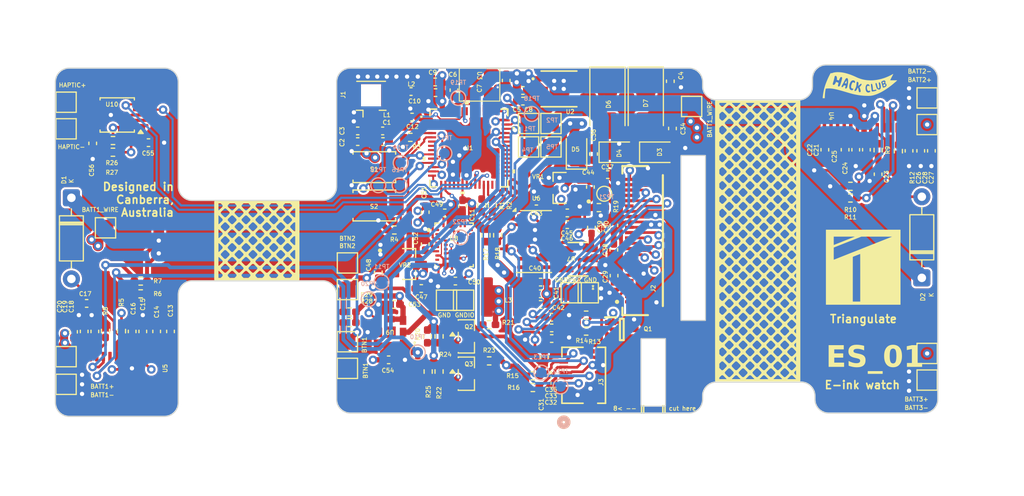
<source format=kicad_pcb>
(kicad_pcb (version 20241229) (generator "pcbnew") (generator_version "9.0")
  (layers (0 "F.Cu" signal) (4 "In1.Cu" signal) (6 "In2.Cu" signal) (2 "B.Cu" signal) (13 "F.Paste" user) (15 "B.Paste" user) (5 "F.SilkS" user "F.Silkscreen") (7 "B.SilkS" user "B.Silkscreen") (1 "F.Mask" user) (3 "B.Mask" user) (25 "Edge.Cuts" user))
  (net 0 "")
  (net 1 "Net-(C1-Pad1)")
  (net 2 "GND")
  (net 3 "+3V3")
  (net 4 "Net-(U1-XTAL_P)")
  (net 5 "Net-(U1-XTAL_N)")
  (net 6 "Net-(U1-LNA_IN)")
  (net 7 "Net-(U5-C2N)")
  (net 8 "Net-(U5-C2P)")
  (net 9 "Net-(U5-C1N)")
  (net 10 "Net-(U5-C1P)")
  (net 11 "Net-(D1-A)")
  (net 12 "Net-(U5-VCOMH)")
  (net 13 "Net-(U5-VCC)")
  (net 14 "Net-(D2-A)")
  (net 15 "Net-(U4-C1P)")
  (net 16 "Net-(U4-C1N)")
  (net 17 "Net-(U4-C2N)")
  (net 18 "Net-(U4-C2P)")
  (net 19 "Net-(U4-VCOMH)")
  (net 20 "Net-(U4-VCC)")
  (net 21 "Net-(C29-Pad1)")
  (net 22 "Net-(C31-Pad2)")
  (net 23 "Net-(C32-Pad2)")
  (net 24 "Net-(C33-Pad2)")
  (net 25 "Net-(D3-A)")
  (net 26 "Net-(C35-Pad2)")
  (net 27 "Net-(D5-A)")
  (net 28 "Net-(D3-K)")
  (net 29 "Net-(D5-K)")
  (net 30 "GNDPWR")
  (net 31 "Net-(U7-VOUT)")
  (net 32 "+1V8")
  (net 33 "+1V8_A")
  (net 34 "GNDIO")
  (net 35 "Net-(U8-VREG)")
  (net 36 "Net-(J1-In)")
  (net 38 "E_INK_RESET")
  (net 39 "E_INK_BUSY")
  (net 40 "Net-(J2-Pad3)")
  (net 41 "SPI_SCK")
  (net 43 "Net-(J2-Pad2)")
  (net 44 "E_INK_CS")
  (net 48 "SPI_MOSI")
  (net 49 "E_INK_D{slash}C")
  (net 50 "TOUCH_RESET")
  (net 51 "SCL")
  (net 52 "SDA")
  (net 53 "TOUCH_INT")
  (net 54 "Net-(Q2-S)")
  (net 55 "Net-(Q3-S)")
  (net 56 "Net-(U1-GPIO19)")
  (net 57 "Net-(R1-Pad1)")
  (net 58 "Net-(R2-Pad1)")
  (net 59 "Net-(U1-GPIO20)")
  (net 60 "Net-(U1-CHIP_PU)")
  (net 61 "Net-(U1-GPIO0)")
  (net 62 "Net-(U5-IREF)")
  (net 63 "Net-(U4-IREF)")
  (net 64 "HR_INT")
  (net 65 "BAR_INT")
  (net 66 "IMU_INT")
  (net 69 "Net-(U1-GPIO10)")
  (net 76 "Net-(U10-REG)")
  (net 82 "Net-(U1-GPIO11)")
  (net 85 "Net-(U10-OUT+)")
  (net 136 "Net-(U10-OUT-)")
  (net 137 "HAP_EN")
  (net 138 "HAP_TRIG")
  (net 140 "Net-(D6-K)")
  (net 141 "Net-(D6-A)")
  (net 142 "Net-(D7-A)")
  (net 143 "Net-(TP34-Pad1)")
  (footprint "BMP585:LGA9_BMP585_BOS" (layer "F.Cu") (at 137.5 115.1 180)
    (property "Reference" "U9")
    (property "Value" "BMP585")
  )
  (footprint "LD39200PU33R:SON_DFN6_3X3_STM" (layer "F.Cu") (at 153.3522 92.250001)
    (property "Reference" "U2")
    (property "Value" "LD39200PU33R")
  )
  (footprint "Resistor_SMD:R_0402_1005Metric_Pad0.72x0.64mm_HandSolder" (layer "F.Cu") (at 142.1 118.7975 -90)
    (property "Reference" "R22")
    (property "Value" "10K")
  )
  (footprint "TestPoint:TestPoint_Pad_1.5x1.5mm" (layer "F.Cu") (at 156.1 111.4)
    (property "Reference" "GND")
    (property "Value" "GND_TO_GNDPWR")
  )
  (footprint "TestPoint:TestPoint_Pad_1.5x1.5mm" (layer "F.Cu") (at 142.8 112.1)
    (property "Reference" "GND")
    (property "Value" "GND_TO_GNDIO")
  )
  (footprint "TestPoint:TestPoint_Pad_1.5x1.5mm" (layer "F.Cu") (at 107.1 96)
    (property "Reference" "HAPTIC-")
    (property "Value" "HAPTIC-")
  )
  (footprint "TS-1088-AR02016:SW_TS-1088-AR02016" (layer "F.Cu") (at 136.025 99.6 180)
    (property "Reference" "S1")
    (property "Value" "TS-1088-AR02016")
  )
  (footprint "ESP32-S3:QFN56_7X7_EXP" (layer "F.Cu") (at 144.9 97.8)
    (property "Reference" "U1")
    (property "Value" "ESP32-S3")
  )
  (footprint "2328702-6:CONN6_2328702-6_TEC" (layer "F.Cu") (at 155.674088 119.150001 90)
    (property "Reference" "J3")
    (property "Value" "2328702-6")
  )
  (footprint "Resistor_SMD:R_0402_1005Metric_Pad0.72x0.64mm_HandSolder" (layer "F.Cu") (at 141 115.4975 -90)
    (property "Reference" "R20")
    (property "Value" "10K")
  )
  (footprint "Capacitor_SMD:C_0402_1005Metric_Pad0.74x0.62mm_HandSolder" (layer "F.Cu") (at 136.4 109.4675 90)
    (property "Reference" "C48")
    (property "Value" "1uF")
  )
  (footprint "Capacitor_SMD:C_0402_1005Metric_Pad0.74x0.62mm_HandSolder" (layer "F.Cu") (at 149.9675 92.4)
    (property "Reference" "C5")
    (property "Value" "10uF")
  )
  (footprint "LOGO" (layer "F.Cu") (at 181.9 109)
    (property "Reference" "G***" (hide yes))
    (property "Value" "LOGO" (hide yes))
  )
  (footprint "Resistor_SMD:R_0402_1005Metric_Pad0.72x0.64mm_HandSolder" (layer "F.Cu") (at 180.7 102.5 180)
    (property "Reference" "R11")
    (property "Value" "4.7K")
  )
  (footprint "Package_TO_SOT_SMD:SOT-23" (layer "F.Cu") (at 144.6625 119)
    (property "Reference" "Q3")
    (property "Value" "BSS138")
  )
  (footprint "Resistor_SMD:R_0402_1005Metric_Pad0.72x0.64mm_HandSolder" (layer "F.Cu") (at 141.0775 118.8 -90)
    (property "Reference" "R25")
    (property "Value" "4.7K")
  )
  (footprint "Capacitor_SMD:C_0402_1005Metric_Pad0.74x0.62mm_HandSolder" (layer "F.Cu") (at 114.3 115.0325 90)
    (property "Reference" "C15")
    (property "Value" "100nF")
  )
  (footprint "TestPoint:TestPoint_Pad_1.5x1.5mm" (layer "F.Cu") (at 187.9 119.6)
    (property "Reference" "BATT3-")
    (property "Value" "GND")
  )
  (footprint "TestPoint:TestPoint_Pad_1.5x1.5mm" (layer "F.Cu") (at 107.1 120)
    (property "Reference" "BATT1-")
    (property "Value" "GND")
  )
  (footprint "TestPoint:TestPoint_Pad_1.5x1.5mm" (layer "F.Cu") (at 144.4 112.1)
    (property "Reference" "GNDIO")
    (property "Value" "GNDIO_TO_GND")
  )
  (footprint "Resistor_SMD:R_0402_1005Metric_Pad0.72x0.64mm_HandSolder" (layer "F.Cu") (at 110.8 114.9975 -90)
    (property "Reference" "R8")
    (property "Value" "560K")
  )
  (footprint "Diode_THT:D_DO-35_SOD27_P7.62mm_Horizontal" (layer "F.Cu") (at 107.6 102.48 -90)
    (property "Reference" "D1")
    (property "Value" "D")
  )
  (footprint "Capacitor_SMD:C_0402_1005Metric_Pad0.74x0.62mm_HandSolder" (layer "F.Cu") (at 139.5675 94.9 180)
    (property "Reference" "C12")
    (property "Value" "1pF")
  )
  (footprint "Resistor_SMD:R_0402_1005Metric_Pad0.72x0.64mm_HandSolder" (layer "F.Cu") (at 114.1025 110.3)
    (property "Reference" "R7")
    (property "Value" "4.7K")
  )
  (footprint "Diode_SMD:D_SMA" (layer "F.Cu") (at 161.5 93.7 -90)
    (property "Reference" "D7")
    (property "Value" "MRA4003T3G")
  )
  (footprint "2328702-6:Untitled" (layer "F.Cu") (at 182.6 95.9 -90)
    (property "Reference" "U4")
    (property "Value" "~")
  )
  (footprint "Capacitor_SMD:C_0402_1005Metric_Pad0.74x0.62mm_HandSolder" (layer "F.Cu") (at 144.3 103.2675 -90)
    (property "Reference" "C11")
    (property "Value" "1nF")
  )
  (footprint "Capacitor_SMD:C_0402_1005Metric_Pad0.74x0.62mm_HandSolder" (layer "F.Cu") (at 142.6325 103.9)
    (property "Reference" "C49")
    (property "Value" "100nF")
  )
  (footprint "Capacitor_SMD:C_0402_1005Metric_Pad0.74x0.62mm_HandSolder" (layer "F.Cu") (at 140.8 103.8325 90)
    (property "Reference" "C51")
    (property "Value" "1uF")
  )
  (footprint "Diode_SMD:D_0805_2012Metric_Pad1.15x1.40mm_HandSolder" (layer "F.Cu") (at 155 97.925 90)
    (property "Reference" "D5")
    (property "Value" "MBR0530")
  )
  (footprint "Capacitor_SMD:C_0402_1005Metric_Pad0.74x0.62mm_HandSolder" (layer "F.Cu") (at 109.6 97.3675 90)
    (property "Reference" "C56")
    (property "Value" "1uF")
  )
  (footprint "Capacitor_SMD:C_0402_1005Metric_Pad0.74x0.62mm_HandSolder" (layer "F.Cu") (at 158.5 107.3675 90)
    (property "Reference" "C38")
    (property "Value" "4.7uF/25V")
  )
  (footprint "Capacitor_SMD:C_0402_1005Metric_Pad0.74x0.62mm_HandSolder" (layer "F.Cu") (at 140.8 106.8325 90)
    (property "Reference" "C52")
    (property "Value" "220nF")
  )
  (footprint "Resistor_SMD:R_0402_1005Metric_Pad0.72x0.64mm_HandSolder" (layer "F.Cu") (at 112.3 115.0025 -90)
    (property "Reference" "R5")
    (property "Value" "4.7K")
  )
  (footprint "Resistor_SMD:R_0402_1005Metric_Pad0.72x0.64mm_HandSolder" (layer "F.Cu") (at 150.9025 120.3)
    (property "Reference" "R16")
    (property "Value" "4.7K")
  )
  (footprint "Package_TO_SOT_SMD:SOT-23" (layer "F.Cu") (at 144.6625 115.5)
    (property "Reference" "Q2")
    (property "Value" "BSS138")
  )
  (footprint "OptoDevice:Maxim_OLGA-14_3.3x5.6mm_P0.8mm" (layer "F.Cu") (at 151 106.6)
    (property "Reference" "U6")
    (property "Value" "MAX30102")
  )
  (footprint "TestPoint:TestPoint_Pad_1.5x1.5mm" (layer "F.Cu") (at 110.8 105.3)
    (property "Reference" "BATT1_WIRE")
    (property "Value" "WIRE_TO_BATT1")
  )
  (footprint "Capacitor_SMD:C_0402_1005Metric_Pad0.74x0.62mm_HandSolder" (layer "F.Cu") (at 151.6325 110.4)
    (property "Reference" "C40")
    (property "Value" "1uF")
  )
  (footprint "Capacitor_SMD:C_0402_1005Metric_Pad0.74x0.62mm_HandSolder" (layer "F.Cu") (at 107.8 115.0675 90)
    (property "Reference" "C20")
    (property "Value" "100nF")
  )
  (footprint "TestPoint:TestPoint_Pad_1.5x1.5mm" (layer "F.Cu") (at 154.5 111.4)
    (property "Reference" "GNDPWR")
    (property "Value" "GNDPWR_TO_GND")
  )
  (footprint "LOGO" (layer "F.Cu") (at 181.6 91.9)
    (property "Reference" "G***" (hide yes))
    (property "Value" "LOGO" (hide yes))
  )
  (footprint "Capacitor_SMD:C_0402_1005Metric_Pad0.74x0.62mm_HandSolder" (layer "F.Cu") (at 109.0325 112.4 180)
    (property "Reference" "C17")
    (property "Value" "4.7uF")
  )
  (footprint "TestPoint:TestPoint_Pad_1.5x1.5mm" (layer "F.Cu") (at 150.5 95.5)
    (property "Reference" "TP1")
    (property "Value" "GND")
  )
  (footprint "Capacitor_SMD:C_0402_1005Metric_Pad0.74x0.62mm_HandSolder" (layer "F.Cu") (at 164 95.9675 -90)
    (property "Reference" "C34")
    (property "Value" "1uF/25V")
  )
  (footprint "Resistor_SMD:R_0402_1005Metric_Pad0.72x0.64mm_HandSolder" (layer "F.Cu") (at 137.9025 105.5)
    (property "Reference" "R4")
    (property "Value" "10K")
  )
  (footprint "Capacitor_SMD:C_0402_1005Metric_Pad0.74x0.62mm_HandSolder" (layer "F.Cu") (at 148.4 91.4675 -90)
    (property "Reference" "C7")
    (property "Value" "11pF")
  )
  (footprint "Resistor_SMD:R_0402_1005Metric_Pad0.72x0.64mm_HandSolder" (layer "F.Cu") (at 147.6 105.9975 90)
    (property "Reference" "R18")
    (property "Value" "1K")
  )
  (footprint "Capacitor_SMD:C_0402_1005Metric_Pad0.74x0.62mm_HandSolder" (layer "F.Cu") (at 136.835 97.2 180)
    (property "Reference" "C1")
    (property "Value" "100nF")
  )
  (footprint "Capacitor_SMD:C_0402_1005Metric_Pad0.74x0.62mm_HandSolder" (layer "F.Cu") (at 156.4 105.2675 -90)
    (property "Reference" "C39")
    (property "Value" "0.1uF")
  )
  (footprint "Resistor_SMD:R_0402_1005Metric_Pad0.72x0.64mm_HandSolder" (layer "F.Cu") (at 139.4025 96.8)
    (property "Reference" "R3")
    (property "Value" "10K")
  )
  (footprint "Capacitor_SMD:C_0402_1005Metric_Pad0.74x0.62mm_HandSolder" (layer "F.Cu") (at 152.6325 113.7 180)
    (property "Reference" "C35")
    (property "Value" "1uF/25V")
  )
  (footprint "TestPoint:TestPoint_Pad_1.5x1.5mm" (layer "F.Cu") (at 133.5 118.5)
    (property "Reference" "BTN1")
    (property "Value" "BUTTON1")
  )
  (footprint "Resistor_SMD:R_0402_1005Metric_Pad0.72x0.64mm_HandSolder" (layer "F.Cu") (at 180.7025 101.4 180)
    (property "Reference" "R10")
    (property "Value" "4.7K")
  )
  (footprint "Capacitor_SMD:C_0402_1005Metric_Pad0.74x0.62mm_HandSolder" (layer "F.Cu") (at 113.3 115.0325 90)
    (property "Reference" "C16")
    (property "Value" "4.7uF")
  )
  (footprint "Resistor_SMD:R_0402_1005Metric_Pad0.72x0.64mm_HandSolder" (layer "F.Cu") (at 155.9025 115 180)
    (property "Reference" "R14")
    (property "Value" "2.2R")
  )
  (footprint "Capacitor_SMD:C_0402_1005Metric_Pad0.74x0.62mm_HandSolder" (layer "F.Cu") (at 114.8325 97.3)
    (property "Reference" "C55")
    (property "Value" "1uF")
  )
  (footprint "TestPoint:TestPoint_Pad_1.5x1.5mm" (layer "F.Cu") (at 133.5 116)
    (property "Reference" "BTN1")
    (property "Value" "BUTTON1")
  )
  (footprint "Resistor_SMD:R_0402_1005Metric_Pad0.72x0.64mm_HandSolder" (layer "F.Cu") (at 146.7975 114.4)
    (property "Reference" "R21")
    (property "Value" "10K")
  )
  (footprint "Capacitor_SMD:C_0402_1005Metric_Pad0.74x0.62mm_HandSolder" (layer "F.Cu") (at 187.3 98.0675 -90)
    (property "Reference" "C28")
    (property "Value" "100nF")
  )
  (footprint "Capacitor_SMD:C_0402_1005Metric_Pad0.74x0.62mm_HandSolder" (layer "F.Cu") (at 154.1325 103.9)
    (property "Reference" "C45")
    (property "Value" "100nF")
  )
  (footprint "2328702-6:Untitled" (layer "F.Cu") (at 112.46 117.4 90)
    (property "Reference" "U5")
    (property "Value" "~")
  )
  (footprint "Resistor_SMD:R_0402_1005Metric_Pad0.72x0.64mm_HandSolder" (layer "F.Cu") (at 114.0975 111.5)
    (property "Reference" "R6")
    (property "Value" "4.7K")
  )
  (footprint "TCR2EF33_LMCT:SOT-25   SMV_TOS" (layer "F.Cu") (at 155.1444 108.250001 180)
    (property "Reference" "U7")
    (property "Value" "TCR2EF33_LMCT")
  )
  (footprint "TestPoint:TestPoint_Pad_1.5x1.5mm" (layer "F.Cu") (at 187.9 95.6)
    (property "Reference" "BATT2+")
    (property "Value" "BATT3")
  )
  (footprint "Capacitor_SMD:C_0402_1005Metric_Pad0.74x0.62mm_HandSolder" (layer "F.Cu") (at 152.6675 115.7 180)
    (property "Reference" "C32")
    (property "Value" "1uF/25V")
  )
  (footprint "Package_SO:VSSOP-10_3x3mm_P0.5mm" (layer "F.Cu") (at 111.9 94.7 180)
    (property "Reference" "U10")
    (property "Value" "DRV2605LDGS")
  )
  (footprint "SI1308EDL-T1-GE3:SOT65P210X110-3N" (layer "F.Cu") (at 159.25 114.85)
    (property "Reference" "Q1")
    (property "Value" "SI1308EDL-T1-GE3")
  )
  (footprint "ANR4012T470M inductor:Untitled" (layer "F.Cu") (at 148.1 111.8)
    (property "Reference" "L3")
    (property "Value" "47uH 500mA")
  )
  (footprint "TestPoint:TestPoint_Pad_1.5x1.5mm" (layer "F.Cu") (at 187.9 93.1)
    (property "Reference" "BATT2-")
    (property "Value" "GND")
  )
  (footprint "TestPoint:TestPoint_Pad_1.5x1.5mm" (layer "F.Cu") (at 133.5 111.1)
    (property "Reference" "BTN2")
    (property "Value" "BUTTON2")
  )
  (footprint "Capacitor_SMD:C_0402_1005Metric_Pad0.74x0.62mm_HandSolder" (layer "F.Cu") (at 156.6 98.3675 90)
    (property "Reference" "C36")
    (property "Value" "4.7uF/25V")
  )
  (footprint "Inductor_SMD:L_0402_1005Metric_Pad0.77x0.64mm_HandSolder" (layer "F.Cu") (at 139.4725 92.5)
    (property "Reference" "L2")
    (property "Value" "3.3nH")
  )
  (footprint "Capacitor_SMD:C_0402_1005Metric_Pad0.74x0.62mm_HandSolder" (layer "F.Cu") (at 137.8675 112.5 180)
    (property "Reference" "C53")
    (property "Value" "100nF")
  )
  (footprint "TestPoint:TestPoint_Pad_1.5x1.5mm" (layer "F.Cu") (at 107.1 93.5)
    (property "Reference" "HAPTIC+")
    (property "Value" "HAPTIC+")
  )
  (footprint "TestPoint:TestPoint_Pad_1.5x1.5mm" (layer "F.Cu") (at 152.6 95.5 180)
    (property "Reference" "TP2")
    (property "Value" "VBUS")
  )
  (footprint "Capacitor_SMD:C_0402_1005Metric_Pad0.74x0.62mm_HandSolder" (layer "F.Cu") (at 156.3 101.4675 -90)
    (property "Reference" "C44")
    (property "Value" "1uF")
  )
  (footprint "Resistor_SMD:R_0402_1005Metric_Pad0.72x0.64mm_HandSolder" (layer "F.Cu") (at 185.2 98.0975 90)
    (property "Reference" "R12")
    (property "Value" "560K")
  )
  (footprint "Inductor_SMD:L_0402_1005Metric_Pad0.77x0.64mm_HandSolder" (layer "F.Cu") (at 136.8075 96.2)
    (property "Reference" "L1")
    (property "Value" "2nH")
  )
  (footprint "Resistor_SMD:R_0402_1005Metric_Pad0.72x0.64mm_HandSolder" (layer "F.Cu") (at 155.9025 113.5 180)
    (property "Reference" "R13")
    (property "Value" "1M")
  )
  (footprint "Capacitor_SMD:C_0402_1005Metric_Pad0.74x0.62mm_HandSolder" (layer "F.Cu") (at 158.5 105.0675 -90)
    (property "Reference" "C30")
    (property "Value" "1uF/25V")
  )
  (footprint "Capacitor_SMD:C_0402_1005Metric_Pad0.74x0.62mm_HandSolder" (layer "F.Cu") (at 182.2 97.9675 -90)
    (property "Reference" "C21")
    (property "Value" "4.7uF")
  )
  (footprint "Capacitor_SMD:C_0402_1005Metric_Pad0.74x0.62mm_HandSolder" (layer "F.Cu") (at 140.4325 111)
    (property "Reference" "C47")
    (property "Value" "1uF")
  )
  (footprint "Capacitor_SMD:C_0402_1005Metric_Pad0.74x0.62mm_HandSolder" (layer "F.Cu") (at 157.9325 100.3 180)
    (property "Reference" "C37")
    (property "Value" "1uF/25V")
  )
  (footprint "Connector_Coaxial:U.FL_Hirose_U.FL-R-SMT-1_Vertical" (layer "F.Cu") (at 135.725 93.375 90)
    (property "Reference" "J1")
    (property "Value" "Conn_Coaxial_Small")
  )
  (footprint "Capacitor_SMD:C_0402_1005Metric_Pad0.74x0.62mm_HandSolder" (layer "F.Cu") (at 108.8 115.0325 90)
    (property "Reference" "C19")
    (property "Value" "4.7uF")
  )
  (footprint "Resistor_SMD:R_0402_1005Metric_Pad0.72x0.64mm_HandSolder" (layer "F.Cu") (at 142.1 115.4975 -90)
    (property "Reference" "R24")
    (property "Value" "4.7K")
  )
  (footprint "Resistor_SMD:R_0402_1005Metric_Pad0.72x0.64mm_HandSolder" (layer "F.Cu") (at 111.4975 98.2)
    (property "Reference" "R27")
    (property "Value" "2.2K")
  )
  (footprint "Capacitor_SMD:C_0402_1005Metric_Pad0.74x0.62mm_HandSolder" (layer "F.Cu") (at 137.3675 117.7)
    (property "Reference" "C54")
    (property "Value" "100nF")
  )
  (footprint "Resistor_SMD:R_0402_1005Metric_Pad0.72x0.64mm_HandSolder" (layer "F.Cu") (at 133.7025 113.2 180)
    (property "Reference" "R29")
    (property "Value" "10K")
  )
  (footprint "TestPoint:TestPoint_Pad_1.5x1.5mm" (layer "F.Cu") (at 152.6 97.7 180)
    (property "Reference" "TP4")
    (property "Value" "DN")
  )
  (footprint "Capacitor_SMD:C_0402_1005Metric_Pad0.74x0.62mm_HandSolder" (layer "F.Cu") (at 151.6325 112.5)
    (property "Reference" "C42")
    (property "Value" "100nF")
  )
  (footprint "Capacitor_SMD:C_0402_1005Metric_Pad0.74x0.62mm_HandSolder" (layer "F.Cu") (at 151.6325 111.5)
    (property "Reference" "C41")
    (property "Value" "10uF")
  )
  (footprint "TestPoint:TestPoint_Pad_1.5x1.5mm" (layer "F.Cu") (at 150.5 97.7 180)
    (property "Reference" "TP5")
    (property "Value" "DP")
  )
  (footprint "TestPoint:TestPoint_Pad_D1.0mm" (layer "F.Cu") (at 157.6 102.1)
    (property "Reference" "TP21")
    (property "Value" "HR_INT")
  )
  (footprint "Resistor_SMD:R_0402_1005Metric_Pad0.72x0.64mm_HandSolder" (layer "F.Cu") (at 157.1025 103.4)
    (property "Reference" "R19")
    (property "Value" "1K")
  )
  (footprint "XC6206P302MR:SOT95P280X130-3N" (layer "F.Cu") (at 139.1 108.7)
    (property "Reference" "VR2")
    (property "Value" "XC6206P302MR")
  )
  (footprint "Capacitor_SMD:C_0402_1005Metric_Pad0.74x0.62mm_HandSolder" (layer "F.Cu") (at 134.4675 97.2 180)
    (property "Reference" "C2")
    (property "Value" "1uF")
  )
  (footprint "Diode_SMD:D_0805_2012Metric_Pad1.15x1.40mm_HandSolder" (layer "F.Cu") (at 162.775 98.2)
    (property "Reference" "D3")
    (property "Value" "MBR0530")
  )
  (footprint "Capacitor_SMD:C_0402_1005Metric_Pad0.74x0.62mm_HandSolder" (layer "F.Cu") (at 183.3 100.2675 -90)
    (property "Reference" "C23")
    (property "Value" "4.7uF")
  )
  (footprint "Diode_SMD:D_SMA" (layer "F.Cu") (at 157.9 93.7 -90)
    (property "Reference" "D6")
    (property "Value" "MRA4003T3G")
  )
  (footprint "Capacitor_SMD:C_0402_1005Metric_Pad0.74x0.62mm_HandSolder" (layer "F.Cu") (at 151.2325 102.8 180)
    (property "Reference" "C43")
    (property "Value" "1uF")
  )
  (footprint "Capacitor_SMD:C_0402_1005Metric_Pad0.74x0.62mm_HandSolder" (layer "F.Cu") (at 116.9 115.0325 90)
    (property "Reference" "C13")
    (property "Value" "1uF")
  )
  (footprint "TestPoint:TestPoint_Pad_1.5x1.5mm" (layer "F.Cu") (at 107.1 117.4)
    (property "Reference" "BATT1+")
    (property "Value" "BATT1")
  )
  (footprint "Capacitor_SMD:C_0402_1005Metric_Pad0.74x0.62mm_HandSolder" (layer "F.Cu") (at 109.8 115.0325 90)
    (property "Reference" "C18")
    (property "Value" "1uF")
  )
  (footprint "TestPoint:TestPoint_Pad_1.5x1.5mm" (layer "F.Cu") (at 187.9 117.1)
    (property "Reference" "BATT3+")
    (property "Value" "BATT2")
  )
  (footprint "Capacitor_SMD:C_0402_1005Metric_Pad0.74x0.62mm_HandSolder" (layer "F.Cu") (at 134.4675 96.2 180)
    (property "Reference" "C3")
    (property "Value" "10uF")
  )
  (footprint "Resistor_SMD:R_0402_1005Metric_Pad0.72x0.64mm_HandSolder" (layer "F.Cu") (at 146.8025 117.8)
    (property "Reference" "R23")
    (property "Value" "10K")
  )
  (footprint "Capacitor_SMD:C_0402_1005Metric_Pad0.74x0.62mm_HandSolder" (layer "F.Cu") (at 115.6 115.0325 90)
    (property "Reference" "C14")
    (property "Value" "1uF")
  )
  (footprint "Diode_THT:D_DO-35_SOD27_P7.62mm_Horizontal" (layer "F.Cu") (at 187.4 110 90)
    (property "Reference" "D2")
    (property "Value" "D")
  )
  (footprint "Capacitor_SMD:C_0402_1005Metric_Pad0.74x0.62mm_HandSolder" (layer "F.Cu") (at 180.2 97.9675 90)
    (property "Reference" "C24")
    (property "Value" "1uF")
  )
  (footprint "Resistor_SMD:R_0402_1005Metric_Pad0.72x0.64mm_HandSolder" (layer "F.Cu") (at 150.9025 119.2)
    (property "Reference" "R15")
    (property "Value" "4.7K")
  )
  (footprint "TS-1088-AR02016:SW_TS-1088-AR02016" (layer "F.Cu") (at 136.025 103.2 180)
    (property "Reference" "S2")
    (property "Value" "TS-1088-AR02016")
  )
  (footprint "Capacitor_SMD:C_0402_1005Metric_Pad0.74x0.62mm_HandSolder" (layer "F.Cu") (at 143.6325 110.3)
    (property "Reference" "C50")
    (property "Value" "100nF")
  )
  (footprint "Capacitor_SMD:C_0402_1005Metric_Pad0.74x0.62mm_HandSolder" (layer "F.Cu") (at 152 117.4675 90)
    (property "Reference" "C31")
    (property "Value" "1uF/25V")
  )
  (footprint "Capacitor_SMD:C_0402_1005Metric_Pad0.74x0.62mm_HandSolder" (layer "F.Cu") (at 154.1325 105)
    (property "Reference" "C46")
    (property "Value" "4.7uF")
  )
  (footprint "Capacitor_SMD:C_0402_1005Metric_Pad0.74x0.62mm_HandSolder" (layer "F.Cu") (at 141.7325 91.6 180)
    (property "Reference" "C9")
    (property "Value" "100nF")
  )
  (footprint "Resistor_SMD:R_0402_1005Metric_Pad0.72x0.64mm_HandSolder" (layer "F.Cu") (at 146.5 105.9975 90)
    (property "Reference" "R17")
    (property "Value" "1K")
  )
  (footprint "Capacitor_SMD:C_0402_1005Metric_Pad0.74x0.62mm_HandSolder" (layer "F.Cu") (at 141.7675 92.6 180)
    (property "Reference" "C10")
    (property "Value" "10nF")
  )
  (footprint "Capacitor_SMD:C_0402_1005Metric_Pad0.74x0.62mm_HandSolder" (layer "F.Cu") (at 188.3 98.0675 -90)
    (property "Reference" "C27")
    (property "Value" "4.7uF")
  )
  (footprint "Capacitor_SMD:C_0402_1005Metric_Pad0.74x0.62mm_HandSolder" (layer "F.Cu") (at 149.9675 93.4)
    (property "Reference" "C8")
    (property "Value" "100nF")
  )
  (footprint "Capacitor_SMD:C_0402_1005Metric_Pad0.74x0.62mm_HandSolder" (layer "F.Cu") (at 186.2 98.0675 -90)
    (property "Reference" "C26")
    (property "Value" "1uF")
  )
  (footprint "TestPoint:TestPoint_Pad_1.5x1.5mm" (layer "F.Cu") (at 165.8 93.9)
    (property "Reference" "BATT1_WIRE")
    (property "Value" "WIRE_TO_BATT1")
  )
  (footprint "Resistor_SMD:R_0402_1005Metric_Pad0.72x0.64mm_HandSolder" (layer "F.Cu") (at 146.1 103.1975 90)
    (property "Reference" "R1")
    (property "Value" "22R")
  )
  (footprint "Capacitor_SMD:C_0402_1005Metric_Pad0.74x0.62mm_HandSolder" (layer "F.Cu") (at 181.2 97.9675 -90)
    (property "Reference" "C22")
    (property "Value" "100nF")
  )
  (footprint "FFC2B28-24-G:GCT_FFC2B28-24-G" (layer "F.Cu") (at 161.2 106.5 90)
    (property "Reference" "J2")
    (property "Value" "FFC2B28-24-G")
  )
  (footprint "Capacitor_SMD:C_0402_1005Metric_Pad0.74x0.62mm_HandSolder" (layer "F.Cu") (at 158.522489 109.790632 90)
    (property "Reference" "C29")
    (property "Value" "1uF/25V")
  )
  (footprint "Resistor_SMD:R_0402_1005Metric_Pad0.72x0.64mm_HandSolder" (layer "F.Cu") (at 183.3 97.9975 -90)
    (property "Reference" "R9")
    (property "Value" "4.7K")
  )
  (footprint "Capacitor_SMD:C_0402_1005Metric_Pad0.74x0.62mm_HandSolder" (layer "F.Cu") (at 178.3 97.9675 -90)
    (property "Reference" "C25")
    (property "Value" "1uF")
  )
  (footprint "TestPoint:TestPoint_Pad_1.5x1.5mm" (layer "F.Cu") (at 133.5 108.6)
    (property "Reference" "BTN2")
    (property "Value" "BUTTON2")
  )
  (footprint "Capacitor_SMD:C_0402_1005Metric_Pad0.74x0.62mm_HandSolder" (layer "F.Cu") (at 163.8 91.5325 -90)
    (property "Reference" "C4")
    (property "Value" "10uF")
  )
  (footprint "Capacitor_SMD:C_0402_1005Metric_Pad0.74x0.62mm_HandSolder" (layer "F.Cu") (at 143.5 92.3675 90)
    (property "Reference" "C6")
    (property "Value" "11pF")
  )
  (footprint "BHI260AP:XDCR_BHI260AP" (layer "F.Cu") (at 143.515 106.9)
    (property "Reference" "U8")
    (property "Value" "BHI260AP")
  )
  (footprint "Capacitor_SMD:C_0402_1005Metric_Pad0.74x0.62mm_HandSolder" (layer "F.Cu") (at 152.6675 114.7 180)
    (property "Reference" "C33")
    (property "Value" "1uF/25V")
  )
  (footprint "XC6206P302MR:SOT95P280X130-3N" (layer "F.Cu") (at 153.6 101.55 180)
    (property "Reference" "VR1")
    (property "Value" "XC6206P302MR")
  )
  (footprint "Resistor_SMD:R_0402_1005Metric_Pad0.72x0.64mm_HandSolder" (layer "F.Cu") (at 111.5025 97.1)
    (property "Reference" "R26")
    (property "Value" "2.2K")
  )
  (footprint "Resistor_SMD:R_0402_1005Metric_Pad0.72x0.64mm_HandSolder" (layer "F.Cu") (at 147.1 103.1975 90)
    (property "Reference" "R2")
    (property "Value" "22R")
  )
  (footprint "Diode_SMD:D_0805_2012Metric_Pad1.15x1.40mm_HandSolder" (layer "F.Cu") (at 158.975 98.2)
    (property "Reference" "D4")
    (property "Value" "MBR0530")
  )
  (footprint "Resistor_SMD:R_0402_1005Metric_Pad0.72x0.64mm_HandSolder" (layer "F.Cu") (at 133.6975 114.2 180)
    (property "Reference" "R28")
    (property "Value" "10K")
  )
  (footprint "XL2EL89CPI-111YLC-40M:Untitled" (layer "F.Cu") (at 145.9 91.9 180)
    (property "Reference" "U3")
    (property "Value" "~")
  )
  (footprint "TestPoint:TestPoint_Pad_D1.0mm" (layer "B.Cu") (at 140.1 117 180)
    (property "Reference" "TP10")
    (property "Value" "MAIN_SCL")
  )
  (footprint "TestPoint:TestPoint_Pad_D1.0mm" (layer "B.Cu") (at 136.7 110.4 180)
    (property "Reference" "TP11")
    (property "Value" "MAIN_SDA")
  )
  (footprint "TestPoint:TestPoint_Pad_D1.0mm" (layer "B.Cu") (at 138.4 101.3 180)
    (property "Reference" "TP16")
    (property "Value" "EINK_D/C")
  )
  (footprint "TestPoint:TestPoint_Pad_D1.0mm" (layer "B.Cu") (at 138.5 99.2 180)
    (property "Reference" "TP14")
    (property "Value" "EINK_BUSY")
  )
  (footprint "TestPoint:TestPoint_Pad_D1.0mm" (layer "B.Cu") (at 142.6 98.3 180)
    (property "Reference" "TP17")
    (property "Value" "EINK_CS")
  )
  (footprint "TestPoint:TestPoint_Pad_D1.0mm" (layer "B.Cu") (at 144.1 106.2 180)
    (property "Reference" "TP22")
    (property "Value" "IMU_INT")
  )
  (footprint "TestPoint:TestPoint_Pad_D1.0mm" (layer "B.Cu") (at 135.5 112 180)
    (property "Reference" "TP20")
    (property "Value" "BAR_INT")
  )
  (footprint "TestPoint:TestPoint_Pad_D1.0mm" (layer "B.Cu") (at 150.8 94.6 180)
    (property "Reference" "TP18")
    (property "Value" "SPI_SCK")
  )
  (footprint "TestPoint:TestPoint_Pad_D1.0mm" (layer "B.Cu") (at 151.7 118.9 180)
    (property "Reference" "TP13")
    (property "Value" "TOUCH_RESET")
  )
  (footprint "TestPoint:TestPoint_Pad_D1.0mm" (layer "B.Cu") (at 143.9 93.1 180)
    (property "Reference" "TP19")
    (property "Value" "SPI_MOSI")
  )
  (footprint "TestPoint:TestPoint_Pad_D1.0mm" (layer "B.Cu") (at 136.4 101.3 180)
    (property "Reference" "TP15")
    (property "Value" "EINK_RESET")
  )
  (footprint "TestPoint:TestPoint_Pad_D1.0mm" (layer "B.Cu") (at 153.5 120.2 180)
    (property "Reference" "TP12")
    (property "Value" "TOUCH_INT")
  )
  (gr_line (start 163.3 122) (end 163.3 122.7) (stroke (width 0.15)) (layer "F.SilkS"))
  (gr_line (start 161.3 122) (end 161.3 122.7) (stroke (width 0.15)) (layer "F.SilkS"))
  (gr_line (start 161.1 122) (end 161.1 122.7) (stroke (width 0.15)) (layer "F.SilkS"))
  (gr_line (start 163.1 122) (end 163.1 122.7) (stroke (width 0.15)) (layer "F.SilkS"))
  (gr_rect (start 161.05 115.7) (end 163.35 122.05) (stroke (width 0.1)) (fill no) (layer "Edge.Cuts"))
  (gr_rect (start 164.8 98.5) (end 167.1 114) (stroke (width 0.1)) (fill no) (layer "Edge.Cuts"))
  (gr_poly (pts (xy 187.613778 89.992137) (xy 187.62674 89.992341) (xy 187.63971 89.992677) (xy 187.652673 89.993142) (xy 187.665635 89.993738) (xy 187.678597 89.994463) (xy 187.691834 89.995317) (xy 187.704789 89.996301) (xy 187.717492 89.997415) (xy 187.730462 89.998659) (xy 187.743424 90.000032) (xy 187.756387 90.001532) (xy 187.769357 90.003165) (xy 187.782052 90.004924) (xy 187.795014 90.006813) (xy 187.807984 90.008829) (xy 187.820687 90.010975) (xy 187.833383 90.013248) (xy 187.846345 90.01565) (xy 187.859048 90.01818) (xy 187.871743 90.020836) (xy 187.884446 90.02362) (xy 187.897149 90.02653) (xy 187.909852 90.029568) (xy 187.922288 90.032729) (xy 187.934983 90.036021) (xy 187.947419 90.039434) (xy 187.960122 90.042974) (xy 187.972558 90.046638) (xy 187.984994 90.05043) (xy 187.997422 90.054343) (xy 188.009591 90.058381) (xy 188.022027 90.06254) (xy 188.034203 90.066823) (xy 188.046372 90.071231) (xy 188.058541 90.075759) (xy 188.070718 90.08041) (xy 188.082887 90.08518) (xy 188.095055 90.090072) (xy 188.106965 90.095084) (xy 188.118867 90.100216) (xy 188.130776 90.105466) (xy 188.142678 90.110837) (xy 188.154321 90.116324) (xy 188.16623 90.121928) (xy 188.177873 90.127651) (xy 188.189507 90.133491) (xy 188.200883 90.139444) (xy 188.212525 90.145516) (xy 188.223908 90.151699) (xy 188.235284 90.157999) (xy 188.246659 90.16441) (xy 188.257775 90.170934) (xy 188.268891 90.17757) (xy 188.28 90.18432) (xy 188.291108 90.191178) (xy 188.302224 90.198147) (xy 188.313073 90.205227) (xy 188.323922 90.212413) (xy 188.334504 90.219708) (xy 188.345353 90.227111) (xy 188.355927 90.23462) (xy 188.366517 90.242234) (xy 188.376832 90.249955) (xy 188.387421 90.257778) (xy 188.397736 90.265705) (xy 188.407792 90.273736) (xy 188.417848 90.281866) (xy 188.428162 90.2901) (xy 188.437959 90.298432) (xy 188.448014 90.306864) (xy 188.457795 90.315394) (xy 188.467324 90.324025) (xy 188.477113 90.332748) (xy 188.486642 90.341569) (xy 188.496171 90.350486) (xy 188.505418 90.359498) (xy 188.51468 90.368602) (xy 188.523942 90.377796) (xy 188.532937 90.387083) (xy 188.541932 90.396462) (xy 188.550935 90.405929) (xy 188.559663 90.415486) (xy 188.568391 90.42513) (xy 188.577126 90.434859) (xy 188.585595 90.444675) (xy 188.594064 90.454576) (xy 188.602258 90.464561) (xy 188.610459 90.474629) (xy 188.618668 90.484778) (xy 188.626603 90.495009) (xy 188.634538 90.505317) (xy 188.64248 90.515705) (xy 188.650155 90.526172) (xy 188.657823 90.536713) (xy 188.665231 90.547333) (xy 188.672639 90.558025) (xy 188.680047 90.568791) (xy 188.687196 90.579628) (xy 188.694337 90.590537) (xy 188.701218 90.601517) (xy 188.7081 90.612566) (xy 188.714707 90.623684) (xy 188.721322 90.634865) (xy 188.727937 90.646116) (xy 188.734292 90.657429) (xy 188.74064 90.668806) (xy 188.746728 90.680247) (xy 188.752809 90.691748) (xy 188.758897 90.703308) (xy 188.764718 90.714928) (xy 188.770272 90.726604) (xy 188.775826 90.738339) (xy 188.781381 90.750128) (xy 188.786675 90.761971) (xy 188.79197 90.773867) (xy 188.796998 90.785816) (xy 188.802018 90.797814) (xy 188.807046 90.809863) (xy 188.811814 90.82196) (xy 188.816308 90.834104) (xy 188.820809 90.846294) (xy 188.825303 90.858526) (xy 188.829537 90.870805) (xy 188.833772 90.883124) (xy 188.837739 90.895491) (xy 188.841714 90.907873) (xy 188.845414 90.920335) (xy 188.849114 90.932797) (xy 188.852555 90.945311) (xy 188.855996 90.957853) (xy 188.859437 90.970447) (xy 188.862611 90.983041) (xy 188.865525 90.995688) (xy 188.868432 91.008362) (xy 188.871079 91.021062) (xy 188.873719 91.033788) (xy 188.876367 91.046541) (xy 188.878747 91.059321) (xy 188.881135 91.072126) (xy 188.883248 91.084959) (xy 188.885095 91.097791) (xy 188.886956 91.11065) (xy 188.888802 91.123535) (xy 188.890397 91.136447) (xy 188.891976 91.149358) (xy 188.893304 91.16227) (xy 188.894357 91.175208) (xy 188.895684 91.188172) (xy 188.896485 91.201137) (xy 188.897271 91.214102) (xy 188.898065 91.227093) (xy 188.898599 91.240084) (xy 188.899125 91.253075) (xy 188.899392 91.266066) (xy 188.899659 91.279057) (xy 188.899659 91.292048) (xy 188.899659 121.400068) (xy 188.899659 121.401128) (xy 188.899659 121.41409) (xy 188.899392 121.427057) (xy 188.899125 121.440023) (xy 188.898599 121.452985) (xy 188.898065 121.465951) (xy 188.897271 121.478914) (xy 188.896485 121.492143) (xy 188.895417 121.505109) (xy 188.894357 121.517808) (xy 188.893044 121.530771) (xy 188.891717 121.543737) (xy 188.890397 121.556703) (xy 188.888535 121.569665) (xy 188.886956 121.582364) (xy 188.885095 121.595331) (xy 188.882981 121.608297) (xy 188.880868 121.620996) (xy 188.878488 121.633695) (xy 188.8761 121.646661) (xy 188.873719 121.65936) (xy 188.871079 121.672059) (xy 188.868165 121.684758) (xy 188.865258 121.697461) (xy 188.862344 121.710161) (xy 188.85917 121.722597) (xy 188.855729 121.735296) (xy 188.852288 121.747731) (xy 188.848847 121.760431) (xy 188.845155 121.772867) (xy 188.841447 121.785303) (xy 188.837472 121.797738) (xy 188.833512 121.809907) (xy 188.82927 121.822343) (xy 188.825036 121.834516) (xy 188.820542 121.846685) (xy 188.816041 121.858857) (xy 188.81128 121.871026) (xy 188.806519 121.883199) (xy 188.801759 121.895368) (xy 188.796731 121.907274) (xy 188.791703 121.919183) (xy 188.786408 121.931089) (xy 188.780854 121.942994) (xy 188.775567 121.954637) (xy 188.769746 121.966543) (xy 188.764192 121.978185) (xy 188.75837 121.989824) (xy 188.752282 122.001203) (xy 188.746194 122.012841) (xy 188.740113 122.024221) (xy 188.733758 122.0356) (xy 188.72741 122.046975) (xy 188.720796 122.058088) (xy 188.714181 122.0692) (xy 188.707566 122.080312) (xy 188.700684 122.091424) (xy 188.693536 122.102536) (xy 188.686662 122.113386) (xy 188.679521 122.124234) (xy 188.672112 122.134816) (xy 188.664704 122.145662) (xy 188.657296 122.156247) (xy 188.649621 122.166829) (xy 188.641953 122.177148) (xy 188.634011 122.187734) (xy 188.626077 122.198049) (xy 188.618142 122.208108) (xy 188.609933 122.218427) (xy 188.601731 122.228479) (xy 188.593263 122.238267) (xy 188.585069 122.248323) (xy 188.576333 122.258111) (xy 188.567872 122.267637) (xy 188.559129 122.277425) (xy 188.550134 122.286954) (xy 188.541406 122.296479) (xy 188.532411 122.305738) (xy 188.523148 122.314996) (xy 188.513894 122.324258) (xy 188.504632 122.333253) (xy 188.49537 122.342252) (xy 188.485848 122.351247) (xy 188.476319 122.359975) (xy 188.46679 122.368707) (xy 188.457009 122.377439) (xy 188.447213 122.385907) (xy 188.437158 122.394372) (xy 188.427377 122.402578) (xy 188.417054 122.410776) (xy 188.406999 122.418981) (xy 188.396684 122.426915) (xy 188.386361 122.434854) (xy 188.376046 122.442792) (xy 188.365724 122.450464) (xy 188.355142 122.458135) (xy 188.344552 122.465543) (xy 188.333711 122.472951) (xy 188.323121 122.480359) (xy 188.31228 122.487508) (xy 188.301171 122.494649) (xy 188.290315 122.501527) (xy 188.279206 122.508409) (xy 188.268098 122.515023) (xy 188.256982 122.521638) (xy 188.245599 122.528249) (xy 188.23449 122.534601) (xy 188.223115 122.540952) (xy 188.211472 122.547036) (xy 188.200097 122.553125) (xy 188.188447 122.559209) (xy 188.176812 122.56503) (xy 188.16517 122.570585) (xy 188.153527 122.576139) (xy 188.141618 122.581701) (xy 188.129716 122.586988) (xy 188.117806 122.592283) (xy 188.105904 122.597307) (xy 188.093995 122.602334) (xy 188.081826 122.607362) (xy 188.069917 122.612123) (xy 188.057748 122.61662) (xy 188.045579 122.621118) (xy 188.033402 122.625619) (xy 188.020974 122.62985) (xy 188.008805 122.634088) (xy 187.996369 122.638055) (xy 187.983933 122.642022) (xy 187.971497 122.645727) (xy 187.959054 122.649431) (xy 187.946618 122.652871) (xy 187.93393 122.656312) (xy 187.921487 122.659749) (xy 187.908791 122.662923) (xy 187.896089 122.665834) (xy 187.883393 122.668744) (xy 187.87069 122.671392) (xy 187.857987 122.674039) (xy 187.845284 122.676683) (xy 187.832589 122.679063) (xy 187.819627 122.681447) (xy 187.806924 122.683561) (xy 187.793954 122.685415) (xy 187.781258 122.687265) (xy 187.768296 122.689119) (xy 187.755326 122.690706) (xy 187.742364 122.692296) (xy 187.729401 122.693616) (xy 187.716699 122.694673) (xy 187.703736 122.695997) (xy 187.690774 122.696794) (xy 187.677804 122.697851) (xy 187.664842 122.698381) (xy 187.651612 122.698907) (xy 187.638642 122.699437) (xy 187.625687 122.699704) (xy 187.612718 122.699964) (xy 187.599763 122.699964) (xy 178.670075 122.699964) (xy 178.660546 122.699964) (xy 178.647576 122.699964) (xy 178.634614 122.699704) (xy 178.621385 122.699174) (xy 178.608422 122.698644) (xy 178.59546 122.697851) (xy 178.58249 122.697053) (xy 178.569528 122.696264) (xy 178.556565 122.695207) (xy 178.543595 122.693883) (xy 178.530633 122.692556) (xy 178.51793 122.691236) (xy 178.504968 122.689645) (xy 178.492005 122.687799) (xy 178.479302 122.685945) (xy 178.46634 122.684091) (xy 178.453378 122.681978) (xy 178.440675 122.679593) (xy 178.427979 122.677213) (xy 178.415276 122.674829) (xy 178.402306 122.672185) (xy 178.389604 122.669542) (xy 178.376916 122.666631) (xy 178.36448 122.66372) (xy 178.351777 122.660543) (xy 178.339074 122.657369) (xy 178.326638 122.653928) (xy 178.31421 122.650491) (xy 178.301507 122.646783) (xy 178.289071 122.643083) (xy 178.276635 122.639112) (xy 178.264459 122.635145) (xy 178.252023 122.63091) (xy 178.239861 122.62668) (xy 178.227425 122.622442) (xy 178.215249 122.617944) (xy 178.20308 122.613447) (xy 178.191171 122.608686) (xy 178.179002 122.603658) (xy 178.1671 122.598893) (xy 178.154923 122.593606) (xy 178.143022 122.588579) (xy 178.131112 122.583021) (xy 178.11947 122.577729) (xy 178.107568 122.572171) (xy 178.095925 122.566354) (xy 178.084283 122.560533) (xy 178.0729 122.554712) (xy 178.061257 122.548627) (xy 178.049882 122.542539) (xy 178.038506 122.536187) (xy 178.027131 122.52984) (xy 178.015748 122.523492) (xy 178.00464 122.516874) (xy 177.993531 122.510259) (xy 177.982423 122.503381) (xy 177.971299 122.496503) (xy 177.960458 122.489358) (xy 177.949609 122.482213) (xy 177.93876 122.475072) (xy 177.928178 122.467664) (xy 177.917588 122.459989) (xy 177.907014 122.452581) (xy 177.896424 122.444909) (xy 177.886109 122.436967) (xy 177.875787 122.429033) (xy 177.865472 122.421094) (xy 177.855416 122.413156) (xy 177.845101 122.404958) (xy 177.835313 122.396489) (xy 177.82525 122.388288) (xy 177.815469 122.379556) (xy 177.805673 122.371091) (xy 177.795884 122.362356) (xy 177.786355 122.353627) (xy 177.776833 122.344629) (xy 177.767579 122.335634) (xy 177.758317 122.326638) (xy 177.749055 122.31738) (xy 177.739793 122.308385) (xy 177.730798 122.29886) (xy 177.721803 122.289598) (xy 177.713075 122.280076) (xy 177.704339 122.270284) (xy 177.695611 122.260755) (xy 177.687135 122.25097) (xy 177.678674 122.240915) (xy 177.670205 122.231122) (xy 177.662003 122.221071) (xy 177.653809 122.210752) (xy 177.645867 122.2007) (xy 177.637933 122.190381) (xy 177.629998 122.180059) (xy 177.622315 122.169481) (xy 177.614648 122.159158) (xy 177.606973 122.148572) (xy 177.599564 122.137727) (xy 177.592416 122.127145) (xy 177.585015 122.116296) (xy 177.577866 122.105447) (xy 177.570985 122.094335) (xy 177.564111 122.08349) (xy 177.557229 122.072378) (xy 177.550614 122.060998) (xy 177.544 122.049886) (xy 177.537652 122.038507) (xy 177.531304 122.027131) (xy 177.525216 122.015752) (xy 177.519135 122.004377) (xy 177.513047 121.992734) (xy 177.507226 121.981096) (xy 177.501405 121.969453) (xy 177.495843 121.957811) (xy 177.490289 121.946168) (xy 177.484734 121.934263) (xy 177.479447 121.922357) (xy 177.47442 121.910451) (xy 177.469384 121.898542) (xy 177.464364 121.886373) (xy 177.459603 121.874467) (xy 177.454835 121.862295) (xy 177.450341 121.850126) (xy 177.44584 121.83769) (xy 177.441613 121.825517) (xy 177.437371 121.813348) (xy 177.433404 121.800912) (xy 177.429437 121.788476) (xy 177.425736 121.77604) (xy 177.422028 121.763608) (xy 177.418321 121.751169) (xy 177.414887 121.738469) (xy 177.411446 121.726034) (xy 177.408273 121.713334) (xy 177.405366 121.700902) (xy 177.402451 121.688199) (xy 177.399545 121.6755) (xy 177.396897 121.662801) (xy 177.394242 121.650102) (xy 177.391862 121.637136) (xy 177.389481 121.624437) (xy 177.387368 121.611734) (xy 177.385247 121.598771) (xy 177.383401 121.585805) (xy 177.381547 121.573106) (xy 177.37996 121.56014) (xy 177.378373 121.547178) (xy 177.377046 121.534211) (xy 177.375726 121.521249) (xy 177.374665 121.508546) (xy 177.373605 121.495584) (xy 177.372552 121.482618) (xy 177.371758 121.469392) (xy 177.371224 121.456426) (xy 177.370698 121.44346) (xy 177.370431 121.430497) (xy 177.370164 121.417531) (xy 177.369912 121.404565) (xy 177.370164 121.391603) (xy 177.370164 121.084951) (xy 177.369912 121.071985) (xy 177.369912 121.059022) (xy 177.369378 121.046056) (xy 177.369111 121.033094) (xy 177.368317 121.020128) (xy 177.367783 121.007161) (xy 177.366998 120.994199) (xy 177.365937 120.981233) (xy 177.364877 120.968267) (xy 177.363557 120.955304) (xy 177.362229 120.942338) (xy 177.36065 120.929376) (xy 177.359055 120.91641) (xy 177.357209 120.903711) (xy 177.355348 120.890745) (xy 177.353501 120.878045) (xy 177.351388 120.865079) (xy 177.349008 120.85238) (xy 177.346619 120.839418) (xy 177.344239 120.826719) (xy 177.341592 120.814016) (xy 177.338685 120.801317) (xy 177.335778 120.788617) (xy 177.332864 120.775918) (xy 177.32969 120.763479) (xy 177.326249 120.750779) (xy 177.323075 120.738347) (xy 177.319375 120.725911) (xy 177.315667 120.713212) (xy 177.311959 120.700773) (xy 177.307992 120.688604) (xy 177.304025 120.676168) (xy 177.29979 120.663732) (xy 177.295556 120.651563) (xy 177.291322 120.639394) (xy 177.28682 120.627221) (xy 177.282067 120.615049) (xy 177.277306 120.60288) (xy 177.272538 120.590707) (xy 177.26751 120.578801) (xy 177.262223 120.566896) (xy 177.257188 120.55499) (xy 177.251634 120.543081) (xy 177.246346 120.531442) (xy 177.240525 120.519536) (xy 177.234971 120.507894) (xy 177.22915 120.496251) (xy 177.223061 120.484876) (xy 177.216981 120.473234) (xy 177.210893 120.461854) (xy 177.204545 120.450479) (xy 177.19819 120.439103) (xy 177.191575 120.427987) (xy 177.18496 120.416612) (xy 177.178353 120.4055) (xy 177.171472 120.394388) (xy 177.16459 120.383539) (xy 177.157449 120.37269) (xy 177.1503 120.361844) (xy 177.142899 120.350995) (xy 177.135484 120.340413) (xy 177.128083 120.329828) (xy 177.1204 120.319246) (xy 177.112733 120.308664) (xy 177.105058 120.298345) (xy 177.097123 120.288026) (xy 177.088921 120.277707) (xy 177.080979 120.267652) (xy 177.072778 120.2576) (xy 177.064317 120.247545) (xy 177.055848 120.237754) (xy 177.047372 120.227966) (xy 177.038911 120.218175) (xy 177.030175 120.208385) (xy 177.02118 120.198861) (xy 177.012452 120.189334) (xy 177.003457 120.180076) (xy 176.994195 120.170814) (xy 176.984933 120.161556) (xy 176.975671 120.152559) (xy 176.966416 120.143564) (xy 176.956895 120.134567) (xy 176.947366 120.125835) (xy 176.937837 120.117105) (xy 176.928048 120.108373) (xy 176.918267 120.099906) (xy 176.908204 120.09144) (xy 176.898415 120.082973) (xy 176.888368 120.074771) (xy 176.878045 120.066833) (xy 176.867997 120.058631) (xy 176.857675 120.050693) (xy 176.847352 120.04302) (xy 176.83677 120.035348) (xy 176.826188 120.027675) (xy 176.815606 120.020002) (xy 176.805024 120.012594) (xy 176.794167 120.005451) (xy 176.783326 119.998306) (xy 176.772469 119.991163) (xy 176.761361 119.984283) (xy 176.75052 119.977405) (xy 176.739404 119.970525) (xy 176.728021 119.96391) (xy 176.716912 119.957296) (xy 176.705537 119.950944) (xy 176.694161 119.944597) (xy 176.682786 119.93851) (xy 176.671403 119.932424) (xy 176.65976 119.926605) (xy 176.648118 119.920518) (xy 176.636483 119.914964) (xy 176.624841 119.909406) (xy 176.612931 119.903852) (xy 176.601029 119.898559) (xy 176.58912 119.893268) (xy 176.577218 119.887975) (xy 176.565308 119.882949) (xy 176.55314 119.878187) (xy 176.54123 119.873422) (xy 176.529061 119.868661) (xy 176.516892 119.864164) (xy 176.504449 119.859929) (xy 176.49228 119.85543) (xy 176.479844 119.851463) (xy 176.467683 119.847228) (xy 176.455247 119.843524) (xy 176.442811 119.839557) (xy 176.430367 119.835853) (xy 176.417931 119.832412) (xy 176.405229 119.828973) (xy 176.3928 119.825797) (xy 176.380105 119.822622) (xy 176.367402 119.81945) (xy 176.354699 119.816537) (xy 176.342004 119.813892) (xy 176.329301 119.811244) (xy 176.316598 119.808601) (xy 176.303895 119.806218) (xy 176.29094 119.804101) (xy 176.278237 119.801721) (xy 176.265267 119.799869) (xy 176.252564 119.798017) (xy 176.23961 119.796165) (xy 176.22664 119.794578) (xy 176.21367 119.792989) (xy 176.200982 119.791667) (xy 176.188012 119.790344) (xy 176.175042 119.789285) (xy 176.162087 119.788226) (xy 176.149117 119.787433) (xy 176.136147 119.786639) (xy 176.123193 119.786109) (xy 176.109956 119.785581) (xy 176.097001 119.785316) (xy 176.084031 119.785053) (xy 176.071061 119.785053) (xy 176.070008 119.785053) (xy 168.131448 119.785053) (xy 168.118485 119.785053) (xy 168.105523 119.785316) (xy 168.092553 119.785581) (xy 168.079591 119.786109) (xy 168.066628 119.786639) (xy 168.053666 119.787433) (xy 168.040696 119.788226) (xy 168.027734 119.789285) (xy 168.014771 119.790344) (xy 168.001801 119.791667) (xy 167.988839 119.792989) (xy 167.975877 119.794313) (xy 167.963174 119.7959) (xy 167.950211 119.797754) (xy 167.937241 119.799604) (xy 167.924546 119.801721) (xy 167.911584 119.803836) (xy 167.898881 119.805955) (xy 167.886186 119.808336) (xy 167.873216 119.810981) (xy 167.86052 119.813627) (xy 167.847817 119.816274) (xy 167.835114 119.819183) (xy 167.822679 119.822358) (xy 167.809983 119.825532) (xy 167.79728 119.828708) (xy 167.784844 119.832149) (xy 167.772408 119.835588) (xy 167.759713 119.839292) (xy 167.747277 119.842996) (xy 167.735108 119.846965) (xy 167.722672 119.850932) (xy 167.710229 119.855167) (xy 167.698068 119.859399) (xy 167.685891 119.863899) (xy 167.673722 119.868396) (xy 167.661553 119.873159) (xy 167.649377 119.87792) (xy 167.637208 119.882684) (xy 167.625298 119.88771) (xy 167.613397 119.892736) (xy 167.601487 119.898029) (xy 167.589585 119.90332) (xy 167.577943 119.908878) (xy 167.566033 119.914432) (xy 167.554398 119.920255) (xy 167.542748 119.926076) (xy 167.531373 119.931896) (xy 167.51973 119.937982) (xy 167.508355 119.944331) (xy 167.49698 119.950416) (xy 167.485604 119.956767) (xy 167.474488 119.963382) (xy 167.463113 119.969997) (xy 167.451997 119.976875) (xy 167.441148 119.983754) (xy 167.430039 119.990632) (xy 167.41919 119.997777) (xy 167.408341 120.00492) (xy 167.3975 120.012065) (xy 167.38691 120.019473) (xy 167.376328 120.027145) (xy 167.365746 120.034555) (xy 167.355164 120.042226) (xy 167.344842 120.050165) (xy 167.334527 120.058101) (xy 167.324204 120.066039) (xy 167.314149 120.074241) (xy 167.304101 120.082443) (xy 167.294045 120.090644) (xy 167.284249 120.099113) (xy 167.274468 120.107579) (xy 167.26468 120.116309) (xy 167.254884 120.125041) (xy 167.245362 120.133773) (xy 167.2361 120.14277) (xy 167.226579 120.151765) (xy 167.217317 120.16076) (xy 167.208054 120.17002) (xy 167.199059 120.179281) (xy 167.190064 120.188806) (xy 167.181062 120.198068) (xy 167.172334 120.207591) (xy 167.163606 120.217382) (xy 167.15487 120.227172) (xy 167.146409 120.236961) (xy 167.13794 120.246751) (xy 167.129739 120.256807) (xy 167.12127 120.266858) (xy 167.113335 120.276914) (xy 167.105134 120.287233) (xy 167.097192 120.297551) (xy 167.089524 120.307866) (xy 167.081849 120.318452) (xy 167.074174 120.328771) (xy 167.066499 120.339353) (xy 167.059358 120.350202) (xy 167.051949 120.361051) (xy 167.044808 120.371633) (xy 167.03766 120.382745) (xy 167.030785 120.393594) (xy 167.023904 120.404706) (xy 167.017022 120.415819) (xy 167.010415 120.426931) (xy 167.00406 120.43831) (xy 166.997445 120.449422) (xy 166.991097 120.460798) (xy 166.985009 120.47244) (xy 166.978928 120.483815) (xy 166.973107 120.495458) (xy 166.967286 120.5071) (xy 166.961457 120.518743) (xy 166.955903 120.530382) (xy 166.950349 120.542287) (xy 166.945054 120.55393) (xy 166.939767 120.565839) (xy 166.93448 120.577745) (xy 166.929711 120.589914) (xy 166.924683 120.601819) (xy 166.919923 120.613992) (xy 166.915162 120.626161) (xy 166.910661 120.638334) (xy 166.906426 120.650506) (xy 166.901933 120.662938) (xy 166.897965 120.675111) (xy 166.893998 120.687547) (xy 166.890023 120.699979) (xy 166.886056 120.712419) (xy 166.882615 120.724851) (xy 166.878915 120.737287) (xy 166.875474 120.749723) (xy 166.8723 120.762422) (xy 166.869119 120.775125) (xy 166.865945 120.787557) (xy 166.863038 120.800256) (xy 166.860391 120.812959) (xy 166.857743 120.825658) (xy 166.855103 120.838624) (xy 166.852715 120.851323) (xy 166.850602 120.864023) (xy 166.848222 120.876985) (xy 166.846368 120.889688) (xy 166.844521 120.90265) (xy 166.842668 120.915616) (xy 166.841081 120.928315) (xy 166.839486 120.941282) (xy 166.838166 120.954244) (xy 166.836846 120.96721) (xy 166.835786 120.980172) (xy 166.834725 120.993139) (xy 166.833932 121.006105) (xy 166.833138 121.019067) (xy 166.832612 121.032033) (xy 166.832078 121.044999) (xy 166.831818 121.057962) (xy 166.831551 121.070928) (xy 166.831551 121.083894) (xy 166.831551 121.084951) (xy 166.831551 121.400068) (xy 166.831551 121.401128) (xy 166.831551 121.41409) (xy 166.831292 121.427057) (xy 166.831025 121.440023) (xy 166.830491 121.452985) (xy 166.829965 121.465951) (xy 166.829171 121.478914) (xy 166.828378 121.492143) (xy 166.827317 121.505109) (xy 166.826264 121.517808) (xy 166.824937 121.530771) (xy 166.823617 121.543737) (xy 166.82203 121.556703) (xy 166.820443 121.569665) (xy 166.818589 121.582364) (xy 166.816735 121.595331) (xy 166.814889 121.608297) (xy 166.812768 121.620996) (xy 166.810388 121.633695) (xy 166.808007 121.646661) (xy 166.80536 121.65936) (xy 166.802712 121.672059) (xy 166.800073 121.684758) (xy 166.797158 121.697461) (xy 166.793984 121.710161) (xy 166.79081 121.722597) (xy 166.787629 121.735296) (xy 166.784188 121.747731) (xy 166.780747 121.760431) (xy 166.777047 121.772867) (xy 166.77308 121.785303) (xy 166.769372 121.797738) (xy 166.765145 121.809907) (xy 166.761178 121.822343) (xy 166.756936 121.834516) (xy 166.752442 121.846685) (xy 166.747941 121.858857) (xy 166.74318 121.871026) (xy 166.738419 121.883199) (xy 166.733659 121.895368) (xy 166.728631 121.907274) (xy 166.723336 121.919183) (xy 166.718041 121.931089) (xy 166.712754 121.942994) (xy 166.7072 121.954637) (xy 166.701638 121.966543) (xy 166.696084 121.978185) (xy 166.690263 121.989824) (xy 166.684182 122.001203) (xy 166.678094 122.012841) (xy 166.672006 122.024221) (xy 166.665658 122.0356) (xy 166.65931 122.046975) (xy 166.652696 122.058088) (xy 166.646081 122.0692) (xy 166.639199 122.080312) (xy 166.632584 122.091424) (xy 166.625443 122.102536) (xy 166.618295 122.113386) (xy 166.611153 122.124234) (xy 166.604012 122.134816) (xy 166.596604 122.145662) (xy 166.588929 122.156247) (xy 166.581521 122.166829) (xy 166.573586 122.177148) (xy 166.565911 122.187734) (xy 166.557969 122.198049) (xy 166.550034 122.208108) (xy 166.541833 122.218427) (xy 166.533631 122.228479) (xy 166.525163 122.238267) (xy 166.516694 122.248323) (xy 166.508233 122.258111) (xy 166.499505 122.267637) (xy 166.490769 122.277425) (xy 166.482034 122.286954) (xy 166.473039 122.296479) (xy 166.464044 122.305738) (xy 166.455048 122.314996) (xy 166.445794 122.324258) (xy 166.436532 122.333253) (xy 166.42727 122.342252) (xy 166.417741 122.351247) (xy 166.408219 122.359975) (xy 166.398431 122.368707) (xy 166.388909 122.377439) (xy 166.378846 122.385907) (xy 166.369058 122.394372) (xy 166.35901 122.402578) (xy 166.348954 122.410776) (xy 166.338899 122.418981) (xy 166.328576 122.426915) (xy 166.318261 122.434854) (xy 166.307946 122.442792) (xy 166.297356 122.450464) (xy 166.287042 122.458135) (xy 166.276193 122.465543) (xy 166.265611 122.472951) (xy 166.254762 122.480359) (xy 166.243913 122.487508) (xy 166.233064 122.494649) (xy 166.222215 122.501527) (xy 166.211106 122.508409) (xy 166.19999 122.515023) (xy 166.188874 122.521638) (xy 166.177499 122.528249) (xy 166.166123 122.534601) (xy 166.154748 122.540952) (xy 166.143372 122.547036) (xy 166.131997 122.553125) (xy 166.120355 122.559209) (xy 166.108712 122.56503) (xy 166.09707 122.570585) (xy 166.085427 122.576139) (xy 166.073525 122.581701) (xy 166.061616 122.586988) (xy 166.049706 122.592283) (xy 166.037804 122.597307) (xy 166.025895 122.602334) (xy 166.013726 122.607362) (xy 166.001557 122.612123) (xy 165.989648 122.61662) (xy 165.977479 122.621118) (xy 165.965043 122.625619) (xy 165.952866 122.62985) (xy 165.940438 122.634088) (xy 165.928262 122.638055) (xy 165.915826 122.642022) (xy 165.903397 122.645727) (xy 165.890962 122.649431) (xy 165.878259 122.652871) (xy 165.865823 122.656312) (xy 165.853124 122.659749) (xy 165.840688 122.662923) (xy 165.827989 122.665834) (xy 165.815289 122.668744) (xy 165.80259 122.671392) (xy 165.789887 122.674039) (xy 165.777188 122.676683) (xy 165.764222 122.679063) (xy 165.751523 122.681447) (xy 165.738824 122.683561) (xy 165.725858 122.685415) (xy 165.712895 122.687265) (xy 165.700192 122.689119) (xy 165.68723 122.690706) (xy 165.674264 122.692296) (xy 165.661301 122.693616) (xy 165.648335 122.694673) (xy 165.635369 122.695997) (xy 165.622407 122.696794) (xy 165.609445 122.697851) (xy 165.596475 122.698381) (xy 165.583512 122.698907) (xy 165.57055 122.699437) (xy 165.55758 122.699704) (xy 165.544618 122.699964) (xy 165.531655 122.699964) (xy 133.786418 122.699964) (xy 133.785361 122.699964) (xy 133.772395 122.699964) (xy 133.759431 122.699704) (xy 133.746467 122.699437) (xy 133.733502 122.698907) (xy 133.720536 122.698381) (xy 133.707574 122.697583) (xy 133.694608 122.696794) (xy 133.681643 122.695733) (xy 133.668679 122.694673) (xy 133.655715 122.693353) (xy 133.642749 122.692029) (xy 133.629786 122.690706) (xy 133.61682 122.688855) (xy 133.604121 122.687265) (xy 133.591157 122.685415) (xy 133.578193 122.683297) (xy 133.565492 122.68118) (xy 133.552792 122.6788) (xy 133.539826 122.67642) (xy 133.527127 122.674039) (xy 133.514426 122.671392) (xy 133.501727 122.668481) (xy 133.489026 122.665574) (xy 133.476327 122.66266) (xy 133.463891 122.659486) (xy 133.451192 122.656045) (xy 133.438758 122.652604) (xy 133.42632 122.649164) (xy 133.413621 122.645463) (xy 133.401185 122.641755) (xy 133.389014 122.637788) (xy 133.37658 122.633821) (xy 133.364142 122.62959) (xy 133.351973 122.625352) (xy 133.339803 122.620855) (xy 133.32763 122.616357) (xy 133.315461 122.611596) (xy 133.30329 122.606836) (xy 133.291383 122.602071) (xy 133.279212 122.597043) (xy 133.267306 122.592019) (xy 133.255401 122.586725) (xy 133.243493 122.58117) (xy 133.231851 122.575879) (xy 133.219945 122.570321) (xy 133.208304 122.5645) (xy 133.196664 122.558679) (xy 133.185286 122.552595) (xy 133.173642 122.546506) (xy 133.162267 122.540422) (xy 133.150889 122.534074) (xy 133.139512 122.527723) (xy 133.1284 122.521108) (xy 133.117288 122.514493) (xy 133.106175 122.507879) (xy 133.095063 122.501001) (xy 133.083949 122.493856) (xy 133.073102 122.486978) (xy 133.062253 122.479833) (xy 133.051671 122.472425) (xy 133.040822 122.465017) (xy 133.030238 122.457609) (xy 133.019658 122.449937) (xy 133.009337 122.442262) (xy 132.999019 122.434324) (xy 132.9887 122.426389) (xy 132.978381 122.418451) (xy 132.968327 122.410245) (xy 132.958274 122.402047) (xy 132.948218 122.393583) (xy 132.938165 122.385377) (xy 132.928376 122.376645) (xy 132.918849 122.368181) (xy 132.90906 122.359445) (xy 132.899535 122.35045) (xy 132.89001 122.341718) (xy 132.88075 122.332723) (xy 132.871489 122.323461) (xy 132.862229 122.314206) (xy 132.853232 122.304944) (xy 132.844237 122.295682) (xy 132.83524 122.286157) (xy 132.82651 122.276635) (xy 132.81778 122.267106) (xy 132.809047 122.257318) (xy 132.800582 122.247529) (xy 132.792115 122.237474) (xy 132.783912 122.227685) (xy 132.77571 122.217366) (xy 132.767508 122.207311) (xy 132.759572 122.196992) (xy 132.751634 122.186673) (xy 132.743695 122.176355) (xy 132.736022 122.16604) (xy 132.728349 122.155454) (xy 132.720941 122.144872) (xy 132.713532 122.134023) (xy 132.706124 122.123437) (xy 132.698981 122.112592) (xy 132.692101 122.10148) (xy 132.684956 122.090631) (xy 132.67808 122.079519) (xy 132.671466 122.068406) (xy 132.664849 122.057294) (xy 132.658235 122.045915) (xy 132.651885 122.034803) (xy 132.645535 122.023427) (xy 132.639449 122.011785) (xy 132.633365 122.000409) (xy 132.627543 121.988767) (xy 132.621457 121.977125) (xy 132.615903 121.965486) (xy 132.610345 121.95384) (xy 132.604791 121.941934) (xy 132.599498 121.930028) (xy 132.594207 121.918123) (xy 132.589179 121.906217) (xy 132.584151 121.894311) (xy 132.579125 121.882139) (xy 132.574363 121.870233) (xy 132.569865 121.85806) (xy 132.565368 121.845891) (xy 132.56087 121.833722) (xy 132.556636 121.821287) (xy 132.552401 121.809114) (xy 132.548432 121.796682) (xy 132.544465 121.784242) (xy 132.540759 121.77181) (xy 132.537055 121.75937) (xy 132.533616 121.746938) (xy 132.530177 121.734239) (xy 132.526736 121.721803) (xy 132.523827 121.709104) (xy 132.520652 121.696401) (xy 132.517741 121.683702) (xy 132.515096 121.671003) (xy 132.512448 121.658304) (xy 132.509805 121.645601) (xy 132.507422 121.632901) (xy 132.505307 121.619939) (xy 132.50319 121.607236) (xy 132.501073 121.594274) (xy 132.499221 121.581571) (xy 132.497369 121.568609) (xy 132.495782 121.555642) (xy 132.494195 121.542676) (xy 132.492871 121.529714) (xy 132.491813 121.517015) (xy 132.490491 121.504049) (xy 132.489695 121.491086) (xy 132.488902 121.47812) (xy 132.488109 121.465154) (xy 132.48758 121.451928) (xy 132.48705 121.438962) (xy 132.486787 121.426) (xy 132.48652 121.413034) (xy 132.48652 121.400068) (xy 132.48652 111.575057) (xy 132.48652 111.562068) (xy 132.486255 111.549051) (xy 132.485991 111.536058) (xy 132.485463 111.523067) (xy 132.484933 111.510076) (xy 132.484139 111.497112) (xy 132.483346 111.484121) (xy 132.482287 111.471183) (xy 132.481229 111.458219) (xy 132.479907 111.445279) (xy 132.478583 111.432342) (xy 132.476996 111.419431) (xy 132.475407 111.406545) (xy 132.473821 111.393659) (xy 132.471969 111.380802) (xy 132.469851 111.367942) (xy 132.467734 111.35511) (xy 132.465354 111.34233) (xy 132.462974 111.329551) (xy 132.460591 111.316798) (xy 132.457946 111.304071) (xy 132.455035 111.291372) (xy 132.452124 111.278697) (xy 132.449214 111.266052) (xy 132.446038 111.253431) (xy 132.442866 111.240863) (xy 132.439425 111.228296) (xy 132.435721 111.215808) (xy 132.432282 111.203319) (xy 132.428313 111.190885) (xy 132.424609 111.178474) (xy 132.420375 111.166118) (xy 132.416406 111.153814) (xy 132.411908 111.14154) (xy 132.407676 111.129289) (xy 132.403178 111.117091) (xy 132.398414 111.104945) (xy 132.393651 111.092855) (xy 132.38889 111.080818) (xy 132.383861 111.068805) (xy 132.378835 111.056873) (xy 132.373544 111.044965) (xy 132.367988 111.033138) (xy 132.362697 111.021339) (xy 132.357139 111.009591) (xy 132.351319 110.997922) (xy 132.345498 110.986308) (xy 132.339677 110.974746) (xy 132.333592 110.963235) (xy 132.327241 110.951806) (xy 132.320891 110.940429) (xy 132.314542 110.929105) (xy 132.308192 110.917859) (xy 132.301577 110.906694) (xy 132.294698 110.895555) (xy 132.287818 110.884521) (xy 132.280938 110.873542) (xy 132.273797 110.862615) (xy 132.266652 110.851795) (xy 132.259509 110.841024) (xy 132.252101 110.830337) (xy 132.244428 110.819726) (xy 132.237019 110.809169) (xy 132.229081 110.798719) (xy 132.221408 110.78832) (xy 132.213471 110.778001) (xy 132.205533 110.767787) (xy 132.197331 110.757627) (xy 132.18913 110.747547) (xy 132.180661 110.737573) (xy 132.172196 110.727678) (xy 132.16373 110.71786) (xy 132.155261 110.708125) (xy 132.146531 110.698495) (xy 132.137534 110.688917) (xy 132.128804 110.679471) (xy 132.119809 110.670076) (xy 132.110547 110.660791) (xy 132.101552 110.651611) (xy 132.092292 110.642509) (xy 132.082768 110.633485) (xy 132.073241 110.624568) (xy 132.063716 110.615758) (xy 132.054192 110.607026) (xy 132.044402 110.598401) (xy 132.034612 110.589855) (xy 132.024823 110.581441) (xy 132.014769 110.573108) (xy 132.004714 110.564853) (xy 131.99466 110.55673) (xy 131.984342 110.548713) (xy 131.974023 110.540777) (xy 131.963704 110.532945) (xy 131.95312 110.525245) (xy 131.942536 110.517625) (xy 131.931954 110.51011) (xy 131.921372 110.502702) (xy 131.910523 110.495401) (xy 131.899676 110.488229) (xy 131.888827 110.481138) (xy 131.87798 110.47418) (xy 131.866868 110.467326) (xy 131.855754 110.46058) (xy 131.844642 110.453941) (xy 131.833264 110.447404) (xy 131.821889 110.441001) (xy 131.81051 110.434705) (xy 131.799132 110.428514) (xy 131.787755 110.422454) (xy 131.776114 110.416501) (xy 131.764474 110.410653) (xy 131.752831 110.404937) (xy 131.741191 110.399328) (xy 131.729283 110.393825) (xy 131.717378 110.388454) (xy 131.705472 110.383216) (xy 131.693564 110.378082) (xy 131.681657 110.373082) (xy 131.669488 110.368186) (xy 131.657582 110.363399) (xy 131.645411 110.358768) (xy 131.633239 110.354219) (xy 131.621068 110.349826) (xy 131.608634 110.34554) (xy 131.596461 110.341386) (xy 131.584027 110.337337) (xy 131.571591 110.333421) (xy 131.559155 110.329637) (xy 131.546721 110.325959) (xy 131.534285 110.32244) (xy 131.521586 110.319028) (xy 131.509148 110.315721) (xy 131.496449 110.312572) (xy 131.48375 110.30953) (xy 131.471049 110.306619) (xy 131.45835 110.303842) (xy 131.445649 110.30117) (xy 131.43295 110.298656) (xy 131.420249 110.296249) (xy 131.407287 110.293973) (xy 131.394586 110.291829) (xy 131.381621 110.289819) (xy 131.36892 110.287914) (xy 131.355956 110.286166) (xy 131.342992 110.284526) (xy 131.330293 110.283017) (xy 131.317326 110.281669) (xy 131.304362 110.280425) (xy 131.291398 110.279287) (xy 131.278434 110.278308) (xy 131.265468 110.277463) (xy 131.252505 110.276748) (xy 131.239539 110.276138) (xy 131.226577 110.275663) (xy 131.213611 110.275346) (xy 131.200381 110.275132) (xy 131.187417 110.275054) (xy 131.186358 110.275054) (xy 118.930037 110.275054) (xy 118.917048 110.275132) (xy 118.904057 110.275319) (xy 118.891038 110.275636) (xy 118.878049 110.276086) (xy 118.865083 110.276697) (xy 118.852092 110.27741) (xy 118.839127 110.27823) (xy 118.826163 110.279209) (xy 118.813199 110.280319) (xy 118.800259 110.281562) (xy 118.787322 110.282913) (xy 118.774411 110.284421) (xy 118.761525 110.286033) (xy 118.748641 110.287782) (xy 118.735782 110.289659) (xy 118.722922 110.291669) (xy 118.710116 110.293786) (xy 118.697312 110.296062) (xy 118.684531 110.298444) (xy 118.671779 110.300983) (xy 118.659053 110.30363) (xy 118.646354 110.306381) (xy 118.633679 110.309293) (xy 118.621032 110.312309) (xy 118.608411 110.315482) (xy 118.595843 110.318763) (xy 118.583302 110.322151) (xy 118.570786 110.325696) (xy 118.558299 110.329347) (xy 118.545863 110.333129) (xy 118.533481 110.33702) (xy 118.5211 110.341041) (xy 118.508796 110.345195) (xy 118.49652 110.349483) (xy 118.484269 110.353874) (xy 118.472098 110.3584) (xy 118.459954 110.363027) (xy 118.447862 110.367792) (xy 118.435798 110.372686) (xy 118.423812 110.377687) (xy 118.411853 110.382791) (xy 118.399945 110.388032) (xy 118.38812 110.393401) (xy 118.376319 110.398879) (xy 118.364598 110.404487) (xy 118.352904 110.410205) (xy 118.341288 110.416025) (xy 118.329726 110.421977) (xy 118.318242 110.428037) (xy 118.306786 110.434202) (xy 118.295409 110.440498) (xy 118.284112 110.446901) (xy 118.272839 110.45341) (xy 118.261676 110.460023) (xy 118.250564 110.466771) (xy 118.239503 110.473625) (xy 118.228522 110.480583) (xy 118.217622 110.487647) (xy 118.206775 110.494844) (xy 118.196006 110.50212) (xy 118.185317 110.509528) (xy 118.174706 110.517015) (xy 118.164149 110.524635) (xy 118.153699 110.532335) (xy 118.1433 110.540141) (xy 118.132981 110.548078) (xy 118.122769 110.556096) (xy 118.112609 110.564218) (xy 118.102555 110.572446) (xy 118.092553 110.580755) (xy 118.082658 110.589195) (xy 118.072841 110.597713) (xy 118.063104 110.606338) (xy 118.053473 110.615043) (xy 118.043923 110.623855) (xy 118.03445 110.63277) (xy 118.025058 110.641767) (xy 118.015771 110.650869) (xy 118.006591 110.660051) (xy 117.997489 110.669336) (xy 117.988467 110.678703) (xy 117.979548 110.688175) (xy 117.970738 110.697725) (xy 117.962008 110.707359) (xy 117.953381 110.717094) (xy 117.944863 110.726884) (xy 117.936423 110.736779) (xy 117.928088 110.746753) (xy 117.91986 110.756833) (xy 117.911712 110.766967) (xy 117.903693 110.777179) (xy 117.895755 110.7875) (xy 117.88795 110.79787) (xy 117.880225 110.808322) (xy 117.872605 110.818877) (xy 117.86509 110.829488) (xy 117.857683 110.840179) (xy 117.850407 110.850919) (xy 117.84321 110.861768) (xy 117.836145 110.872669) (xy 117.829161 110.883649) (xy 117.822307 110.894681) (xy 117.815561 110.905795) (xy 117.80892 110.916961) (xy 117.802385 110.928205) (xy 117.795982 110.939529) (xy 117.789685 110.950906) (xy 117.783494 110.962337) (xy 117.777435 110.973819) (xy 117.77148 110.985381) (xy 117.765634 110.996997) (xy 117.759919 111.008664) (xy 117.75431 111.020412) (xy 117.748834 111.032188) (xy 117.743461 111.044013) (xy 117.738197 111.055919) (xy 117.733064 111.067851) (xy 117.728063 111.079864) (xy 117.723168 111.091903) (xy 117.718406 111.103996) (xy 117.71375 111.11614) (xy 117.709225 111.128309) (xy 117.704806 111.140559) (xy 117.700519 111.152835) (xy 117.696366 111.16514) (xy 117.692318 111.177495) (xy 117.688402 111.189905) (xy 117.684618 111.20234) (xy 117.680967 111.214803) (xy 117.677421 111.227315) (xy 117.674009 111.239858) (xy 117.670728 111.252425) (xy 117.667553 111.265046) (xy 117.664511 111.277692) (xy 117.6616 111.290342) (xy 117.658821 111.303041) (xy 117.656176 111.315767) (xy 117.653636 111.328519) (xy 117.651228 111.341298) (xy 117.648952 111.354104) (xy 117.64681 111.36691) (xy 117.644799 111.37977) (xy 117.64292 111.392627) (xy 117.641148 111.405513) (xy 117.639507 111.418397) (xy 117.638025 111.43131) (xy 117.63665 111.444248) (xy 117.635406 111.457187) (xy 117.634295 111.470151) (xy 117.63329 111.483091) (xy 117.632443 111.49608) (xy 117.631728 111.509046) (xy 117.63112 111.522035) (xy 117.63067 111.535026) (xy 117.630326 111.548019) (xy 117.630114 111.561035) (xy 117.630035 111.574025) (xy 117.630035 111.575057) (xy 117.630035 121.708043) (xy 117.630035 121.709104) (xy 117.629982 121.722066) (xy 117.62977 121.735032) (xy 117.629426 121.747995) (xy 117.628977 121.760961) (xy 117.628368 121.77419) (xy 117.627654 121.787153) (xy 117.62678 121.800119) (xy 117.625802 121.813085) (xy 117.624691 121.826047) (xy 117.623447 121.838746) (xy 117.622071 121.851713) (xy 117.620562 121.864675) (xy 117.618949 121.877641) (xy 117.617176 121.890607) (xy 117.615298 121.903306) (xy 117.613287 121.916269) (xy 117.611117 121.928972) (xy 117.608868 121.941934) (xy 117.60646 121.954637) (xy 117.603921 121.967336) (xy 117.601274 121.980035) (xy 117.598497 121.992734) (xy 117.595587 122.005433) (xy 117.592544 122.018136) (xy 117.589369 122.030568) (xy 117.586088 122.043271) (xy 117.582674 122.055707) (xy 117.579129 122.068406) (xy 117.575477 122.080842) (xy 117.571668 122.093278) (xy 117.567752 122.105714) (xy 117.56373 122.117883) (xy 117.559576 122.130319) (xy 117.555291 122.142492) (xy 117.550872 122.154924) (xy 117.546348 122.167096) (xy 117.541691 122.179002) (xy 117.536928 122.191171) (xy 117.532033 122.203344) (xy 117.527034 122.215249) (xy 117.5219 122.227155) (xy 117.516634 122.239061) (xy 117.511264 122.25097) (xy 117.505787 122.262609) (xy 117.500177 122.274514) (xy 117.494463 122.286157) (xy 117.488615 122.297799) (xy 117.482662 122.309179) (xy 117.476603 122.320817) (xy 117.470412 122.332197) (xy 117.464115 122.343572) (xy 117.457686 122.354947) (xy 117.451177 122.366063) (xy 117.444536 122.377439) (xy 117.437789 122.388551) (xy 117.430937 122.3994) (xy 117.423951 122.410512) (xy 117.416887 122.421361) (xy 117.409691 122.43221) (xy 117.402387 122.443055) (xy 117.395006 122.453637) (xy 117.387492 122.464223) (xy 117.379871 122.474805) (xy 117.372146 122.485124) (xy 117.364341 122.495706) (xy 117.356403 122.506025) (xy 117.34836 122.516084) (xy 117.340238 122.526403) (xy 117.332008 122.536455) (xy 117.323674 122.546243) (xy 117.315233 122.556299) (xy 117.306714 122.566087) (xy 117.298089 122.575879) (xy 117.289358 122.585401) (xy 117.280547 122.594926) (xy 117.27163 122.604451) (xy 117.262608 122.61371) (xy 117.253507 122.622972) (xy 117.244299 122.632234) (xy 117.235012 122.641229) (xy 117.225646 122.650224) (xy 117.216174 122.659223) (xy 117.206622 122.667951) (xy 117.196965 122.676683) (xy 117.187255 122.685415) (xy 117.17744 122.693883) (xy 117.167517 122.702348) (xy 117.157542 122.71055) (xy 117.147488 122.719018) (xy 117.137328 122.726953) (xy 117.127089 122.735154) (xy 117.116796 122.743097) (xy 117.106398 122.750764) (xy 117.095947 122.758439) (xy 117.085391 122.766111) (xy 117.07478 122.773519) (xy 117.064092 122.780927) (xy 117.053323 122.788335) (xy 117.042475 122.795484) (xy 117.031574 122.802625) (xy 117.020594 122.809503) (xy 117.009534 122.816385) (xy 116.998422 122.822995) (xy 116.987229 122.829614) (xy 116.975985 122.836225) (xy 116.964687 122.842576) (xy 116.95331 122.848928) (xy 116.941854 122.855012) (xy 116.930371 122.8611) (xy 116.918809 122.867185) (xy 116.907167 122.873006) (xy 116.895499 122.87856) (xy 116.883778 122.884115) (xy 116.871977 122.889676) (xy 116.860124 122.894964) (xy 116.848245 122.900255) (xy 116.836285 122.905549) (xy 116.8243 122.91031) (xy 116.812234 122.915338) (xy 116.800143 122.920099) (xy 116.787999 122.924596) (xy 116.775802 122.929361) (xy 116.763577 122.933591) (xy 116.751302 122.937826) (xy 116.738972 122.94206) (xy 116.726616 122.946031) (xy 116.714232 122.949998) (xy 116.701771 122.953702) (xy 116.689309 122.957406) (xy 116.676795 122.960847) (xy 116.664253 122.964288) (xy 116.651659 122.967725) (xy 116.639065 122.970899) (xy 116.626418 122.97381) (xy 116.613745 122.97672) (xy 116.601045 122.979364) (xy 116.588318 122.982278) (xy 116.575564 122.984659) (xy 116.562785 122.987039) (xy 116.549979 122.989423) (xy 116.537147 122.991536) (xy 116.524315 122.99339) (xy 116.511456 122.99524) (xy 116.498571 122.997094) (xy 116.48566 122.998681) (xy 116.472748 123.000272) (xy 116.459836 123.001592) (xy 116.446898 123.002916) (xy 116.433933 123.003972) (xy 116.420969 123.00477) (xy 116.408005 123.005826) (xy 116.395013 123.006353) (xy 116.382022 123.00715) (xy 116.369031 123.007413) (xy 116.35604 123.00768) (xy 116.343049 123.00794) (xy 116.330058 123.00794) (xy 107.400344 123.00794) (xy 107.399286 123.00794) (xy 107.386295 123.00794) (xy 107.373304 123.00768) (xy 107.360313 123.007413) (xy 107.347321 123.006883) (xy 107.334331 123.006353) (xy 107.321339 123.005559) (xy 107.308375 123.00477) (xy 107.295411 123.003709) (xy 107.282446 123.002649) (xy 107.269508 123.001592) (xy 107.256596 123.000005) (xy 107.243685 122.998681) (xy 107.230773 122.996831) (xy 107.217888 122.99524) (xy 107.205029 122.99339) (xy 107.192196 122.991273) (xy 107.179364 122.989156) (xy 107.166585 122.986776) (xy 107.153806 122.984392) (xy 107.141053 122.982015) (xy 107.128326 122.979364) (xy 107.115626 122.976453) (xy 107.102953 122.973543) (xy 107.090306 122.970636) (xy 107.077712 122.967458) (xy 107.065117 122.964021) (xy 107.052576 122.96058) (xy 107.040061 122.957139) (xy 107.027599 122.953439) (xy 107.015164 122.949731) (xy 107.002782 122.945764) (xy 106.990399 122.941797) (xy 106.978096 122.937566) (xy 106.965819 122.933328) (xy 106.953595 122.92883) (xy 106.941398 122.924333) (xy 106.929254 122.919835) (xy 106.917162 122.914808) (xy 106.905124 122.910047) (xy 106.893138 122.905019) (xy 106.881179 122.899991) (xy 106.869299 122.8947) (xy 106.857446 122.889409) (xy 106.845672 122.883851) (xy 106.83395 122.878293) (xy 106.822283 122.872476) (xy 106.810667 122.866655) (xy 106.799106 122.86057) (xy 106.787596 122.854482) (xy 106.776166 122.848398) (xy 106.764789 122.842046) (xy 106.753491 122.835698) (xy 106.742246 122.829084) (xy 106.731055 122.822465) (xy 106.719968 122.815854) (xy 106.708909 122.808976) (xy 106.697928 122.802095) (xy 106.687027 122.794954) (xy 106.676207 122.787809) (xy 106.665438 122.780401) (xy 106.654748 122.772992) (xy 106.644139 122.765584) (xy 106.633609 122.757913) (xy 106.623157 122.750238) (xy 106.612759 122.742299) (xy 106.602467 122.734361) (xy 106.592227 122.726426) (xy 106.582094 122.718221) (xy 106.57204 122.710023) (xy 106.562065 122.701551) (xy 106.55217 122.693353) (xy 106.542354 122.684621) (xy 106.532617 122.676153) (xy 106.522986 122.667421) (xy 106.513435 122.658426) (xy 106.503989 122.649694) (xy 106.494623 122.640699) (xy 106.485336 122.631437) (xy 106.476155 122.622442) (xy 106.467053 122.61292) (xy 106.458057 122.603658) (xy 106.449141 122.594133) (xy 106.44033 122.584611) (xy 106.431599 122.575082) (xy 106.422974 122.565294) (xy 106.414454 122.555505) (xy 106.40604 122.54545) (xy 106.397705 122.535657) (xy 106.389477 122.525605) (xy 106.381354 122.515287) (xy 106.373338 122.505235) (xy 106.365426 122.494916) (xy 106.357595 122.48433) (xy 106.349896 122.474012) (xy 106.342302 122.46343) (xy 106.334788 122.452848) (xy 106.327406 122.441999) (xy 106.320104 122.431413) (xy 106.312933 122.420564) (xy 106.305869 122.409456) (xy 106.29891 122.398607) (xy 106.292057 122.387494) (xy 106.285311 122.376382) (xy 106.27867 122.365266) (xy 106.272161 122.353891) (xy 106.265758 122.342782) (xy 106.259461 122.331403) (xy 106.253296 122.319761) (xy 106.247238 122.308385) (xy 106.241284 122.296739) (xy 106.235464 122.2851) (xy 106.229748 122.273458) (xy 106.224166 122.261819) (xy 106.218689 122.24991) (xy 106.213318 122.238267) (xy 106.208079 122.226362) (xy 106.202946 122.214193) (xy 106.197945 122.202287) (xy 106.193077 122.190381) (xy 106.188315 122.178209) (xy 106.183658 122.16604) (xy 106.179133 122.153867) (xy 106.174742 122.141694) (xy 106.170482 122.129258) (xy 106.166327 122.11709) (xy 106.162306 122.104654) (xy 106.15839 122.092218) (xy 106.154607 122.079786) (xy 106.150955 122.067346) (xy 106.147436 122.054914) (xy 106.144023 122.042211) (xy 106.140743 122.029779) (xy 106.137594 122.01708) (xy 106.134578 122.004377) (xy 106.131668 121.991678) (xy 106.128889 121.978975) (xy 106.126244 121.966279) (xy 106.12373 121.953576) (xy 106.121322 121.940877) (xy 106.119073 121.927911) (xy 106.11693 121.915212) (xy 106.114919 121.902246) (xy 106.113041 121.889547) (xy 106.111295 121.876584) (xy 106.10968 121.863618) (xy 106.108199 121.850652) (xy 106.106823 121.837953) (xy 106.105606 121.824991) (xy 106.104494 121.812024) (xy 106.103516 121.799058) (xy 106.102669 121.786096) (xy 106.101954 121.77313) (xy 106.101373 121.760167) (xy 106.100922 121.746938) (xy 106.100579 121.733972) (xy 106.100394 121.72101) (xy 106.100341 121.708043) (xy 106.100341 91.60005) (xy 106.100341 91.599017) (xy 106.10042 91.586027) (xy 106.100605 91.573036) (xy 106.100949 91.560018) (xy 106.101426 91.547027) (xy 106.102007 91.534062) (xy 106.102722 91.521071) (xy 106.103595 91.508106) (xy 106.104574 91.495142) (xy 106.105686 91.482178) (xy 106.106929 91.469239) (xy 106.108304 91.456328) (xy 106.109813 91.443416) (xy 106.111427 91.430504) (xy 106.113199 91.417619) (xy 106.115078 91.404761) (xy 106.117089 91.391928) (xy 106.119258 91.379096) (xy 106.121507 91.36629) (xy 106.123915 91.353537) (xy 106.126455 91.340784) (xy 106.129101 91.328058) (xy 106.131879 91.315358) (xy 106.134789 91.302684) (xy 106.137832 91.290037) (xy 106.141007 91.277443) (xy 106.144288 91.264849) (xy 106.147701 91.252307) (xy 106.151246 91.239793) (xy 106.154898 91.227331) (xy 106.158708 91.214895) (xy 106.162623 91.202486) (xy 106.166645 91.190131) (xy 106.170799 91.177827) (xy 106.175085 91.165551) (xy 106.179504 91.153327) (xy 106.184028 91.14113) (xy 106.188685 91.128985) (xy 106.193447 91.116894) (xy 106.198342 91.104855) (xy 106.203343 91.09287) (xy 106.208476 91.080911) (xy 106.213741 91.069031) (xy 106.219112 91.057177) (xy 106.224589 91.045404) (xy 106.230198 91.033682) (xy 106.235913 91.021988) (xy 106.241761 91.010372) (xy 106.247713 90.998837) (xy 106.253799 90.987327) (xy 106.259964 90.975897) (xy 106.266261 90.96452) (xy 106.27269 90.953223) (xy 106.279199 90.941978) (xy 106.28584 90.930786) (xy 106.292587 90.919673) (xy 106.29944 90.90864) (xy 106.306425 90.89766) (xy 106.313489 90.886762) (xy 106.320686 90.87593) (xy 106.327988 90.865169) (xy 106.33537 90.854483) (xy 106.342884 90.843873) (xy 106.350504 90.833335) (xy 106.35823 90.822876) (xy 106.366062 90.812493) (xy 106.373973 90.80219) (xy 106.382016 90.791967) (xy 106.390139 90.781825) (xy 106.398367 90.771763) (xy 106.406701 90.761786) (xy 106.415142 90.75189) (xy 106.423662 90.742082) (xy 106.432287 90.732359) (xy 106.441018 90.72272) (xy 106.449829 90.713172) (xy 106.458745 90.703713) (xy 106.467768 90.694341) (xy 106.476869 90.685062) (xy 106.486077 90.675873) (xy 106.495364 90.666777) (xy 106.50473 90.657773) (xy 106.514202 90.648864) (xy 106.523753 90.640051) (xy 106.533411 90.631333) (xy 106.543121 90.622713) (xy 106.552937 90.614188) (xy 106.562859 90.605764) (xy 106.572834 90.59744) (xy 106.582888 90.589214) (xy 106.593048 90.581091) (xy 106.603287 90.573069) (xy 106.61358 90.56515) (xy 106.623977 90.557335) (xy 106.634455 90.549624) (xy 106.644986 90.542018) (xy 106.655595 90.534517) (xy 106.666284 90.527124) (xy 106.677053 90.519838) (xy 106.6879 90.51266) (xy 106.698801 90.50559) (xy 106.709782 90.498629) (xy 106.720841 90.491779) (xy 106.731954 90.48504) (xy 106.743146 90.478412) (xy 106.754391 90.471895) (xy 106.765688 90.465492) (xy 106.777065 90.459203) (xy 106.788522 90.453028) (xy 106.800032 90.446966) (xy 106.811567 90.441021) (xy 106.823209 90.435192) (xy 106.834876 90.42948) (xy 106.846598 90.423884) (xy 106.858398 90.418404) (xy 106.870252 90.413044) (xy 106.882131 90.407803) (xy 106.894091 90.40268) (xy 106.906076 90.397677) (xy 106.918141 90.392796) (xy 106.930233 90.388036) (xy 106.942377 90.383395) (xy 106.954574 90.378876) (xy 106.966798 90.374478) (xy 106.979074 90.370205) (xy 106.991404 90.366054) (xy 107.00376 90.362027) (xy 107.016143 90.358122) (xy 107.028605 90.354343) (xy 107.041067 90.350687) (xy 107.053582 90.347157) (xy 107.066122 90.343752) (xy 107.078717 90.340474) (xy 107.091311 90.33732) (xy 107.103958 90.334293) (xy 107.116632 90.331394) (xy 107.129332 90.328621) (xy 107.142058 90.325972) (xy 107.154811 90.323454) (xy 107.167591 90.321064) (xy 107.180396 90.3188) (xy 107.193229 90.316664) (xy 107.206061 90.314659) (xy 107.218919 90.31278) (xy 107.231805 90.311029) (xy 107.244717 90.309409) (xy 107.257628 90.307917) (xy 107.27054 90.306554) (xy 107.283478 90.305322) (xy 107.296442 90.304218) (xy 107.309407 90.303244) (xy 107.322371 90.302398) (xy 107.335363 90.301683) (xy 107.348354 90.301099) (xy 107.361345 90.300644) (xy 107.374336 90.300321) (xy 107.387327 90.300125) (xy 107.400344 90.300059) (xy 116.330058 90.300059) (xy 116.331089 90.300062) (xy 116.344081 90.300136) (xy 116.357072 90.300342) (xy 116.370063 90.300675) (xy 116.383055 90.301141) (xy 116.396046 90.301736) (xy 116.409036 90.302461) (xy 116.422001 90.303316) (xy 116.434965 90.3043) (xy 116.447929 90.305414) (xy 116.460868 90.306658) (xy 116.47378 90.308031) (xy 116.48669 90.309534) (xy 116.499603 90.311164) (xy 116.512487 90.312923) (xy 116.525348 90.314812) (xy 116.538179 90.316831) (xy 116.551012 90.318974) (xy 116.56379 90.321249) (xy 116.57657 90.323649) (xy 116.589323 90.326179) (xy 116.60205 90.328835) (xy 116.61475 90.331619) (xy 116.627423 90.334529) (xy 116.64007 90.337566) (xy 116.652664 90.340731) (xy 116.665258 90.344019) (xy 116.6778 90.347435) (xy 116.690314 90.350975) (xy 116.702776 90.35464) (xy 116.715212 90.358429) (xy 116.727621 90.362342) (xy 116.739977 90.36638) (xy 116.752279 90.370541) (xy 116.764557 90.374825) (xy 116.77678 90.37923) (xy 116.788978 90.38376) (xy 116.801122 90.388408) (xy 116.813213 90.393179) (xy 116.825252 90.398071) (xy 116.837237 90.403085) (xy 116.849197 90.408215) (xy 116.861076 90.413467) (xy 116.872929 90.418836) (xy 116.884704 90.424323) (xy 116.896425 90.42993) (xy 116.908093 90.435653) (xy 116.919708 90.441489) (xy 116.93127 90.447445) (xy 116.942779 90.453515) (xy 116.95421 90.459698) (xy 116.965587 90.465998) (xy 116.976885 90.472409) (xy 116.98813 90.478933) (xy 116.999321 90.485572) (xy 117.010433 90.492318) (xy 117.021467 90.499179) (xy 117.032448 90.506148) (xy 117.043348 90.513226) (xy 117.05417 90.520415) (xy 117.064937 90.527709) (xy 117.075627 90.535112) (xy 117.086237 90.542621) (xy 117.096767 90.550233) (xy 117.107219 90.557954) (xy 117.117617 90.565777) (xy 117.127909 90.573704) (xy 117.138148 90.581734) (xy 117.148281 90.589868) (xy 117.158336 90.598099) (xy 117.168311 90.606433) (xy 117.178206 90.614865) (xy 117.188022 90.623396) (xy 117.197759 90.632024) (xy 117.20739 90.64075) (xy 117.216942 90.649571) (xy 117.226386 90.658487) (xy 117.235753 90.667496) (xy 117.24504 90.676601) (xy 117.254221 90.685797) (xy 117.263323 90.695084) (xy 117.272345 90.704461) (xy 117.281235 90.713931) (xy 117.290046 90.723485) (xy 117.298776 90.733129) (xy 117.307403 90.74286) (xy 117.315922 90.752677) (xy 117.324335 90.762577) (xy 117.33267 90.772563) (xy 117.340898 90.78263) (xy 117.349021 90.792779) (xy 117.357038 90.803008) (xy 117.364949 90.813319) (xy 117.372781 90.823706) (xy 117.38048 90.834171) (xy 117.388101 90.844714) (xy 117.395588 90.855332) (xy 117.402969 90.866024) (xy 117.410272 90.87679) (xy 117.417442 90.88763) (xy 117.424507 90.898533) (xy 117.431465 90.909513) (xy 117.438318 90.920573) (xy 117.445064 90.931686) (xy 117.451706 90.942877) (xy 117.458215 90.954122) (xy 117.464618 90.96542) (xy 117.470915 90.976797) (xy 117.477079 90.988253) (xy 117.483139 90.999736) (xy 117.489092 91.011298) (xy 117.494912 91.02294) (xy 117.500627 91.034608) (xy 117.50621 91.04633) (xy 117.511713 91.05813) (xy 117.517058 91.069983) (xy 117.522297 91.081863) (xy 117.527429 91.093822) (xy 117.53243 91.105808) (xy 117.537299 91.117873) (xy 117.542061 91.129964) (xy 117.546718 91.142108) (xy 117.551243 91.154306) (xy 117.555633 91.16653) (xy 117.559894 91.178806) (xy 117.564048 91.191136) (xy 117.568069 91.203492) (xy 117.571986 91.215874) (xy 117.575768 91.22831) (xy 117.57942 91.240798) (xy 117.58294 91.253313) (xy 117.586352 91.265854) (xy 117.589634 91.278422) (xy 117.592781 91.291043) (xy 117.595824 91.30369) (xy 117.598708 91.316363) (xy 117.601487 91.329063) (xy 117.604132 91.34179) (xy 117.606646 91.354543) (xy 117.609054 91.367322) (xy 117.611302 91.380128) (xy 117.613446 91.392933) (xy 117.615456 91.405792) (xy 117.617335 91.418651) (xy 117.61908 91.431536) (xy 117.620696 91.444421) (xy 117.622177 91.45736) (xy 117.623553 91.470271) (xy 117.624797 91.483209) (xy 117.625881 91.496174) (xy 117.62686 91.509139) (xy 117.627706 91.522103) (xy 117.628421 91.535094) (xy 117.629003 91.548085) (xy 117.629453 91.561076) (xy 117.629797 91.574067) (xy 117.629982 91.587058) (xy 117.630035 91.60005) (xy 117.630035 101.425061) (xy 117.630114 101.438051) (xy 117.630299 101.451068) (xy 117.630644 101.46406) (xy 117.631094 101.47705) (xy 117.631675 101.490041) (xy 117.63239 101.503006) (xy 117.633237 101.515997) (xy 117.634215 101.528935) (xy 117.635301 101.5419) (xy 117.636544 101.554838) (xy 117.637894 101.567776) (xy 117.639401 101.580688) (xy 117.641015 101.593573) (xy 117.642761 101.606459) (xy 117.644641 101.619317) (xy 117.646651 101.632176) (xy 117.648794 101.645008) (xy 117.651043 101.657788) (xy 117.653451 101.670567) (xy 117.655964 101.683319) (xy 117.65861 101.696046) (xy 117.661388 101.708746) (xy 117.664272 101.72142) (xy 117.667314 101.734067) (xy 117.670463 101.746687) (xy 117.673744 101.759256) (xy 117.677131 101.771823) (xy 117.680676 101.784312) (xy 117.684327 101.796799) (xy 117.688111 101.809235) (xy 117.692 101.821643) (xy 117.696049 101.833999) (xy 117.700203 101.846303) (xy 117.704462 101.85858) (xy 117.708855 101.87083) (xy 117.713379 101.883027) (xy 117.718009 101.895171) (xy 117.722772 101.907263) (xy 117.727666 101.919302) (xy 117.732667 101.931314) (xy 117.7378 101.943246) (xy 117.743039 101.955153) (xy 117.748383 101.966979) (xy 117.75386 101.97878) (xy 117.759469 101.990527) (xy 117.765184 102.002195) (xy 117.771006 102.013811) (xy 117.776958 102.025373) (xy 117.783017 102.036883) (xy 117.789183 102.048312) (xy 117.795479 102.059689) (xy 117.801883 102.071014) (xy 117.80839 102.082259) (xy 117.815031 102.093424) (xy 117.821752 102.104563) (xy 117.828605 102.115595) (xy 117.835564 102.126576) (xy 117.842654 102.137504) (xy 117.849824 102.148325) (xy 117.8571 102.159093) (xy 117.864509 102.169782) (xy 117.871997 102.180392) (xy 117.879617 102.19095) (xy 117.887317 102.201401) (xy 117.895146 102.211799) (xy 117.90306 102.222118) (xy 117.911076 102.23233) (xy 117.919198 102.24249) (xy 117.927426 102.25257) (xy 117.935761 102.262545) (xy 117.944175 102.27244) (xy 117.952695 102.282257) (xy 117.96132 102.291993) (xy 117.970025 102.301625) (xy 117.978862 102.311202) (xy 117.987752 102.320648) (xy 117.996774 102.33004) (xy 118.005849 102.339327) (xy 118.015057 102.348509) (xy 118.024318 102.35761) (xy 118.033709 102.366633) (xy 118.043157 102.37555) (xy 118.052707 102.38436) (xy 118.062337 102.393091) (xy 118.072074 102.401717) (xy 118.081864 102.410262) (xy 118.09176 102.418676) (xy 118.101762 102.427011) (xy 118.111815 102.435266) (xy 118.121947 102.443388) (xy 118.132188 102.451406) (xy 118.14248 102.459342) (xy 118.152852 102.467174) (xy 118.163329 102.474874) (xy 118.173859 102.482493) (xy 118.18447 102.490008) (xy 118.195159 102.497416) (xy 118.205928 102.504719) (xy 118.216748 102.511889) (xy 118.227649 102.518979) (xy 118.238629 102.525937) (xy 118.249663 102.532791) (xy 118.260775 102.539538) (xy 118.271968 102.546178) (xy 118.283212 102.552714) (xy 118.294511 102.559117) (xy 118.305886 102.565414) (xy 118.317317 102.571606) (xy 118.328826 102.577665) (xy 118.340362 102.583618) (xy 118.351977 102.589464) (xy 118.363671 102.59518) (xy 118.375392 102.600788) (xy 118.387166 102.606293) (xy 118.39902 102.611663) (xy 118.410901 102.616903) (xy 118.42286 102.622034) (xy 118.434844 102.627035) (xy 118.446883 102.63193) (xy 118.458974 102.636719) (xy 118.47112 102.64135) (xy 118.483317 102.645901) (xy 118.49554 102.650292) (xy 118.507817 102.654579) (xy 118.52012 102.658733) (xy 118.532475 102.66278) (xy 118.544885 102.666697) (xy 118.55732 102.67048) (xy 118.569781 102.674158) (xy 118.582297 102.677676) (xy 118.594838 102.68109) (xy 118.607406 102.684398) (xy 118.620026 102.687546) (xy 118.632674 102.690588) (xy 118.645348 102.693499) (xy 118.658046 102.696277) (xy 118.670773 102.698949) (xy 118.683501 102.701463) (xy 118.696278 102.70387) (xy 118.709084 102.706147) (xy 118.721917 102.708288) (xy 118.73475 102.7103) (xy 118.747609 102.712205) (xy 118.760493 102.713951) (xy 118.773379 102.715591) (xy 118.786317 102.7171) (xy 118.799228 102.718449) (xy 118.812167 102.719693) (xy 118.825131 102.72083) (xy 118.838097 102.72181) (xy 118.85106 102.722657) (xy 118.864053 102.72337) (xy 118.877015 102.723978) (xy 118.890008 102.724455) (xy 118.903026 102.724773) (xy 118.916015 102.724984) (xy 118.929007 102.725064) (xy 118.930037 102.725064) (xy 131.186358 102.725064) (xy 131.199323 102.724984) (xy 131.212552 102.724799) (xy 131.225516 102.724481) (xy 131.238482 102.724032) (xy 131.251445 102.723423) (xy 131.264411 102.722709) (xy 131.277373 102.721888) (xy 131.290339 102.720909) (xy 131.303304 102.719798) (xy 131.316268 102.718555) (xy 131.329234 102.717205) (xy 131.342198 102.715698) (xy 131.354897 102.714083) (xy 131.367862 102.712337) (xy 131.380828 102.710459) (xy 131.393527 102.708448) (xy 131.406493 102.706331) (xy 131.419192 102.704056) (xy 131.431891 102.701675) (xy 131.444856 102.699134) (xy 131.457555 102.696488) (xy 131.470256 102.693736) (xy 131.482955 102.690827) (xy 131.495393 102.68781) (xy 131.508092 102.684635) (xy 131.520793 102.681355) (xy 131.533227 102.677967) (xy 131.545661 102.674423) (xy 131.558099 102.670771) (xy 131.570533 102.666987) (xy 131.582971 102.663099) (xy 131.595404 102.659076) (xy 131.607839 102.654923) (xy 131.620011 102.650636) (xy 131.632182 102.646244) (xy 131.644351 102.64172) (xy 131.656524 102.637089) (xy 131.668694 102.632327) (xy 131.6806 102.627432) (xy 131.692769 102.622431) (xy 131.704678 102.617325) (xy 131.716584 102.612087) (xy 131.72849 102.606715) (xy 131.74013 102.601239) (xy 131.752038 102.595629) (xy 131.76368 102.589915) (xy 131.775321 102.584094) (xy 131.786698 102.57814) (xy 131.798339 102.572081) (xy 131.809716 102.565916) (xy 131.821093 102.559619) (xy 131.832471 102.553217) (xy 131.843583 102.546708) (xy 131.85496 102.540093) (xy 131.866074 102.533347) (xy 131.876922 102.526494) (xy 131.888034 102.519535) (xy 131.898883 102.512471) (xy 131.909728 102.505274) (xy 131.920577 102.497999) (xy 131.931159 102.490589) (xy 131.941743 102.483102) (xy 131.952327 102.475482) (xy 131.962911 102.467782) (xy 131.973229 102.459977) (xy 131.983548 102.45204) (xy 131.993865 102.444023) (xy 132.00392 102.435901) (xy 132.013976 102.427672) (xy 132.02403 102.419364) (xy 132.033818 102.410923) (xy 132.043609 102.402404) (xy 132.053399 102.393779) (xy 132.062922 102.385074) (xy 132.072713 102.376264) (xy 132.081973 102.367347) (xy 132.091498 102.358351) (xy 132.100757 102.34925) (xy 132.110019 102.340068) (xy 132.119014 102.330781) (xy 132.128011 102.321415) (xy 132.137006 102.311942) (xy 132.145738 102.302391) (xy 132.154469 102.292761) (xy 132.163199 102.283024) (xy 132.171668 102.273235) (xy 132.180133 102.263339) (xy 132.188334 102.253365) (xy 132.196538 102.243284) (xy 132.204739 102.233151) (xy 132.212941 102.222937) (xy 132.220614 102.212619) (xy 132.228551 102.202248) (xy 132.236224 102.191796) (xy 132.243897 102.181238) (xy 132.251306 102.170629) (xy 132.258714 102.15994) (xy 132.266122 102.149199) (xy 132.273267 102.138351) (xy 132.28041 102.127449) (xy 132.28729 102.116469) (xy 132.294169 102.105436) (xy 132.301047 102.094323) (xy 132.307664 102.083158) (xy 132.314011 102.071913) (xy 132.320626 102.060589) (xy 132.326712 102.049212) (xy 132.333064 102.037782) (xy 132.339146 102.0263) (xy 132.34497 102.014736) (xy 132.350789 102.003122) (xy 132.35661 101.991453) (xy 132.362168 101.979706) (xy 132.367722 101.967932) (xy 132.373015 101.956106) (xy 132.378306 101.944198) (xy 132.383332 101.932267) (xy 132.388362 101.920254) (xy 132.393388 101.908216) (xy 132.398148 101.896124) (xy 132.402648 101.883979) (xy 132.407411 101.871809) (xy 132.411643 101.859559) (xy 132.415877 101.847282) (xy 132.42011 101.834978) (xy 132.424079 101.822623) (xy 132.428048 101.810214) (xy 132.431752 101.797778) (xy 132.435456 101.785317) (xy 132.439162 101.772803) (xy 132.442599 101.760261) (xy 132.445775 101.747692) (xy 132.448949 101.735072) (xy 132.451859 101.722425) (xy 132.454772 101.709778) (xy 132.457682 101.697078) (xy 132.460326 101.684352) (xy 132.462974 101.671599) (xy 132.465354 101.65882) (xy 132.467471 101.646014) (xy 132.469588 101.633208) (xy 132.471703 101.620348) (xy 132.473555 101.60749) (xy 132.475407 101.594606) (xy 132.476996 101.58172) (xy 132.478583 101.568809) (xy 132.479907 101.55587) (xy 132.481229 101.542932) (xy 132.482287 101.529968) (xy 132.483081 101.517029) (xy 132.484139 101.504038) (xy 132.48467 101.491074) (xy 132.485463 101.478082) (xy 132.485726 101.465091) (xy 132.486255 101.4521) (xy 132.486255 101.439082) (xy 132.48652 101.426092) (xy 132.48652 101.425061) (xy 132.48652 91.60005) (xy 132.48652 91.599017) (xy 132.48652 91.586027) (xy 132.486787 91.573036) (xy 132.48705 91.560018) (xy 132.48758 91.547027) (xy 132.488109 91.534062) (xy 132.488902 91.521071) (xy 132.489695 91.508106) (xy 132.490754 91.495142) (xy 132.491813 91.482178) (xy 132.493134 91.469239) (xy 132.494458 91.456328) (xy 132.496045 91.443416) (xy 132.497632 91.430504) (xy 132.499221 91.417619) (xy 132.501336 91.404761) (xy 132.50319 91.391928) (xy 132.505307 91.379096) (xy 132.507687 91.36629) (xy 132.51007 91.353537) (xy 132.512448 91.340784) (xy 132.515359 91.328058) (xy 132.518006 91.315358) (xy 132.520917 91.302684) (xy 132.524093 91.290037) (xy 132.527001 91.277443) (xy 132.53044 91.264849) (xy 132.533881 91.252307) (xy 132.53732 91.239793) (xy 132.541024 91.227331) (xy 132.544728 91.214895) (xy 132.548697 91.202486) (xy 132.552667 91.190131) (xy 132.556901 91.177827) (xy 132.561133 91.165551) (xy 132.565631 91.153327) (xy 132.570128 91.14113) (xy 132.574891 91.128985) (xy 132.579654 91.116894) (xy 132.584416 91.104855) (xy 132.589442 91.09287) (xy 132.594735 91.080911) (xy 132.599763 91.069031) (xy 132.605319 91.057177) (xy 132.61061 91.045404) (xy 132.616431 91.033682) (xy 132.621987 91.021988) (xy 132.627808 91.010372) (xy 132.633895 90.998837) (xy 132.639979 90.987327) (xy 132.646066 90.975897) (xy 132.652415 90.96452) (xy 132.658765 90.953223) (xy 132.665379 90.941978) (xy 132.671994 90.930786) (xy 132.678609 90.919673) (xy 132.685489 90.90864) (xy 132.692632 90.89766) (xy 132.69951 90.886762) (xy 132.706918 90.87593) (xy 132.714063 90.865169) (xy 132.721471 90.854483) (xy 132.729142 90.843873) (xy 132.73655 90.833335) (xy 132.744225 90.822876) (xy 132.752164 90.812493) (xy 132.7601 90.80219) (xy 132.768037 90.791967) (xy 132.776238 90.781825) (xy 132.784442 90.771763) (xy 132.792909 90.761786) (xy 132.801375 90.75189) (xy 132.80984 90.742082) (xy 132.818309 90.732359) (xy 132.827039 90.72272) (xy 132.836036 90.713172) (xy 132.844767 90.703713) (xy 132.853763 90.694341) (xy 132.863023 90.685062) (xy 132.872283 90.675873) (xy 132.881543 90.666777) (xy 132.890803 90.657773) (xy 132.900329 90.648864) (xy 132.909854 90.640051) (xy 132.919642 90.631333) (xy 132.92917 90.622713) (xy 132.93896 90.614188) (xy 132.949012 90.605764) (xy 132.959067 90.59744) (xy 132.969121 90.589214) (xy 132.979175 90.581091) (xy 132.989493 90.573069) (xy 132.999812 90.56515) (xy 133.010131 90.557335) (xy 133.02045 90.549624) (xy 133.031033 90.542018) (xy 133.041615 90.534517) (xy 133.052464 90.527124) (xy 133.063311 90.519838) (xy 133.073895 90.51266) (xy 133.085008 90.50559) (xy 133.095855 90.498629) (xy 133.106969 90.491779) (xy 133.118081 90.48504) (xy 133.129193 90.478412) (xy 133.140571 90.471895) (xy 133.151948 90.465492) (xy 133.163325 90.459203) (xy 133.174703 90.453028) (xy 133.18608 90.446966) (xy 133.19772 90.441021) (xy 133.209363 90.435192) (xy 133.221003 90.42948) (xy 133.232644 90.423884) (xy 133.244553 90.418404) (xy 133.256459 90.413044) (xy 133.268365 90.407803) (xy 133.28027 90.40268) (xy 133.292178 90.397677) (xy 133.304347 90.392796) (xy 133.316253 90.388036) (xy 133.328425 90.383395) (xy 133.340596 90.378876) (xy 133.35303 90.374478) (xy 133.365203 90.370205) (xy 133.377637 90.366054) (xy 133.389808 90.362027) (xy 133.402244 90.358122) (xy 133.414679 90.354343) (xy 133.427113 90.350687) (xy 133.439814 90.347157) (xy 133.452249 90.343752) (xy 133.464951 90.340474) (xy 133.477385 90.33732) (xy 133.490086 90.334293) (xy 133.502786 90.331394) (xy 133.515485 90.328621) (xy 133.528186 90.325972) (xy 133.540885 90.323454) (xy 133.553586 90.321064) (xy 133.566548 90.3188) (xy 133.579251 90.316664) (xy 133.592214 90.314659) (xy 133.60518 90.31278) (xy 133.617879 90.311029) (xy 133.630843 90.309409) (xy 133.643807 90.307917) (xy 133.656774 90.306554) (xy 133.669736 90.305322) (xy 133.682437 90.304218) (xy 133.695401 90.303244) (xy 133.70863 90.302398) (xy 133.721597 90.301683) (xy 133.734561 90.301099) (xy 133.747525 90.300644) (xy 133.760489 90.300321) (xy 133.773456 90.300125) (xy 133.786418 90.300059) (xy 165.531655 90.300059) (xy 165.532712 90.300062) (xy 165.545674 90.300136) (xy 165.558644 90.300342) (xy 165.571607 90.300675) (xy 165.584569 90.301141) (xy 165.597535 90.301736) (xy 165.610501 90.302461) (xy 165.623464 90.303316) (xy 165.63643 90.3043) (xy 165.649392 90.305414) (xy 165.662358 90.306658) (xy 165.675324 90.308031) (xy 165.688287 90.309534) (xy 165.701253 90.311164) (xy 165.713952 90.312923) (xy 165.726918 90.314812) (xy 165.739617 90.316831) (xy 165.75258 90.318974) (xy 165.765279 90.321249) (xy 165.777982 90.323649) (xy 165.790944 90.326179) (xy 165.803647 90.328835) (xy 165.816346 90.331619) (xy 165.829045 90.334529) (xy 165.841485 90.337566) (xy 165.85418 90.340731) (xy 165.866883 90.344019) (xy 165.879319 90.347435) (xy 165.891747 90.350975) (xy 165.904191 90.35464) (xy 165.916627 90.358429) (xy 165.929055 90.362342) (xy 165.941491 90.36638) (xy 165.953927 90.370541) (xy 165.966103 90.374825) (xy 165.978272 90.37923) (xy 165.990441 90.38376) (xy 166.00261 90.388408) (xy 166.014787 90.393179) (xy 166.026689 90.398071) (xy 166.038857 90.403085) (xy 166.050767 90.408215) (xy 166.062676 90.413467) (xy 166.074578 90.418836) (xy 166.086221 90.424323) (xy 166.097863 90.42993) (xy 166.109765 90.435653) (xy 166.121148 90.441489) (xy 166.13279 90.447445) (xy 166.144425 90.453515) (xy 166.155808 90.459698) (xy 166.167184 90.465998) (xy 166.1783 90.472409) (xy 166.189675 90.478933) (xy 166.200784 90.485572) (xy 166.2119 90.492318) (xy 166.223016 90.499179) (xy 166.233857 90.506148) (xy 166.244973 90.513226) (xy 166.255822 90.520415) (xy 166.266404 90.527709) (xy 166.277245 90.535112) (xy 166.287835 90.542621) (xy 166.298417 90.550233) (xy 166.308732 90.557954) (xy 166.319054 90.565777) (xy 166.329369 90.573704) (xy 166.339692 90.581734) (xy 166.349748 90.589868) (xy 166.359803 90.598099) (xy 166.369851 90.606433) (xy 166.379647 90.614865) (xy 166.389436 90.623396) (xy 166.399224 90.632024) (xy 166.409013 90.64075) (xy 166.418542 90.649571) (xy 166.427796 90.658487) (xy 166.437325 90.667496) (xy 166.44658 90.676601) (xy 166.455842 90.685797) (xy 166.464837 90.695084) (xy 166.47384 90.704461) (xy 166.482835 90.713931) (xy 166.491563 90.723485) (xy 166.500291 90.733129) (xy 166.509026 90.74286) (xy 166.517495 90.752677) (xy 166.525956 90.762577) (xy 166.534158 90.772563) (xy 166.542359 90.78263) (xy 166.550561 90.792779) (xy 166.558503 90.803008) (xy 166.566438 90.813319) (xy 166.574372 90.823706) (xy 166.582047 90.834171) (xy 166.589723 90.844714) (xy 166.597131 90.855332) (xy 166.604539 90.866024) (xy 166.611688 90.87679) (xy 166.619096 90.88763) (xy 166.62597 90.898533) (xy 166.633111 90.909513) (xy 166.639993 90.920573) (xy 166.646607 90.931686) (xy 166.653222 90.942877) (xy 166.659837 90.954122) (xy 166.666184 90.96542) (xy 166.67254 90.976797) (xy 166.67862 90.988253) (xy 166.684709 90.999736) (xy 166.69053 91.011298) (xy 166.696351 91.02294) (xy 166.702172 91.034608) (xy 166.707726 91.04633) (xy 166.713288 91.05813) (xy 166.718575 91.069983) (xy 166.723863 91.081863) (xy 166.72889 91.093822) (xy 166.733926 91.105808) (xy 166.738946 91.117873) (xy 166.743707 91.129964) (xy 166.748208 91.142108) (xy 166.752709 91.154306) (xy 166.757203 91.16653) (xy 166.761437 91.178806) (xy 166.765672 91.191136) (xy 166.769639 91.203492) (xy 166.773606 91.215874) (xy 166.777314 91.22831) (xy 166.781014 91.240798) (xy 166.784455 91.253313) (xy 166.787896 91.265854) (xy 166.79107 91.278422) (xy 166.794244 91.291043) (xy 166.797418 91.30369) (xy 166.800332 91.316363) (xy 166.802979 91.329063) (xy 166.805627 91.34179) (xy 166.808267 91.354543) (xy 166.810647 91.367322) (xy 166.812768 91.380128) (xy 166.814889 91.392933) (xy 166.817002 91.405792) (xy 166.818856 91.418651) (xy 166.820702 91.431536) (xy 166.822297 91.444421) (xy 166.823617 91.45736) (xy 166.825204 91.470271) (xy 166.826264 91.483209) (xy 166.827317 91.496174) (xy 166.828378 91.509139) (xy 166.829171 91.522103) (xy 166.829965 91.535094) (xy 166.830491 91.548085) (xy 166.831025 91.561076) (xy 166.831292 91.574067) (xy 166.831551 91.587058) (xy 166.831551 91.60005) (xy 166.831551 91.990627) (xy 166.831551 92.003619) (xy 166.831818 92.016636) (xy 166.832078 92.029627) (xy 166.832612 92.042618) (xy 166.833138 92.055609) (xy 166.833932 92.068574) (xy 166.834725 92.081564) (xy 166.835786 92.094503) (xy 166.836846 92.107467) (xy 166.838166 92.120405) (xy 166.839486 92.133344) (xy 166.840814 92.146255) (xy 166.842668 92.159141) (xy 166.844254 92.172026) (xy 166.846108 92.184884) (xy 166.848222 92.197743) (xy 166.850335 92.210575) (xy 166.852456 92.223355) (xy 166.855103 92.236134) (xy 166.857484 92.248887) (xy 166.860124 92.261614) (xy 166.863038 92.274314) (xy 166.865685 92.286987) (xy 166.868859 92.299634) (xy 166.872033 92.312255) (xy 166.875207 92.324823) (xy 166.878648 92.337364) (xy 166.882089 92.349879) (xy 166.885789 92.362367) (xy 166.889756 92.374802) (xy 166.893464 92.387211) (xy 166.897698 92.399567) (xy 166.901666 92.41187) (xy 166.9059 92.424147) (xy 166.910401 92.436397) (xy 166.914895 92.448595) (xy 166.919656 92.460739) (xy 166.924416 92.47283) (xy 166.929185 92.484869) (xy 166.934213 92.496881) (xy 166.939233 92.508814) (xy 166.944528 92.52072) (xy 166.949822 92.532547) (xy 166.955377 92.544347) (xy 166.960931 92.556068) (xy 166.966752 92.567763) (xy 166.972573 92.579378) (xy 166.978394 92.59094) (xy 166.984483 92.60245) (xy 166.99083 92.61388) (xy 166.996919 92.625257) (xy 167.003533 92.636581) (xy 167.009881 92.647826) (xy 167.016496 92.658991) (xy 167.023377 92.670131) (xy 167.030251 92.681163) (xy 167.037133 92.692143) (xy 167.044274 92.703044) (xy 167.051423 92.713892) (xy 167.058564 92.724661) (xy 167.065972 92.73535) (xy 167.073647 92.74596) (xy 167.081056 92.756517) (xy 167.088723 92.766968) (xy 167.096665 92.777366) (xy 167.1046 92.787685) (xy 167.112542 92.797897) (xy 167.120744 92.808058) (xy 167.128945 92.818112) (xy 167.137414 92.828113) (xy 167.145615 92.838008) (xy 167.154344 92.847824) (xy 167.162812 92.857561) (xy 167.17154 92.867192) (xy 167.180276 92.876743) (xy 167.189271 92.886216) (xy 167.198266 92.895608) (xy 167.207261 92.904895) (xy 167.216523 92.914076) (xy 167.225785 92.923178) (xy 167.235307 92.9322) (xy 167.244569 92.941116) (xy 167.254357 92.949927) (xy 167.263879 92.958659) (xy 167.273675 92.967284) (xy 167.283463 92.97583) (xy 167.293252 92.984243) (xy 167.303307 92.992578) (xy 167.313355 93.000807) (xy 167.323411 93.008956) (xy 167.333733 93.016972) (xy 167.344048 93.02491) (xy 167.354363 93.032741) (xy 167.364953 93.040441) (xy 167.375276 93.048061) (xy 167.386117 93.055575) (xy 167.396699 93.062983) (xy 167.407548 93.070259) (xy 167.418397 93.077456) (xy 167.429246 93.084547) (xy 167.440095 93.091506) (xy 167.451211 93.098358) (xy 167.462319 93.105105) (xy 167.473435 93.111746) (xy 167.484811 93.118282) (xy 167.495919 93.124684) (xy 167.507295 93.130982) (xy 167.518937 93.137173) (xy 167.53032 93.143232) (xy 167.541955 93.149185) (xy 167.553597 93.155032) (xy 167.56524 93.160747) (xy 167.576882 93.166356) (xy 167.588792 93.17186) (xy 167.600434 93.177231) (xy 167.612336 93.182469) (xy 167.624513 93.187602) (xy 167.636414 93.192603) (xy 167.648324 93.197498) (xy 167.660493 93.202287) (xy 167.672662 93.206917) (xy 167.684831 93.211468) (xy 167.697007 93.21586) (xy 167.709443 93.220146) (xy 167.721612 93.2243) (xy 167.734048 93.228348) (xy 167.746484 93.232264) (xy 167.75892 93.236047) (xy 167.771348 93.239698) (xy 167.783784 93.243244) (xy 167.796487 93.246657) (xy 167.808923 93.249965) (xy 167.821626 93.253113) (xy 167.834321 93.256156) (xy 167.846757 93.259066) (xy 167.85946 93.261844) (xy 167.872422 93.264517) (xy 167.885125 93.26703) (xy 167.89782 93.269438) (xy 167.910523 93.271713) (xy 167.923486 93.273856) (xy 167.936189 93.275867) (xy 167.949151 93.277772) (xy 167.962121 93.279518) (xy 167.974816 93.281159) (xy 167.987786 93.282667) (xy 168.000749 93.284016) (xy 168.013711 93.28526) (xy 168.026673 93.286397) (xy 168.039643 93.287377) (xy 168.052606 93.288224) (xy 168.065568 93.288937) (xy 168.07853 93.289546) (xy 168.0915 93.290022) (xy 168.104463 93.29034) (xy 168.117425 93.290552) (xy 168.130654 93.290631) (xy 168.131448 93.290631) (xy 175.840089 93.290631) (xy 175.853051 93.290552) (xy 175.866013 93.290366) (xy 175.878976 93.290049) (xy 175.891946 93.289599) (xy 175.904908 93.28899) (xy 175.91787 93.288277) (xy 175.930833 93.28743) (xy 175.943803 93.286477) (xy 175.956765 93.285366) (xy 175.969727 93.284122) (xy 175.982697 93.282773) (xy 175.99566 93.281265) (xy 176.008622 93.279651) (xy 176.021325 93.277905) (xy 176.034295 93.276026) (xy 176.04725 93.274015) (xy 176.059953 93.271899) (xy 176.072656 93.269623) (xy 176.085618 93.267242) (xy 176.098321 93.264702) (xy 176.111016 93.262056) (xy 176.123719 93.259304) (xy 176.136414 93.256394) (xy 176.149117 93.253378) (xy 176.161553 93.250203) (xy 176.174256 93.246922) (xy 176.186692 93.243535) (xy 176.199387 93.23999) (xy 176.211823 93.236338) (xy 176.224259 93.232555) (xy 176.236695 93.228666) (xy 176.248872 93.224644) (xy 176.261308 93.22049) (xy 176.273469 93.216204) (xy 176.285905 93.211811) (xy 176.298074 93.207287) (xy 176.31025 93.202657) (xy 176.322152 93.197894) (xy 176.334329 93.193) (xy 176.34623 93.188) (xy 176.35814 93.182893) (xy 176.370042 93.177654) (xy 176.381951 93.172283) (xy 176.393853 93.166806) (xy 176.405496 93.161197) (xy 176.417138 93.155482) (xy 176.428788 93.149661) (xy 176.440431 93.143708) (xy 176.451806 93.137649) (xy 176.463181 93.131484) (xy 176.474557 93.125187) (xy 176.485932 93.118784) (xy 176.497315 93.112275) (xy 176.508424 93.105635) (xy 176.519532 93.098914) (xy 176.53064 93.092061) (xy 176.541497 93.085103) (xy 176.552338 93.078038) (xy 176.563195 93.070842) (xy 176.574037 93.063566) (xy 176.584885 93.056157) (xy 176.595475 93.04867) (xy 176.60579 93.041049) (xy 176.616372 93.03335) (xy 176.626687 93.025545) (xy 176.63701 93.017608) (xy 176.647324 93.00959) (xy 176.65738 93.001468) (xy 176.667443 92.993239) (xy 176.677491 92.984932) (xy 176.68728 92.976491) (xy 176.697335 92.967972) (xy 176.706857 92.959346) (xy 176.716645 92.950641) (xy 176.726174 92.941831) (xy 176.735703 92.932915) (xy 176.744965 92.923919) (xy 176.75422 92.914817) (xy 176.763482 92.905636) (xy 176.772469 92.896349) (xy 176.78148 92.886983) (xy 176.790475 92.877511) (xy 176.799462 92.867959) (xy 176.808198 92.858329) (xy 176.816667 92.848592) (xy 176.825128 92.838802) (xy 176.833596 92.828907) (xy 176.842057 92.818932) (xy 176.850259 92.808851) (xy 176.858468 92.798718) (xy 176.866402 92.788505) (xy 176.874337 92.778186) (xy 176.882012 92.767814) (xy 176.889947 92.757363) (xy 176.897363 92.746806) (xy 176.90503 92.736196) (xy 176.912446 92.725508) (xy 176.919579 92.714765) (xy 176.926995 92.703917) (xy 176.933877 92.693017) (xy 176.941018 92.682037) (xy 176.9479 92.671003) (xy 176.954514 92.659891) (xy 176.961121 92.648699) (xy 176.967736 92.637481) (xy 176.974091 92.626157) (xy 176.980439 92.61478) (xy 176.986527 92.603349) (xy 176.992608 92.591866) (xy 176.998696 92.580304) (xy 177.004517 92.568689) (xy 177.010072 92.557021) (xy 177.015893 92.545273) (xy 177.02118 92.533499) (xy 177.026734 92.521673) (xy 177.03177 92.509766) (xy 177.037057 92.497834) (xy 177.042085 92.485822) (xy 177.046853 92.473783) (xy 177.051614 92.461691) (xy 177.056382 92.449547) (xy 177.060876 92.437376) (xy 177.065377 92.425126) (xy 177.069604 92.412849) (xy 177.073838 92.400546) (xy 177.077805 92.38819) (xy 177.081773 92.375781) (xy 177.085481 92.363346) (xy 177.089188 92.350884) (xy 177.092622 92.338369) (xy 177.096063 92.325828) (xy 177.099236 92.31326) (xy 177.10241 92.300639) (xy 177.105584 92.287992) (xy 177.108499 92.275346) (xy 177.111138 92.262645) (xy 177.113786 92.249919) (xy 177.116433 92.237166) (xy 177.118821 92.224387) (xy 177.121201 92.211581) (xy 177.123315 92.198748) (xy 177.125161 92.185916) (xy 177.127282 92.173058) (xy 177.128869 92.160172) (xy 177.130464 92.147287) (xy 177.132043 92.134375) (xy 177.13337 92.121437) (xy 177.13469 92.108499) (xy 177.135751 92.095535) (xy 177.136811 92.082596) (xy 177.137597 92.069605) (xy 177.138398 92.056641) (xy 177.138925 92.04365) (xy 177.139459 92.030659) (xy 177.139718 92.017668) (xy 177.139985 92.00465) (xy 177.139985 91.991659) (xy 177.139985 91.990627) (xy 177.139985 91.292048) (xy 177.139985 91.291016) (xy 177.139985 91.278025) (xy 177.140244 91.265034) (xy 177.140511 91.252043) (xy 177.141038 91.239052) (xy 177.141839 91.226061) (xy 177.142365 91.21307) (xy 177.143151 91.200105) (xy 177.144212 91.187141) (xy 177.14528 91.174176) (xy 177.146592 91.161238) (xy 177.14792 91.148326) (xy 177.149506 91.135415) (xy 177.151093 91.122503) (xy 177.152947 91.109618) (xy 177.154801 91.096759) (xy 177.156915 91.083927) (xy 177.159028 91.071094) (xy 177.161149 91.058315) (xy 177.163537 91.045536) (xy 177.166177 91.032783) (xy 177.168824 91.020056) (xy 177.171472 91.007356) (xy 177.174378 90.994683) (xy 177.177552 90.982036) (xy 177.180726 90.969442) (xy 177.183907 90.956847) (xy 177.187348 90.944306) (xy 177.191041 90.931791) (xy 177.194482 90.919329) (xy 177.198457 90.906894) (xy 177.202424 90.894485) (xy 177.206391 90.88214) (xy 177.210626 90.869826) (xy 177.214867 90.857552) (xy 177.219094 90.84532) (xy 177.223855 90.833133) (xy 177.228356 90.820994) (xy 177.233117 90.808903) (xy 177.238145 90.796856) (xy 177.243173 90.784863) (xy 177.248193 90.77292) (xy 177.253495 90.761027) (xy 177.258782 90.749187) (xy 177.264337 90.737402) (xy 177.269891 90.725673) (xy 177.275712 90.714) (xy 177.281533 90.702384) (xy 177.287354 90.69083) (xy 177.293443 90.679334) (xy 177.29979 90.667899) (xy 177.305879 90.656527) (xy 177.312493 90.645218) (xy 177.318841 90.633974) (xy 177.325456 90.622795) (xy 177.332337 90.611685) (xy 177.339219 90.600642) (xy 177.346093 90.589667) (xy 177.353234 90.578763) (xy 177.360383 90.567931) (xy 177.367783 90.55717) (xy 177.375199 90.546484) (xy 177.3826 90.535872) (xy 177.390283 90.525336) (xy 177.39795 90.514877) (xy 177.405625 90.504494) (xy 177.41356 90.494191) (xy 177.421761 90.483968) (xy 177.429971 90.473824) (xy 177.438172 90.463764) (xy 177.446374 90.453785) (xy 177.454835 90.443892) (xy 177.463303 90.434081) (xy 177.472031 90.424357) (xy 177.48076 90.414721) (xy 177.489503 90.405173) (xy 177.498498 90.395711) (xy 177.507493 90.386342) (xy 177.516488 90.377061) (xy 177.525742 90.367872) (xy 177.535005 90.358775) (xy 177.544526 90.349774) (xy 177.553788 90.340866) (xy 177.563584 90.33205) (xy 177.573106 90.323334) (xy 177.582894 90.314712) (xy 177.592683 90.306189) (xy 177.602479 90.297765) (xy 177.612527 90.289441) (xy 177.622582 90.281215) (xy 177.632638 90.273093) (xy 177.642953 90.26507) (xy 177.653275 90.257151) (xy 177.66359 90.249336) (xy 177.67418 90.241623) (xy 177.684762 90.234019) (xy 177.695344 90.226518) (xy 177.705926 90.219123) (xy 177.716775 90.211836) (xy 177.727624 90.204658) (xy 177.738465 90.197588) (xy 177.749589 90.190627) (xy 177.76043 90.183777) (xy 177.771539 90.177038) (xy 177.782914 90.17041) (xy 177.794038 90.163894) (xy 177.805413 90.157491) (xy 177.816789 90.151202) (xy 177.828164 90.145026) (xy 177.839806 90.138967) (xy 177.85119 90.133022) (xy 177.862824 90.127191) (xy 177.874467 90.121478) (xy 177.886376 90.115883) (xy 177.898019 90.110406) (xy 177.909921 90.105045) (xy 177.92183 90.099804) (xy 177.933732 90.094681) (xy 177.945908 90.089678) (xy 177.95781 90.084797) (xy 177.969979 90.080034) (xy 177.982156 90.075393) (xy 177.994325 90.070874) (xy 178.006493 90.06648) (xy 178.01867 90.062204) (xy 178.031098 90.058055) (xy 178.043534 90.054026) (xy 178.05597 90.050123) (xy 178.068406 90.046342) (xy 178.080842 90.042688) (xy 178.093278 90.039159) (xy 178.105706 90.035753) (xy 178.118409 90.032473) (xy 178.131112 90.029322) (xy 178.143548 90.026295) (xy 178.156243 90.023392) (xy 178.168946 90.020619) (xy 178.181649 90.017973) (xy 178.194611 90.015455) (xy 178.207307 90.013063) (xy 178.22001 90.010801) (xy 178.23298 90.008665) (xy 178.245683 90.006657) (xy 178.258637 90.004779) (xy 178.271607 90.00303) (xy 178.28431 90.001408) (xy 178.297265 89.999918) (xy 178.310235 89.998556) (xy 178.323205 89.99732) (xy 178.33616 89.996217) (xy 178.34913 89.995243) (xy 178.3621 89.994399) (xy 178.375054 89.993685) (xy 178.388024 89.9931) (xy 178.400987 89.992645) (xy 178.413949 89.992319) (xy 178.426919 89.992124) (xy 178.440141 89.99206) (xy 187.599763 89.99206) (xy 187.600816 89.99206)) (stroke (width 0.114101)) (fill no) (layer "Edge.Cuts"))
  (gr_text "<--" (at 152.4 118.6 270) (layer "F.SilkS") (effects (font (size 0.4 0.4) (thickness 0.075) (bold yes)) (justify left bottom)))
  (gr_text "Designed in\nCanberra,\nAustralia\n" (at 117.3 104.3 0) (layer "F.SilkS") (effects (font (size 0.75 0.75)) (justify right bottom)))
  (gr_text "8< --          cut here" (at 158.4 122.5 0) (layer "F.SilkS") (effects (font (size 0.4 0.4) (thickness 0.075) (bold yes)) (justify left bottom)))
  (gr_text "E-ink watch" (at 178.2 120.5 0) (layer "F.SilkS") (effects (font (size 0.75 0.75)) (justify left bottom)))
  (gr_text "ES_01" (at 178.4 118.7 0) (layer "F.SilkS") (effects (font (size 2 2) (thickness 0.4) (bold yes)) (justify left bottom)))
  (gr_text "Triangulate" (at 178.7 114.3 0) (layer "F.SilkS") (effects (font (size 0.75 0.75)) (justify left bottom)))
  (segment (start 136.7 121.8) (end 136.4 122.1) (width 0.25) (layer "F.Cu") (net 0))
  (segment (start 136.5 120.9) (end 136.7 121.1) (width 0.25) (layer "F.Cu") (net 0))
  (segment (start 135.3 120) (end 135.6 119.7) (width 0.25) (layer "F.Cu") (net 0))
  (segment (start 135.4 121.2) (end 135.7 120.9) (width 0.25) (layer "F.Cu") (net 0))
  (segment (start 135.6 119.7) (end 136.5 119.7) (width 0.25) (layer "F.Cu") (net 0))
  (segment (start 138.8 119.7) (end 137.5 119.7) (width 0.25) (layer "F.Cu") (net 0))
  (segment (start 137.9 122.1) (end 137.9 121.5) (width 0.25) (layer "F.Cu") (net 0))
  (segment (start 135.5 122.1) (end 135.3 121.9) (width 0.25) (layer "F.Cu") (net 0))
  (segment (start 135.3 121.9) (end 135.3 120) (width 0.25) (layer "F.Cu") (net 0))
  (segment (start 136.7 121.1) (end 136.7 121.8) (width 0.25) (layer "F.Cu") (net 0))
  (segment (start 138.8 120.6) (end 138.8 119.7) (width 0.25) (layer "F.Cu") (net 0))
  (segment (start 135.7 120.9) (end 136.5 120.9) (width 0.25) (layer "F.Cu") (net 0))
  (segment (start 136.4 122.1) (end 135.5 122.1) (width 0.25) (layer "F.Cu") (net 0))
  (segment (start 137.9 121.5) (end 138.8 120.6) (width 0.25) (layer "F.Cu") (net 0))
  (segment (start 140.1 95.8) (end 140.2744 95.6256) (width 0.25) (layer "F.Cu") (net 1))
  (segment (start 140.2744 95.6256) (end 141.447599 95.6256) (width 0.25) (layer "F.Cu") (net 1))
  (segment (start 140.300001 96.000001) (end 140.1 95.8) (width 0.2) (layer "F.Cu") (net 1))
  (segment (start 141.447599 96.000001) (end 140.300001 96.000001) (width 0.2) (layer "F.Cu") (net 1))
  (segment (start 137.38 97.1775) (end 137.4025 97.2) (width 0.5) (layer "F.Cu") (net 1))
  (segment (start 137.38 96.2) (end 137.78 95.8) (width 0.75) (layer "F.Cu") (net 1))
  (segment (start 137.78 95.8) (end 140.1 95.8) (width 0.75) (layer "F.Cu") (net 1))
  (segment (start 137.38 96.2) (end 137.38 97.1775) (width 0.5) (layer "F.Cu") (net 1))
  (segment (start 137.1 91.1) (end 137.2 91.2) (width 0.5) (layer "F.Cu") (net 2))
  (segment (start 181.98 95.9) (end 181.98 94.82) (width 0.25) (layer "F.Cu") (net 2))
  (segment (start 147.5 92.2) (end 147 92.7) (width 0.5) (layer "F.Cu") (net 2))
  (segment (start 143.2 103.9) (end 143.2 104.858) (width 0.5) (layer "F.Cu") (net 2))
  (segment (start 150.535 93.4) (end 150.535 95.465) (width 0.5) (layer "F.Cu") (net 2))
  (segment (start 141.1 92.8) (end 141.1 94.2) (width 0.5) (layer "F.Cu") (net 2))
  (segment (start 164 95.4) (end 164.206181 95.4) (width 0.5) (layer "F.Cu") (net 2))
  (segment (start 151.4 105.8) (end 151.1 105.5) (width 0.5) (layer "F.Cu") (net 2))
  (segment (start 154.500001 120.400001) (end 153.8 120.400001) (width 0.25) (layer "F.Cu") (net 2))
  (segment (start 154.3 115.6) (end 153.335 115.6) (width 0.5) (layer "F.Cu") (net 2))
  (segment (start 143.4 100.3) (end 143.4 99.3) (width 0.75) (layer "F.Cu") (net 2))
  (segment (start 136.2675 97.6675) (end 136.638123 98.038123) (width 0.5) (layer "F.Cu") (net 2))
  (segment (start 187.1 118.8) (end 187.9 119.6) (width 0.5) (layer "F.Cu") (net 2))
  (segment (start 108.3 113.5) (end 108.3 112.565) (width 0.25) (layer "F.Cu") (net 2))
  (segment (start 151.7 105.8) (end 152.2 105.8) (width 0.5) (layer "F.Cu") (net 2))
  (segment (start 156.5 111) (end 156.1 111.4) (width 1) (layer "F.Cu") (net 2))
  (segment (start 143.6 91.7) (end 143.5 91.8) (width 0.25) (layer "F.Cu") (net 2))
  (segment (start 151 101.9) (end 151 102.465) (width 0.5) (layer "F.Cu") (net 2))
  (segment (start 144.335 103.8) (end 144.3 103.835) (width 0.5) (layer "F.Cu") (net 2))
  (segment (start 150.734998 93.200002) (end 150.535 93.4) (width 0.25) (layer "F.Cu") (net 2))
  (segment (start 133.5 108.6) (end 136.1 108.6) (width 0.5) (layer "F.Cu") (net 2))
  (segment (start 108.8 114.2) (end 109.5 113.5) (width 0.25) (layer "F.Cu") (net 2))
  (segment (start 154.1 113.7) (end 154.3 113.5) (width 0.5) (layer "F.Cu") (net 2))
  (segment (start 137.3 91.1) (end 137.2 91.2) (width 0.5) (layer "F.Cu") (net 2))
  (segment (start 141.6 110.4) (end 142 110.8) (width 0.5) (layer "F.Cu") (net 2))
  (segment (start 133.9 101.3) (end 133.9 103.15) (width 0.5) (layer "F.Cu") (net 2))
  (segment (start 108.3 114) (end 107.8 114.5) (width 0.25) (layer "F.Cu") (net 2))
  (segment (start 187.3 99.8) (end 187.3 99.735) (width 0.25) (layer "F.Cu") (net 2))
  (segment (start 155.305 113.5) (end 155.305 113.180001) (width 0.5) (layer "F.Cu") (net 2))
  (segment (start 133.9 103.15) (end 133.95 103.2) (width 0.5) (layer "F.Cu") (net 2))
  (segment (start 183.235 100.9) (end 183.3 100.835) (width 0.25) (layer "F.Cu") (net 2))
  (segment (start 187.3 99.8) (end 187.3 98.635) (width 0.25) (layer "F.Cu") (net 2))
  (segment (start 160.55 108.75) (end 159.95 108.75) (width 0.25) (layer "F.Cu") (net 2))
  (segment (start 187 94) (end 187.9 93.1) (width 0.5) (layer "F.Cu") (net 2))
  (segment (start 136.65 107.75) (end 137.8 107.75) (width 0.5) (layer "F.Cu") (net 2))
  (segment (start 134.1 95.3) (end 134.1 94.463577) (width 0.5) (layer "F.Cu") (net 2))
  (segment (start 133.9 95.5) (end 134.1 95.3) (width 0.5) (layer "F.Cu") (net 2))
  (segment (start 182 94.8) (end 182 93.8) (width 0.25) (layer "F.Cu") (net 2))
  (segment (start 187.3 99.735) (end 186.2 98.635) (width 0.25) (layer "F.Cu") (net 2))
  (segment (start 134.6 91.1) (end 137.1 91.1) (width 0.5) (layer "F.Cu") (net 2))
  (segment (start 108.6 120.9) (end 108 120.9) (width 0.5) (layer "F.Cu") (net 2))
  (segment (start 188.3 99.635) (end 187.3 98.635) (width 0.25) (layer "F.Cu") (net 2))
  (segment (start 141.1 91.1) (end 137.3 91.1) (width 0.5) (layer "F.Cu") (net 2))
  (segment (start 142 110.8) (end 142 111.3) (width 0.5) (layer "F.Cu") (net 2))
  (segment (start 151.9044 93.200002) (end 152.699998 93.200002) (width 0.5) (layer "F.Cu") (net 2))
  (segment (start 153.235 115.7) (end 153.235 114.7) (width 0.5) (layer "F.Cu") (net 2))
  (segment (start 137.935 117.7) (end 138.9 117.7) (width 0.5) (layer "F.Cu") (net 2))
  (segment (start 141.328538 110.271463) (end 141.457075 110.4) (width 0.5) (layer "F.Cu") (net 2))
  (segment (start 188.3 99.8) (end 188.3 98.635) (width 0.25) (layer "F.Cu") (net 2))
  (segment (start 151.1 106.4) (end 151.1 105.5) (width 0.5) (layer "F.Cu") (net 2))
  (segment (start 155.7 111) (end 156.1 111.4) (width 0.5) (layer "F.Cu") (net 2))
  (segment (start 157.3 111) (end 156.5 111) (width 1) (layer "F.Cu") (net 2))
  (segment (start 181.2 99.5) (end 181.235 99.5) (width 0.25) (layer "F.Cu") (net 2))
  (segment (start 136.2675 97.2) (end 136.2675 97.6675) (width 0.5) (layer "F.Cu") (net 2))
  (segment (start 114.3 114.465) (end 114.3 113.5) (width 0.25) (layer "F.Cu") (net 2))
  (segment (start 155.3 102.9) (end 154.9 102.5) (width 0.5) (layer "F.Cu") (net 2))
  (segment (start 158.9 101.1) (end 158.9 100.7) (width 0.5) (layer "F.Cu") (net 2))
  (segment (start 148.335 92.1) (end 148.4 92.035) (width 0.5) (layer "F.Cu") (net 2))
  (segment (start 109.8 114.465) (end 110.735 114.465) (width 0.25) (layer "F.Cu") (net 2))
  (segment (start 147.5 92.1) (end 147.5 92.2) (width 0.5) (layer "F.Cu") (net 2))
  (segment (start 158.5 104.5) (end 158.75 104.25) (width 0.25) (layer "F.Cu") (net 2))
  (segment (start 113.08 118.3) (end 113.28 118.5) (width 0.25) (layer "F.Cu") (net 2))
  (segment (start 153.335 115.6) (end 153.235 115.7) (width 0.5) (layer "F.Cu") (net 2))
  (segment (start 134.25 92.9) (end 134.25 91.45) (width 0.5) (layer "F.Cu") (net 2))
  (segment (start 133.9 97.2) (end 133.9 96.2) (width 0.5) (layer "F.Cu") (net 2))
  (segment (start 182.5 100.9) (end 183.235 100.9) (width 0.25) (layer "F.Cu") (net 2))
  (segment (start 157.95 98.2) (end 158.2 98.2) (width 0.5) (layer "F.Cu") (net 2))
  (segment (start 164.9 97.5) (end 165.2 97.8) (width 0.5) (layer "F.Cu") (net 2))
  (segment (start 155.147644 113.657356) (end 155.305 113.5) (width 0.5) (layer "F.Cu") (net 2))
  (segment (start 139.178001 94.721999) (end 139.178001 94.321999) (width 0.75) (layer "F.Cu") (net 2))
  (segment (start 110.735 114.465) (end 110.8 114.4) (width 0.25) (layer "F.Cu") (net 2))
  (segment (start 109.5 114.165) (end 109.8 114.465) (width 0.25) (layer "F.Cu") (net 2))
  (segment (start 140.8 105.4) (end 140.8 106.265) (width 0.2) (layer "F.Cu") (net 2))
  (segment (start 136.4 108.3) (end 136.4 108) (width 0.5) (layer "F.Cu") (net 2))
  (segment (start 181.98 94.82) (end 182 94.8) (width 0.25) (layer "F.Cu") (net 2))
  (segment (start 162.45 99.8) (end 161.8 99.8) (width 0.25) (layer "F.Cu") (net 2))
  (segment (start 155.835 102.5) (end 156.3 102.035) (width 0.5) (layer "F.Cu") (net 2))
  (segment (start 155.6 111.9) (end 156.1 111.4) (width 0.5) (layer "F.Cu") (net 2))
  (segment (start 137.2 92.9) (end 137.2 91.2) (width 0.5) (layer "F.Cu") (net 2))
  (segment (start 108 120.9) (end 107.1 120) (width 0.5) (layer "F.Cu") (net 2))
  (segment (start 143.4 99.3) (end 144.9 97.8) (width 0.75) (layer "F.Cu") (net 2))
  (segment (start 150.5 92.6) (end 150.5 93.365) (width 0.5) (layer "F.Cu") (net 2))
  (segment (start 139 94.9) (end 139.178001 94.721999) (width 0.75) (layer "F.Cu") (net 2))
  (segment (start 161.3 109.5) (end 160.55 108.75) (width 0.25) (layer "F.Cu") (net 2))
  (segment (start 162.45 112.35) (end 162.5 112.3) (width 0.25) (layer "F.Cu") (net 2))
  (segment (start 181.235 99.5) (end 182.2 98.535) (width 0.25) (layer "F.Cu") (net 2))
  (segment (start 143.5 91.8) (end 144.3 91) (width 0.5) (layer "F.Cu") (net 2))
  (segment (start 133.95 101.25) (end 133.9 101.3) (width 0.5) (layer "F.Cu") (net 2))
  (segment (start 109.5 113.5) (end 109.5 114.165) (width 0.25) (layer "F.Cu") (net 2))
  (segment (start 155.305 113.180001) (end 156.1 112.385001) (width 0.5) (layer "F.Cu") (net 2))
  (segment (start 157.7 111.4) (end 157.3 111) (width 1) (layer "F.Cu") (net 2))
  (segment (start 158.5 109.200643) (end 158.522489 109.223132) (width 0.5) (layer "F.Cu") (net 2))
  (segment (start 187.3 99.8) (end 188.3 99.8) (width 0.25) (layer "F.Cu") (net 2))
  (segment (start 186.2 120.6) (end 186.9 120.6) (width 0.5) (layer "F.Cu") (net 2))
  (segment (start 139.178001 94.321999) (end 139.4 94.1) (width 0.75) (layer "F.Cu") (net 2))
  (segment (start 136.4 108) (end 136.6 107.8) (width 0.5) (layer "F.Cu") (net 2))
  (segment (start 147.3 93) (end 147 92.7) (width 0.5) (layer "F.Cu") (net 2))
  (segment (start 137.45 107.75) (end 137.8 107.75) (width 0.5) (layer "F.Cu") (net 2))
  (segment (start 143.715 105.065) (end 143.315 105.065) (width 0.25) (layer "F.Cu") (net 2))
  (segment (start 156.1 112.385001) (end 156.1 111.4) (width 0.5) (layer "F.Cu") (net 2))
  (segment (start 147.5 92.1) (end 148.335 92.1) (width 0.5) (layer "F.Cu") (net 2))
  (segment (start 133.9 98.1) (end 133.9 99.55) (width 0.5) (layer "F.Cu") (net 2))
  (segment (start 134.25 94.313577) (end 134.109324 94.454253) (width 0.5) (layer "F.Cu") (net 2))
  (segment (start 158.995621 108.75) (end 159.95 108.75) (width 0.25) (layer "F.Cu") (net 2))
  (segment (start 150.535 95.465) (end 150.5 95.5) (width 0.5) (layer "F.Cu") (net 2))
  (segment (start 153.2 113.7) (end 154.1 113.7) (width 0.5) (layer "F.Cu") (net 2))
  (segment (start 162.45 113.2) (end 162.45 112.35) (width 0.25) (layer "F.Cu") (net 2))
  (segment (start 153.235 114.7) (end 153.235 113.735) (width 0.5) (layer "F.Cu") (net 2))
  (segment (start 157.3 111) (end 157.3 111.9) (width 1) (layer "F.Cu") (net 2))
  (segment (start 155.1 121) (end 154.500001 120.400001) (width 0.25) (layer "F.Cu") (net 2))
  (segment (start 186.2 99.695) (end 185.2 98.695) (width 0.25) (layer "F.Cu") (net 2))
  (segment (start 186.2 118.8) (end 187.1 118.8) (width 0.5) (layer "F.Cu") (net 2))
  (segment (start 134.25 91.45) (end 134.6 91.1) (width 0.5) (layer "F.Cu") (net 2))
  (segment (start 108.6 120) (end 107.1 120) (width 0.5) (layer "F.Cu") (net 2))
  (segment (start 142 111.3) (end 142.8 112.1) (width 0.5) (layer "F.Cu") (net 2))
  (segment (start 133.95 99.6) (end 133.95 101.25) (width 0.5) (layer "F.Cu") (net 2))
  (segment (start 162.25 104.25) (end 162.4 104.1) (width 0.25) (layer "F.Cu") (net 2))
  (segment (start 186.2 119.7) (end 187.8 119.7) (width 0.5) (layer "F.Cu") (net 2))
  (segment (start 187 92.2) (end 187.9 93.1) (width 0.5) (layer "F.Cu") (net 2))
  (segment (start 158.1 111.4) (end 157.8 111.4) (width 1) (layer "F.Cu") (net 2))
  (segment (start 161.8 99.8) (end 161.7 99.7) (width 0.25) (layer "F.Cu") (net 2))
  (segment (start 154.3 115.6) (end 154.705 115.6) (width 0.5) (layer "F.Cu") (net 2))
  (segment (start 158.75 104.25) (end 159.95 104.25) (width 0.25) (layer "F.Cu") (net 2))
  (segment (start 113.08 117.4) (end 113.08 118.3) (width 0.25) (layer "F.Cu") (net 2))
  (segment (start 155.7 120.4) (end 155.1 121) (width 0.25) (layer "F.Cu") (net 2))
  (segment (start 144.235 103.9) (end 144.3 103.835) (width 0.5) (layer "F.Cu") (net 2))
  (segment (start 140.8 110.8) (end 140.8 111) (width 0.5) (layer "F.Cu") (net 2))
  (segment (start 136.638123 98.038123) (end 137.423753 98.038123) (width 0.5) (layer "F.Cu") (net 2))
  (segment (start 108.3 113.5) (end 108.3 114) (width 0.25) (layer "F.Cu") (net 2))
  (segment (start 186.2 99.8) (end 186.2 98.635) (width 0.25) (layer "F.Cu") (net 2))
  (segment (start 181.2 99.5) (end 181.2 98.535) (width 0.25) (layer "F.Cu") (net 2))
  (segment (start 133.9 96.2) (end 133.9 95.5) (width 0.5) (layer "F.Cu") (net 2))
  (segment (start 158.2 98.2) (end 159 97.4) (width 0.5) (layer "F.Cu") (net 2))
  (segment (start 164.8 92.1) (end 163.8 92.1) (width 0.5) (layer "F.Cu") (net 2))
  (segment (start 136.6 106.9) (end 137.45 107.75) (width 0.5) (layer "F.Cu") (net 2))
  (segment (start 111.3 94.7) (end 109.7 94.7) (width 0.25) (layer "F.Cu") (net 2))
  (segment (start 154.9 102.5) (end 155.835 102.5) (width 0.5) (layer "F.Cu") (net 2))
  (segment (start 158.522489 109.223132) (end 158.995621 108.75) (width 0.25) (layer "F.Cu") (net 2))
  (segment (start 154.705 115.6) (end 155.305 115) (width 0.5) (layer "F.Cu") (net 2))
  (segment (start 151.9044 93.200002) (end 150.734998 93.200002) (width 0.25) (layer "F.Cu") (net 2))
  (segment (start 137.3 112.5) (end 136.4 112.5) (width 0.5) (layer "F.Cu") (net 2))
  (segment (start 135.4 116.6) (end 135.4 115.1) (width 0.5) (layer "F.Cu") (net 2))
  (segment (start 150.172997 115.8) (end 150.172997 116.563061) (width 0.5) (layer "F.Cu") (net 2))
  (segment (start 155.3 103.3) (end 155.3 102.9) (width 0.5) (layer "F.Cu") (net 2))
  (segment (start 108.3 113.965) (end 108.8 114.465) (width 0.25) (layer "F.Cu") (net 2))
  (segment (start 164.9 96.093819) (end 164.9 97.5) (width 0.5) (layer "F.Cu") (net 2))
  (segment (start 151.1 106.4) (end 151.7 105.8) (width 0.5) (layer "F.Cu") (net 2))
  (segment (start 154.3 113.5) (end 155.305 113.5) (width 0.5) (layer "F.Cu") (net 2))
  (segment (start 157.8 111.4) (end 157.3 111.9) (width 1) (layer "F.Cu") (net 2))
  (segment (start 143.315 104.015) (end 143.2 103.9) (width 0.2) (layer "F.Cu") (net 2))
  (segment (start 164.206181 95.4) (end 164.9 96.093819) (width 0.5) (layer "F.Cu") (net 2))
  (segment (start 143.9 91.7) (end 143.6 91.7) (width 0.25) (layer "F.Cu") (net 2))
  (segment (start 150.172997 116.563061) (end 151.644936 118.035) (width 0.5) (layer "F.Cu") (net 2))
  (segment (start 158.1 111.4) (end 157.7 111.4) (width 1) (layer "F.Cu") (net 2))
  (segment (start 144 91.8) (end 143.9 91.7) (width 0.25) (layer "F.Cu") (net 2))
  (segment (start 186.2 94) (end 187 94) (width 0.5) (layer "F.Cu") (net 2))
  (segment (start 186.2 99.8) (end 187.3 99.8) (width 0.25) (layer "F.Cu") (net 2))
  (segment (start 134.1 94.463577) (end 134.109324 94.454253) (width 0.5) (layer "F.Cu") (net 2))
  (segment (start 151.644936 118.035) (end 152 118.035) (width 0.5) (layer "F.Cu") (net 2))
  (segment (start 109.6 98.835) (end 109.6 97.935) (width 0.5) (layer "F.Cu") (net 2))
  (segment (start 156.3 120.4) (end 155.7 120.4) (width 0.25) (layer "F.Cu") (net 2))
  (segment (start 108.3 113.5) (end 108.3 113.965) (width 0.25) (layer "F.Cu") (net 2))
  (segment (start 187.8 119.7) (end 187.9 119.6) (width 0.5) (layer "F.Cu") (net 2))
  (segment (start 186.2 92.2) (end 187 92.2) (width 0.5) (layer "F.Cu") (net 2))
  (segment (start 136.1 108.6) (end 136.4 108.3) (width 0.5) (layer "F.Cu") (net 2))
  (segment (start 142.915 105.065) (end 143.315 105.065) (width 0.25) (layer "F.Cu") (net 2))
  (segment (start 154.7 103.9) (end 154.7 105) (width 0.5) (layer "F.Cu") (net 2))
  (segment (start 152.699998 93.200002) (end 152.9 93) (width 0.5) (layer "F.Cu") (net 2))
  (segment (start 134.25 92.9) (end 134.25 94.313577) (width 0.5) (layer "F.Cu") (net 2))
  (segment (start 107.8 114.5) (end 108.765 114.5) (width 0.25) (layer "F.Cu") (net 2))
  (segment (start 116.3 97.3) (end 115.4 97.3) (width 0.5) (layer "F.Cu") (net 2))
  (segment (start 153.235 113.735) (end 153.2 113.7) (width 0.5) (layer "F.Cu") (net 2))
  (segment (start 141.328538 110.271463) (end 140.8 110.8) (width 0.5) (layer "F.Cu") (net 2))
  (segment (start 156.6 111.9) (end 156.1 111.4) (width 1) (layer "F.Cu") (net 2))
  (segment (start 155.147644 114.842644) (end 155.147644 113.657356) (width 0.5) (layer "F.Cu") (net 2))
  (segment (start 108.3 112.565) (end 108.465 112.4) (width 0.25) (layer "F.Cu") (net 2))
  (segment (start 150.5 93.365) (end 150.535 93.4) (width 0.5) (layer "F.Cu") (net 2))
  (segment (start 141.457075 110.4) (end 141.6 110.4) (width 0.5) (layer "F.Cu") (net 2))
  (segment (start 108 119.1) (end 107.1 120) (width 0.5) (layer "F.Cu") (net 2))
  (segment (start 133.9 99.55) (end 133.95 99.6) (width 0.5) (layer "F.Cu") (net 2))
  (segment (start 144.3 91) (end 144.8 91) (width 0.5) (layer "F.Cu") (net 2))
  (segment (start 108.765 114.5) (end 108.8 114.465) (width 0.25) (layer "F.Cu") (net 2))
  (segment (start 152.2 105.8) (end 151.4 105.8) (width 0.5) (layer "F.Cu") (net 2))
  (segment (start 133.9 97.2) (end 133.9 98.1) (width 0.5) (layer "F.Cu") (net 2))
  (segment (start 161.3 109.6) (end 161.3 109.5) (width 0.25) (layer "F.Cu") (net 2))
  (segment (start 113.3 114.465) (end 114.3 114.465) (width 0.25) (layer "F.Cu") (net 2))
  (segment (start 141.1 92.8) (end 141.1 91.1) (width 0.5) (layer "F.Cu") (net 2))
  (segment (start 108.8 114.465) (end 108.8 114.2) (width 0.25) (layer "F.Cu") (net 2))
  (segment (start 109.8 114.465) (end 108.8 114.465) (width 0.25) (layer "F.Cu") (net 2))
  (segment (start 159.95 104.25) (end 162.25 104.25) (width 0.25) (layer "F.Cu") (net 2))
  (segment (start 186.2 99.8) (end 186.2 99.695) (width 0.25) (layer "F.Cu") (net 2))
  (segment (start 158.5 107.935) (end 158.5 109.200643) (width 0.5) (layer "F.Cu") (net 2))
  (segment (start 144 91.8) (end 144.8 91) (width 0.25) (layer "F.Cu") (net 2))
  (segment (start 154.9 101.7) (end 154.9 102.5) (width 0.5) (layer "F.Cu") (net 2))
  (segment (start 151 102.465) (end 150.665 102.8) (width 0.5) (layer "F.Cu") (net 2))
  (segment (start 143.2 103.9) (end 144.235 103.9) (width 0.5) (layer "F.Cu") (net 2))
  (segment (start 158.9 100.7) (end 158.5 100.3) (width 0.5) (layer "F.Cu") (net 2))
  (segment (start 155.305 115) (end 155.147644 114.842644) (width 0.5) (layer "F.Cu") (net 2))
  (segment (start 143.2 104.858) (end 143.315 104.973) (width 0.5) (layer "F.Cu") (net 2))
  (segment (start 135.4 115.1) (end 136.2808 115.1) (width 0.5) (layer "F.Cu") (net 2))
  (segment (start 186.2 93.1) (end 187.9 93.1) (width 0.5) (layer "F.Cu") (net 2))
  (segment (start 133.5 118.5) (end 135.4 116.6) (width 0.5) (layer "F.Cu") (net 2))
  (segment (start 188.3 99.8) (end 188.3 99.635) (width 0.25) (layer "F.Cu") (net 2))
  (segment (start 186.9 120.6) (end 187.9 119.6) (width 0.5) (layer "F.Cu") (net 2))
  (segment (start 157.3 111.9) (end 156.6 111.9) (width 1) (layer "F.Cu") (net 2))
  (segment (start 143.2 103.9) (end 143.2 103.1) (width 0.5) (layer "F.Cu") (net 2))
  (segment (start 136.4 108.9) (end 136.4 108.3) (width 0.5) (layer "F.Cu") (net 2))
  (segment (start 108.6 119.1) (end 108 119.1) (width 0.5) (layer "F.Cu") (net 2))
  (segment (start 154.7 103.9) (end 155.3 103.3) (width 0.5) (layer "F.Cu") (net 2))
  (segment (start 136.6 107.8) (end 136.65 107.75) (width 0.5) (layer "F.Cu") (net 2))
  (via (at 158.1 111.4) (size 0.8) (drill 0.4) (layers "F.Cu" "B.Cu") (net 2))
  (via (at 137.423753 98.038123) (size 0.8) (drill 0.4) (layers "F.Cu" "B.Cu") (net 2))
  (via (at 136.6 106.9) (size 0.8) (drill 0.4) (layers "F.Cu" "B.Cu") (net 2))
  (via (at 135.4 115.1) (size 0.8) (drill 0.4) (layers "F.Cu" "B.Cu") (net 2))
  (via (at 186.2 119.7) (size 0.8) (drill 0.4) (layers "F.Cu" "B.Cu") (net 2))
  (via (at 151 101.9) (size 0.8) (drill 0.4) (layers "F.Cu" "B.Cu") (net 2))
  (via (at 136.3 91.1) (size 0.8) (drill 0.4) (layers "F.Cu" "B.Cu") (net 2))
  (via (at 161.3 109.6) (size 0.8) (drill 0.4) (layers "F.Cu" "B.Cu") (net 2))
  (via (at 181.2 99.5) (size 0.8) (drill 0.4) (layers "F.Cu" "B.Cu") (net 2))
  (via (at 165.2 97.8) (size 0.8) (drill 0.4) (layers "F.Cu" "B.Cu") (net 2))
  (via (at 157.3 111.9) (size 0.8) (drill 0.4) (layers "F.Cu" "B.Cu") (net 2))
  (via (at 157.3 111) (size 0.8) (drill 0.4) (layers "F.Cu" "B.Cu") (net 2))
  (via (at 140.8 105.4) (size 0.8) (drill 0.4) (layers "F.Cu" "B.Cu") (net 2))
  (via (at 182 94.8) (size 0.8) (drill 0.4) (layers "F.Cu" "B.Cu") (net 2))
  (via (at 141.328538 110.271463) (size 0.8) (drill 0.4) (layers "F.Cu" "B.Cu") (net 2))
  (via (at 186.2 93.1) (size 0.8) (drill 0.4) (layers "F.Cu" "B.Cu") (net 2))
  (via (at 150.172997 115.8) (size 0.8) (drill 0.4) (layers "F.Cu" "B.Cu") (net 2))
  (via (at 141.1 93.4) (size 0.8) (drill 0.4) (layers "F.Cu" "B.Cu") (net 2))
  (via (at 186.2 120.6) (size 0.8) (drill 0.4) (layers "F.Cu" "B.Cu") (net 2))
  (via (at 162.5 112.3) (size 0.8) (drill 0.4) (layers "F.Cu" "B.Cu") (net 2))
  (via (at 186.2 94) (size 0.8) (drill 0.4) (layers "F.Cu" "B.Cu") (net 2))
  (via (at 153.8 91.5) (size 0.8) (drill 0.4) (layers "F.Cu" "B.Cu") (net 2))
  (via (at 140.1 91.1) (size 0.8) (drill 0.4) (layers "F.Cu" "B.Cu") (net 2))
  (via (at 139.4 94.1) (size 0.8) (drill 0.4) (layers "F.Cu" "B.Cu") (net 2))
  (via (at 108.6 120.9) (size 0.8) (drill 0.4) (layers "F.Cu" "B.Cu") (net 2))
  (via (at 154.3 115.6) (size 0.8) (drill 0.4) (layers "F.Cu" "B.Cu") (net 2))
  (via (at 114.3 113.5) (size 0.8) (drill 0.4) (layers "F.Cu" "B.Cu") (net 2))
  (via (at 156.3 120.4) (size 0.8) (drill 0.4) (layers "F.Cu" "B.Cu") (net 2))
  (via (at 108.3 113.5) (size 0.8) (drill 0.4) (layers "F.Cu" "B.Cu") (net 2))
  (via (at 116.3 97.3) (size 0.8) (drill 0.4) (layers "F.Cu" "B.Cu") (net 2))
  (via (at 137.2 91.1) (size 0.8) (drill 0.4) (layers "F.Cu" "B.Cu") (net 2))
  (via (at 164.8 92.1) (size 0.8) (drill 0.4) (layers "F.Cu" "B.Cu") (net 2))
  (via (at 134.5 91.1) (size 0.8) (drill 0.4) (layers "F.Cu" "B.Cu") (net 2))
  (via (at 108.6 119.1) (size 0.8) (drill 0.4) (layers "F.Cu" "B.Cu") (net 2))
  (via (at 162.4 104.1) (size 0.8) (drill 0.4) (layers "F.Cu" "B.Cu") (net 2))
  (via (at 143.4 100.3) (size 0.8) (drill 0.4) (layers "F.Cu" "B.Cu") (net 2))
  (via (at 138.9 117.7) (size 0.8) (drill 0.4) (layers "F.Cu" "B.Cu") (net 2))
  (via (at 109.5 113.5) (size 0.8) (drill 0.4) (layers "F.Cu" "B.Cu") (net 2))
  (via (at 186.2 118.8) (size 0.8) (drill 0.4) (layers "F.Cu" "B.Cu") (net 2))
  (via (at 159 97.4) (size 0.8) (drill 0.4) (layers "F.Cu" "B.Cu") (net 2))
  (via (at 136.4 112.5) (size 0.8) (drill 0.4) (layers "F.Cu" "B.Cu") (net 2))
  (via (at 155.1 121) (size 0.8) (drill 0.4) (layers "F.Cu" "B.Cu") (net 2))
  (via (at 187.3 99.5) (size 0.8) (drill 0.4) (layers "F.Cu" "B.Cu") (net 2))
  (via (at 152.9 91.5) (size 0.8) (drill 0.4) (layers "F.Cu" "B.Cu") (net 2))
  (via (at 186.2 99.5) (size 0.8) (drill 0.4) (layers "F.Cu" "B.Cu") (net 2))
  (via (at 151.1 105.5) (size 0.8) (drill 0.4) (layers "F.Cu" "B.Cu") (net 2))
  (via (at 133.9 98.1) (size 0.8) (drill 0.4) (layers "F.Cu" "B.Cu") (net 2))
  (via (at 108.6 120) (size 0.8) (drill 0.4) (layers "F.Cu" "B.Cu") (net 2))
  (via (at 142 110.8) (size 0.8) (drill 0.4) (layers "F.Cu" "B.Cu") (net 2))
  (via (at 136.6 107.8) (size 0.8) (drill 0.4) (layers "F.Cu" "B.Cu") (net 2))
  (via (at 138.1 91.1) (size 0.8) (drill 0.4) (layers "F.Cu" "B.Cu") (net 2))
  (via (at 153.8 92.250001) (size 0.8) (drill 0.4) (layers "F.Cu" "B.Cu") (net 2))
  (via (at 113.28 118.5) (size 0.8) (drill 0.4) (layers "F.Cu" "B.Cu") (net 2))
  (via (at 134.109324 94.454253) (size 0.8) (drill 0.4) (layers "F.Cu" "B.Cu") (net 2))
  (via (at 182 93.8) (size 0.8) (drill 0.4) (layers "F.Cu" "B.Cu") (net 2))
  (via (at 182.5 100.9) (size 0.8) (drill 0.4) (layers "F.Cu" "B.Cu") (net 2))
  (via (at 188.3 99.5) (size 0.8) (drill 0.4) (layers "F.Cu" "B.Cu") (net 2))
  (via (at 152.9 92.2) (size 0.8) (drill 0.4) (layers "F.Cu" "B.Cu") (net 2))
  (via (at 109.6 98.835) (size 0.8) (drill 0.4) (layers "F.Cu" "B.Cu") (net 2))
  (via (at 158.9 101.1) (size 0.8) (drill 0.4) (layers "F.Cu" "B.Cu") (net 2))
  (via (at 144 98.5) (size 0.8) (drill 0.4) (layers "F.Cu" "B.Cu") (net 2))
  (via (at 151.1 106.4) (size 0.8) (drill 0.4) (layers "F.Cu" "B.Cu") (net 2))
  (via (at 143.4 99.1) (size 0.8) (drill 0.4) (layers "F.Cu" "B.Cu") (net 2))
  (via (at 161.7 99.7) (size 0.8) (drill 0.4) (layers "F.Cu" "B.Cu") (net 2))
  (via (at 155.3 103.3) (size 0.8) (drill 0.4) (layers "F.Cu" "B.Cu") (net 2))
  (via (at 135.4 91.1) (size 0.8) (drill 0.4) (layers "F.Cu" "B.Cu") (net 2))
  (via (at 154.9 101.7) (size 0.8) (drill 0.4) (layers "F.Cu" "B.Cu") (net 2))
  (via (at 144.543821 97.842392) (size 0.8) (drill 0.4) (layers "F.Cu" "B.Cu") (net 2))
  (via (at 147.6 92.1) (size 0.4) (drill 0.2) (layers "F.Cu" "B.Cu") (net 2))
  (via (at 139.1 91.1) (size 0.8) (drill 0.4) (layers "F.Cu" "B.Cu") (net 2))
  (via (at 154.3 113.5) (size 0.8) (drill 0.4) (layers "F.Cu" "B.Cu") (net 2))
  (via (at 144 91.8) (size 0.4) (drill 0.2) (layers "F.Cu" "B.Cu") (net 2))
  (via (at 133.9 101.3) (size 0.8) (drill 0.4) (layers "F.Cu" "B.Cu") (net 2))
  (via (at 134.1 95.3) (size 0.8) (drill 0.4) (layers "F.Cu" "B.Cu") (net 2))
  (via (at 143.2 103.1) (size 0.8) (drill 0.4) (layers "F.Cu" "B.Cu") (net 2))
  (via (at 186.2 92.2) (size 0.8) (drill 0.4) (layers "F.Cu" "B.Cu") (net 2))
  (via (at 141.1 94.2) (size 0.8) (drill 0.4) (layers "F.Cu" "B.Cu") (net 2))
  (via (at 111.3 94.7) (size 0.8) (drill 0.4) (layers "F.Cu" "B.Cu") (net 2))
  (segment (start 109.6 96.8) (end 109.6 95.801) (width 0.5) (layer "F.Cu") (net 3))
  (segment (start 142.4 91.7) (end 142.4 94.323198) (width 0.5) (layer "F.Cu") (net 3))
  (segment (start 137.5 116.3192) (end 136.4 116.3192) (width 0.5) (layer "F.Cu") (net 3))
  (segment (start 144.300001 100.749784) (end 144.300001 101.252401) (width 0.2) (layer "F.Cu") (net 3))
  (segment (start 158.5 106.8) (end 158.5 105.635) (width 0.5) (layer "F.Cu") (net 3))
  (segment (start 155.7888 106.8) (end 156.2888 107.3) (width 0.5) (layer "F.Cu") (net 3))
  (segment (start 154.499999 118.900001) (end 153.8 118.900001) (width 0.25) (layer "F.Cu") (net 3))
  (segment (start 180.1 101.4) (end 178.6 99.9) (width 0.25) (layer "F.Cu") (net 3))
  (segment (start 180.7 94.8) (end 180.7 95.86) (width 0.25) (layer "F.Cu") (net 3))
  (segment (start 140.593447 109.6) (end 140.8 109.393447) (width 0.5) (layer "F.Cu") (net 3))
  (segment (start 136.8 117.7) (end 136.8 117.0192) (width 0.5) (layer "F.Cu") (net 3))
  (segment (start 178.6 99.9) (end 177.3 99.9) (width 0.25) (layer "F.Cu") (net 3))
  (segment (start 147.4 117.8) (end 148 117.8) (width 0.5) (layer "F.Cu") (net 3))
  (segment (start 183 94.8) (end 182.6 95.2) (width 0.25) (layer "F.Cu") (net 3))
  (segment (start 182.6 95.2) (end 182.6 95.9) (width 0.25) (layer "F.Cu") (net 3))
  (segment (start 144.3 102.7) (end 144.886 102.7) (width 0.5) (layer "F.Cu") (net 3))
  (segment (start 150.5 91.514) (end 150.586 91.514) (width 0.5) (layer "F.Cu") (net 3))
  (segment (start 149.496706 91.514) (end 150.5 91.514) (width 0.75) (layer "F.Cu") (net 3))
  (segment (start 147.7 112.2) (end 147 112.2) (width 1) (layer "F.Cu") (net 3))
  (segment (start 150.5 91.514) (end 150.586 91.6) (width 0.5) (layer "F.Cu") (net 3))
  (segment (start 148 117.8) (end 148.4 118.2) (width 0.5) (layer "F.Cu") (net 3))
  (segment (start 161.75 104.75) (end 162 105) (width 0.25) (layer "F.Cu") (net 3))
  (segment (start 149.751059 90.851059) (end 149.4 90.851059) (width 0.5) (layer "F.Cu") (net 3))
  (segment (start 182.6 97) (end 182.2 97.4) (width 0.25) (layer "F.Cu") (net 3))
  (segment (start 182.6 95.9) (end 182.6 96.7) (width 0.25) (layer "F.Cu") (net 3))
  (segment (start 157.7 103.722489) (end 157.7 103.4) (width 0.5) (layer "F.Cu") (net 3))
  (segment (start 138.7 96.905) (end 138.805 96.8) (width 0.5) (layer "F.Cu") (net 3))
  (segment (start 180.7 95.86) (end 180.74 95.9) (width 0.25) (layer "F.Cu") (net 3))
  (segment (start 150.8 91.3) (end 151.9044 91.3) (width 0.5) (layer "F.Cu") (net 3))
  (segment (start 112.46 118.12) (end 111.98 118.6) (width 0.25) (layer "F.Cu") (net 3))
  (segment (start 114.695 111.5) (end 114.695 110.305) (width 0.35) (layer "F.Cu") (net 3))
  (segment (start 138.7192 112.7842) (end 138.435 112.5) (width 0.5) (layer "F.Cu") (net 3))
  (segment (start 147.395 114.4) (end 147.395 113.405) (width 0.5) (layer "F.Cu") (net 3))
  (segment (start 114.32 117.85) (end 115.07 118.6) (width 0.25) (layer "F.Cu") (net 3))
  (segment (start 150.5 90.851059) (end 150.159647 90.851059) (width 0.5) (layer "F.Cu") (net 3))
  (segment (start 150.5 91.514) (end 150.5 90.851059) (width 0.5) (layer "F.Cu") (net 3))
  (segment (start 112.46 116.44) (end 113.3 115.6) (width 0.25) (layer "F.Cu") (net 3))
  (segment (start 159.95 104.75) (end 161.75 104.75) (width 0.25) (layer "F.Cu") (net 3))
  (segment (start 139.9 109.6) (end 139.9 110.765) (width 0.5) (layer "F.Cu") (net 3))
  (segment (start 135.3 98.3) (end 135.035 98.035) (width 1) (layer "F.Cu") (net 3))
  (segment (start 157.299998 109.200002) (end 157.7 108.8) (width 0.5) (layer "F.Cu") (net 3))
  (segment (start 112.3 114.405) (end 112.3 113.3) (width 0.25) (layer "F.Cu") (net 3))
  (segment (start 136.4 116.3192) (end 136.2808 116.2) (width 0.5) (layer "F.Cu") (net 3))
  (segment (start 149.384314 91.626392) (end 149.384314 90.976059) (width 0.75) (layer "F.Cu") (net 3))
  (segment (start 136.405 104.6) (end 137.305 105.5) (width 0.5) (layer "F.Cu") (net 3))
  (segment (start 135.3 98.3) (end 135.65832 98.3) (width 1) (layer "F.Cu") (net 3))
  (segment (start 149.4 93.4) (end 149.2 93.6) (width 0.2) (layer "F.Cu") (net 3))
  (segment (start 146.180001 105.4) (end 145.186 104.405999) (width 0.75) (layer "F.Cu") (net 3))
  (segment (start 115.8 107.7) (end 115.8 106.5) (width 1.5) (layer "F.Cu") (net 3))
  (segment (start 144.886 102.7) (end 145.186 103) (width 0.5) (layer "F.Cu") (net 3))
  (segment (start 180.74 95.9) (end 180.74 96.35) (width 0.25) (layer "F.Cu") (net 3))
  (segment (start 136.8 117.0192) (end 137.5 116.3192) (width 0.5) (layer "F.Cu") (net 3))
  (segment (start 138.6 113.8808) (end 138.7192 114) (width 0.5) (layer "F.Cu") (net 3))
  (segment (start 114.695 108.805) (end 115.8 107.7) (width 0.35) (layer "F.Cu") (net 3))
  (segment (start 151.254399 91.6) (end 151.9044 92.250001) (width 0.5) (layer "F.Cu") (net 3))
  (segment (start 156.2888 109.200002) (end 157.299998 109.200002) (width 0.5) (layer "F.Cu") (net 3))
  (segment (start 150.586 91.6) (end 151.254399 91.6) (width 0.5) (layer "F.Cu") (net 3))
  (segment (start 149.405 118.3) (end 150.305 119.2) (width 0.5) (layer "F.Cu") (net 3))
  (segment (start 135.8 111.7) (end 138.4 111.7) (width 0.5) (layer "F.Cu") (net 3))
  (segment (start 109.9 97.1) (end 109.6 96.8) (width 0.5) (layer "F.Cu") (net 3))
  (segment (start 137.5 113.8808) (end 138.6 113.8808) (width 0.5) (layer "F.Cu") (net 3))
  (segment (start 109.6 95.801) (end 109.7 95.801) (width 0.5) (layer "F.Cu") (net 3))
  (segment (start 146.5 105.4) (end 146.180001 105.4) (width 0.75) (layer "F.Cu") (net 3))
  (segment (start 160.4 113.9) (end 160.4 114.75) (width 0.5) (layer "F.Cu") (net 3))
  (segment (start 142.4 94.323198) (end 142.424401 94.347599) (width 0.5) (layer "F.Cu") (net 3))
  (segment (start 135.035 98.035) (end 135.035 97.2) (width 1) (layer "F.Cu") (net 3))
  (segment (start 147 112.2) (end 146.6 111.8) (width 1) (layer "F.Cu") (net 3))
  (segment (start 181.2 96.81) (end 181.2 97.4) (width 0.25) (layer "F.Cu") (net 3))
  (segment (start 114.32 117.4) (end 114.32 117.85) (width 0.25) (layer "F.Cu") (net 3))
  (segment (start 138.4 111.7) (end 138.4 112.465) (width 0.5) (layer "F.Cu") (net 3))
  (segment (start 114.7 110.3) (end 114.7 107.6) (width 0.35) (layer "F.Cu") (net 3))
  (segment (start 149.384314 90.976059) (end 149.4 90.976059) (width 0.75) (layer "F.Cu") (net 3))
  (segment (start 114.7 107.6) (end 115.8 106.5) (width 0.35) (layer "F.Cu") (net 3))
  (segment (start 152.4 101.45) (end 152.3 101.55) (width 0.5) (layer "F.Cu") (net 3))
  (segment (start 148.5 118.3) (end 149.405 118.3) (width 0.5) (layer "F.Cu") (net 3))
  (segment (start 147.927804 93.753349) (end 149.246651 93.753349) (width 0.2) (layer "F.Cu") (net 3))
  (segment (start 150.414 91.514) (end 149.751059 90.851059) (width 0.5) (layer "F.Cu") (net 3))
  (segment (start 158.5 105.635) (end 159.385 104.75) (width 0.25) (layer "F.Cu") (net 3))
  (segment (start 111.98 118.6) (end 111.4 118.6) (width 0.25) (layer "F.Cu") (net 3))
  (segment (start 155.443034 106.8) (end 155.7888 106.8) (width 0.5) (layer "F.Cu") (net 3))
  (segment (start 146.3 94.347599) (end 146.3 93.8) (width 0.2) (layer "F.Cu") (net 3))
  (segment (start 147.7 111.2) (end 147.2 111.2) (width 1) (layer "F.Cu") (net 3))
  (segment (start 149.4 92.4) (end 149.4 93.4) (width 0.5) (layer "F.Cu") (net 3))
  (segment (start 149.4 93.6) (end 149.4 93.4) (width 0.2) (layer "F.Cu") (net 3))
  (segment (start 146.5 105.4) (end 147.6 105.4) (width 0.75) (layer "F.Cu") (net 3))
  (segment (start 182.6 95.9) (end 182.6 97) (width 0.25) (layer "F.Cu") (net 3))
  (segment (start 114.28 116.3) (end 114.28 117.36) (width 0.25) (layer "F.Cu") (net 3))
  (segment (start 153.4 100.6) (end 153.25 100.6) (width 0.5) (layer "F.Cu") (net 3))
  (segment (start 139.9 109.6) (end 139.9 109.2) (width 0.5) (layer "F.Cu") (net 3))
  (segment (start 180.74 96.35) (end 181.2 96.81) (width 0.25) (layer "F.Cu") (net 3))
  (segment (start 147.7 112.9) (end 146.6 111.8) (width 1) (layer "F.Cu") (net 3))
  (segment (start 180.1025 102.5) (end 179.9 102.5) (width 0.25) (layer "F.Cu") (net 3))
  (segment (start 180.105 101.4) (end 180.1 101.4) (width 0.25) (layer "F.Cu") (net 3))
  (segment (start 156.4 107.1888) (end 156.2888 107.3) (width 0.5) (layer "F.Cu") (net 3))
  (segment (start 136.8 117.7) (end 135.9 117.7) (width 0.5) (layer "F.Cu") (net 3))
  (segment (start 159.95 104.75) (end 159.95 105.25) (width 0.25) (layer "F.Cu") (net 3))
  (segment (start 149.246651 93.753349) (end 149.4 93.6) (width 0.2) (layer "F.Cu") (net 3))
  (segment (start 159.385 104.75) (end 159.95 104.75) (width 0.25) (layer "F.Cu") (net 3))
  (segment (start 135.035 96.2) (end 135.435 96.2) (width 1) (layer "F.Cu") (net 3))
  (segment (start 110.905 98.584572) (end 110.905 98.2) (width 1) (layer "F.Cu") (net 3))
  (segment (start 142.3 91) (end 142.323941 90.976059) (width 0.75) (layer "F.Cu") (net 3))
  (segment (start 144.3 102.7) (end 144.300001 101.252401) (width 0.2) (layer "F.Cu") (net 3))
  (segment (start 138.7 97.7) (end 138.7 96.905) (width 0.5) (layer "F.Cu") (net 3))
  (segment (start 112.46 117.4) (end 112.46 116.44) (width 0.25) (layer "F.Cu") (net 3))
  (segment (start 140.8 109.1) (end 140.4 108.7) (width 0.5) (layer "F.Cu") (net 3))
  (segment (start 112.46 117.4) (end 112.46 118.12) (width 0.25) (layer "F.Cu") (net 3))
  (segment (start 182.6 96.7) (end 183.3 97.4) (width 0.25) (layer "F.Cu") (net 3))
  (segment (start 157.274055 104.148434) (end 157.7 103.722489) (width 0.5) (layer "F.Cu") (net 3))
  (segment (start 152.3 101.55) (end 152.3 102.3) (width 0.5) (layer "F.Cu") (net 3))
  (segment (start 150.305 120.3) (end 150.305 119.2) (width 0.5) (layer "F.Cu") (net 3))
  (segment (start 153.25 100.6) (end 152.3 101.55) (width 0.5) (layer "F.Cu") (net 3))
  (segment (start 115.8 106.5) (end 115.8 103.479572) (width 1) (layer "F.Cu") (net 3))
  (segment (start 115.8 103.479572) (end 110.905 98.584572) (width 1) (layer "F.Cu") (net 3))
  (segment (start 140.8 109.393447) (end 140.8 109.1) (width 0.5) (layer "F.Cu") (net 3))
  (segment (start 156.5 118.2) (end 156.4 118.3) (width 0.25) (layer "F.Cu") (net 3))
  (segment (start 136.4 104.6) (end 136.405 104.6) (width 0.5) (layer "F.Cu") (net 3))
  (segment (start 135.035 97.2) (end 135.035 96.2) (width 1) (layer "F.Cu") (net 3))
  (segment (start 150.3 120.305) (end 150.305 120.3) (width 0.5) (layer "F.Cu") (net 3))
  (segment (start 156.1 118.3) (end 155.578 118.822) (width 0.25) (layer "F.Cu") (net 3))
  (segment (start 135.435 96.2) (end 135.446 96.189) (width 1) (layer "F.Cu") (net 3))
  (segment (start 147.774455 93.6) (end 147.927804 93.753349) (width 0.2) (layer "F.Cu") (net 3))
  (segment (start 182.2 97.4) (end 183.3 97.4) (width 0.5) (layer "F.Cu") (net 3))
  (segment (start 154.578001 118.822) (end 154.499999 118.900001) (width 0.25) (layer "F.Cu") (net 3))
  (segment (start 179.9 102.5) (end 178.8 101.4) (width 0.25) (layer "F.Cu") (net 3))
  (segment (start 150.586 91.514) (end 150.8 91.3) (width 0.5) (layer "F.Cu") (net 3))
  (segment (start 142.3 91.6) (end 142.4 91.7) (width 0.75) (layer "F.Cu") (net 3))
  (segment (start 162.55 105.25) (end 162.8 105) (width 0.25) (layer "F.Cu") (net 3))
  (segment (start 147.395 113.405) (end 147.7 113.1) (width 0.5) (layer "F.Cu") (net 3))
  (segment (start 152.4 100.6) (end 152.4 101.45) (width 0.5) (layer "F.Cu") (net 3))
  (segment (start 152.3 102.3) (end 151.8 102.8) (width 0.5) (layer "F.Cu") (net 3))
  (segment (start 115.07 118.6) (end 115.1 118.6) (width 0.25) (layer "F.Cu") (net 3))
  (segment (start 135.65832 98.3) (end 136.07916 98.72084) (width 1) (layer "F.Cu") (net 3))
  (segment (start 159.95 105.25) (end 162.55 105.25) (width 0.25) (layer "F.Cu") (net 3))
  (segment (start 156.4 118.3) (end 156.1 118.3) (width 0.25) (layer "F.Cu") (net 3))
  (segment (start 134.3 114.195) (end 134.295 114.2) (width 0.5) (layer "F.Cu") (net 3))
  (segment (start 181.2 97.4) (end 182.2 97.4) (width 0.5) (layer "F.Cu") (net 3))
  (segment (start 138.4 112.465) (end 138.435 112.5) (width 0.5) (layer "F.Cu") (net 3))
  (segment (start 139.9 109.2) (end 140.4 108.7) (width 0.5) (layer "F.Cu") (net 3))
  (segment (start 149.4 91.642078) (end 149.384314 91.626392) (width 0.75) (layer "F.Cu") (net 3))
  (segment (start 156.4 105.835) (end 156.4 107.1888) (width 0.5) (layer "F.Cu") (net 3))
  (segment (start 146.5 93.6) (end 147.774455 93.6) (width 0.2) (layer "F.Cu") (net 3))
  (segment (start 147.7 113.1) (end 147.7 112.9) (width 1) (layer "F.Cu") (net 3))
  (segment (start 144.681463 100.368322) (end 144.300001 100.749784) (width 0.2) (layer "F.Cu") (net 3))
  (segment (start 142.3 91.6) (end 142.3 91) (width 0.75) (layer "F.Cu") (net 3))
  (segment (start 150.5 91.514) (end 150.414 91.514) (width 0.5) (layer "F.Cu") (net 3))
  (segment (start 114.28 116.3) (end 114.3 116.28) (width 0.25) (layer "F.Cu") (net 3))
  (segment (start 114.695 110.305) (end 114.7 110.3) (width 0.35) (layer "F.Cu") (net 3))
  (segment (start 147.7 113.1) (end 147.7 111.2) (width 1) (layer "F.Cu") (net 3))
  (segment (start 148.4 118.2) (end 148.5 118.3) (width 0.5) (layer "F.Cu") (net 3))
  (segment (start 114.695 111.5) (end 114.695 108.805) (width 0.35) (layer "F.Cu") (net 3))
  (segment (start 155.578 118.822) (end 154.578001 118.822) (width 0.25) (layer "F.Cu") (net 3))
  (segment (start 150.159647 90.851059) (end 149.384314 91.626392) (width 0.5) (layer "F.Cu") (net 3))
  (segment (start 110.905 98.2) (end 110.905 97.1) (width 0.5) (layer "F.Cu") (net 3))
  (segment (start 135.446 96.189) (end 136.235 96.189) (width 1) (layer "F.Cu") (net 3))
  (segment (start 134.3 113.2) (end 134.3 114.195) (width 0.5) (layer "F.Cu") (net 3))
  (segment (start 149.384314 91.626392) (end 149.496706 91.514) (width 0.75) (layer "F.Cu") (net 3))
  (segment (start 110.905 97.1) (end 109.9 97.1) (width 0.5) (layer "F.Cu") (net 3))
  (segment (start 145.186 104.405999) (end 145.186 103) (width 0.75) (layer "F.Cu") (net 3))
  (segment (start 134.3 113.2) (end 135.8 111.7) (width 0.5) (layer "F.Cu") (net 3))
  (segment (start 114.3 116.28) (end 114.3 115.6) (width 0.25) (layer "F.Cu") (net 3))
  (segment (start 114.28 117.36) (end 114.32 117.4) (width 0.25) (layer "F.Cu") (net 3))
  (segment (start 138.7192 114) (end 138.7192 112.7842) (width 0.5) (layer "F.Cu") (net 3))
  (segment (start 160.4 114.75) (end 160.3 114.85) (width 0.5) (layer "F.Cu") (net 3))
  (segment (start 149.4 92.4) (end 149.4 91.642078) (width 0.75) (layer "F.Cu") (net 3))
  (segment (start 142.323941 90.976059) (end 142.4 90.976059) (width 0.75) (layer "F.Cu") (net 3))
  (segment (start 146.3 93.8) (end 146.5 93.6) (width 0.2) (layer "F.Cu") (net 3))
  (segment (start 147.2 111.2) (end 146.6 111.8) (width 1) (layer "F.Cu") (net 3))
  (via (at 148.4 118.2) (size 0.8) (drill 0.4) (layers "F.Cu" "B.Cu") (net 3))
  (via (at 162.8 105) (size 0.8) (drill 0.4) (layers "F.Cu" "B.Cu") (net 3))
  (via (at 160.4 113.9) (size 0.8) (drill 0.4) (layers "F.Cu" "B.Cu") (net 3))
  (via (at 153.4 100.6) (size 0.8) (drill 0.4) (layers "F.Cu" "B.Cu") (net 3))
  (via (at 112.3 113.3) (size 0.8) (drill 0.4) (layers "F.Cu" "B.Cu") (net 3))
  (via (at 142.4 93.4) (size 0.8) (drill 0.4) (layers "F.Cu" "B.Cu") (net 3))
  (via (at 144.681463 100.368322) (size 0.8) (drill 0.4) (layers "F.Cu" "B.Cu") (net 3))
  (via (at 115.8 106.5) (size 0.8) (drill 0.4) (layers "F.Cu" "B.Cu") (net 3))
  (via (at 162 105) (size 0.8) (drill 0.4) (layers "F.Cu" "B.Cu") (net 3))
  (via (at 155.443034 106.8) (size 0.8) (drill 0.4) (layers "F.Cu" "B.Cu") (net 3))
  (via (at 111.4 118.6) (size 0.8) (drill 0.4) (layers "F.Cu" "B.Cu") (net 3))
  (via (at 157.7 108.8) (size 0.8) (drill 0.4) (layers "F.Cu" "B.Cu") (net 3))
  (via (at 138.4 111.7) (size 0.8) (drill 0.4) (layers "F.Cu" "B.Cu") (net 3))
  (via (at 150.5 91.514) (size 0.8) (drill 0.4) (layers "F.Cu" "B.Cu") (net 3))
  (via (at 178.8 101.4) (size 0.8) (drill 0.4) (layers "F.Cu" "B.Cu") (net 3))
  (via (at 136.4 104.6) (size 0.8) (drill 0.4) (layers "F.Cu" "B.Cu") (net 3))
  (via (at 180.7 94.8) (size 0.8) (drill 0.4) (layers "F.Cu" "B.Cu") (net 3))
  (via (at 177.3 99.9) (size 0.8) (drill 0.4) (layers "F.Cu" "B.Cu") (net 3))
  (via (at 145.186 103) (size 0.8) (drill 0.4) (layers "F.Cu" "B.Cu") (net 3))
  (via (at 156.5 118.2) (size 0.8) (drill 0.4) (layers "F.Cu" "B.Cu") (net 3))
  (via (at 157.274055 104.148434) (size 0.8) (drill 0.4) (layers "F.Cu" "B.Cu") (net 3))
  (via (at 140.593447 109.6) (size 0.8) (drill 0.4) (layers "F.Cu" "B.Cu") (net 3))
  (via (at 147.7 113.1) (size 0.8) (drill 0.4) (layers "F.Cu" "B.Cu") (net 3))
  (via (at 135.9 117.7) (size 0.8) (drill 0.4) (layers "F.Cu" "B.Cu") (net 3))
  (via (at 139.9 109.6) (size 0.8) (drill 0.4) (layers "F.Cu" "B.Cu") (net 3))
  (via (at 142.399751 90.976059) (size 0.8) (drill 0.4) (layers "F.Cu" "B.Cu") (net 3))
  (via (at 115.8 107.7) (size 0.8) (drill 0.4) (layers "F.Cu" "B.Cu") (net 3))
  (via (at 149.4 90.8) (size 0.8) (drill 0.4) (layers "F.Cu" "B.Cu") (net 3))
  (via (at 150.5 90.8) (size 0.8) (drill 0.4) (layers "F.Cu" "B.Cu") (net 3))
  (via (at 147.7 111.2) (size 0.8) (drill 0.4) (layers "F.Cu" "B.Cu") (net 3))
  (via (at 135.3 98.3) (size 0.8) (drill 0.4) (layers "F.Cu" "B.Cu") (net 3))
  (via (at 115.1 118.6) (size 0.8) (drill 0.4) (layers "F.Cu" "B.Cu") (net 3))
  (via (at 152.4 100.6) (size 0.8) (drill 0.4) (layers "F.Cu" "B.Cu") (net 3))
  (via (at 136.1 98.7) (size 0.8) (drill 0.4) (layers "F.Cu" "B.Cu") (net 3))
  (via (at 149.384314 91.626392) (size 0.8) (drill 0.4) (layers "F.Cu" "B.Cu") (net 3))
  (via (at 138.7 97.7) (size 0.8) (drill 0.4) (layers "F.Cu" "B.Cu") (net 3))
  (via (at 157.5 118.2) (size 0.8) (drill 0.4) (layers "F.Cu" "B.Cu") (net 3))
  (via (at 147.7 112.2) (size 0.8) (drill 0.4) (layers "F.Cu" "B.Cu") (net 3))
  (via (at 183 94.8) (size 0.8) (drill 0.4) (layers "F.Cu" "B.Cu") (net 3))
  (segment (start 142.124 91.25181) (end 142.124 93.345694) (width 0.75) (layer "B.Cu") (net 3))
  (segment (start 138.7 97.7) (end 140.799368 95.600632) (width 1) (layer "B.Cu") (net 3))
  (segment (start 147.282308 91.101059) (end 147.5 91.101059) (width 1) (layer "B.Cu") (net 3))
  (segment (start 175.4 94.8) (end 175.4 98) (width 1.5) (layer "B.Cu") (net 3))
  (segment (start 162.8 105) (end 162.981278 105) (width 0.75) (layer "B.Cu") (net 3))
  (segment (start 150.5 91.514) (end 150.414 91.514) (width 1) (layer "B.Cu") (net 3))
  (segment (start 161.5 105) (end 157.7 108.8) (width 0.75) (layer "B.Cu") (net 3))
  (segment (start 180.7 94.8) (end 181.606 95.706) (width 0.75) (layer "B.Cu") (net 3))
  (segment (start 157.274055 101) (end 157.274055 104.148434) (width 1.5) (layer "B.Cu") (net 3))
  (segment (start 162 105) (end 162.006 105.006) (width 0.75) (layer "B.Cu") (net 3))
  (segment (start 157.5 118.2) (end 156.5 118.2) (width 0.75) (layer "B.Cu") (net 3))
  (segment (start 162.794 105.006) (end 162.8 105) (width 0.75) (layer "B.Cu") (net 3))
  (segment (start 157.274055 94.971715) (end 157.274055 101) (width 1.5) (layer "B.Cu") (net 3))
  (segment (start 163.606 105.624722) (end 163.606 109.275278) (width 0.75) (layer "B.Cu") (net 3))
  (segment (start 175.4 98) (end 175.4 97.2) (width 1.5) (layer "B.Cu") (net 3))
  (segment (start 157.5 116.8) (end 157.5 118.2) (width 1.5) (layer "B.Cu") (net 3))
  (segment (start 150.5 91.611608) (end 152.488392 93.6) (width 1.5) (layer "B.Cu") (net 3))
  (segment (start 140.799368 95.600632) (end 143.483999 95.600632) (width 1) (layer "B.Cu") (net 3))
  (segment (start 133.3 106.5) (end 135.2 104.6) (width 1.5) (layer "B.Cu") (net 3))
  (segment (start 154.772945 104.869) (end 154.169 105.472945) (width 1) (layer "B.Cu") (net 3))
  (segment (start 175.4 97.2) (end 173 94.8) (width 1.5) (layer "B.Cu") (net 3))
  (segment (start 152.488392 93.6) (end 155.90234 93.6) (width 1.5) (layer "B.Cu") (net 3))
  (segment (start 115.8 106.5) (end 111.62 106.5) (width 1.5) (layer "B.Cu") (net 3))
  (segment (start 157.274055 101) (end 156.593055 100.319) (width 1.5) (layer "B.Cu") (net 3))
  (segment (start 177.6 94.8) (end 180.7 94.8) (width 1.5) (layer "B.Cu") (net 3))
  (segment (start 145.933813 92.449554) (end 147.282308 91.101059) (width 1) (layer "B.Cu") (net 3))
  (segment (start 161.381278 111.5) (end 160.4 111.5) (width 0.75) (layer "B.Cu") (net 3))
  (segment (start 153.4 100.6) (end 152.4 100.6) (width 1) (layer "B.Cu") (net 3))
  (segment (start 179.9 102.5) (end 187.4 110) (width 1.5) (layer "B.Cu") (net 3))
  (segment (start 152.681 100.319) (end 152.4 100.6) (width 1.5) (layer "B.Cu") (net 3))
  (segment (start 145.6 97.5) (end 145.6 96.3) (width 1) (layer "B.Cu") (net 3))
  (segment (start 145.5 96.2) (end 145.5 92.5) (width 1) (layer "B.Cu") (net 3))
  (segment (start 143.483999 95.600632) (end 144.083367 96.2) (width 1) (layer "B.Cu") (net 3))
  (segment (start 166.416028 93.6) (end 167.616028 94.8) (width 1.5) (layer "B.Cu") (net 3))
  (segment (start 175.4 98) (end 175.4 97) (width 1.5) (layer "B.Cu") (net 3))
  (segment (start 115.8 107.7) (end 133.3 107.7) (width 1.5) (layer "B.Cu") (net 3))
  (segment (start 162.006 105.006) (end 162.794 105.006) (width 0.75) (layer "B.Cu") (net 3))
  (segment (start 175.4 94.8) (end 177.6 94.8) (width 1.5) (layer "B.Cu") (net 3))
  (segment (start 154.169 106.327055) (end 154.772945 106.931) (width 1) (layer "B.Cu") (net 3))
  (segment (start 146.898941 91.101059) (end 147.282308 91.101059) (width 1) (layer "B.Cu") (net 3))
  (segment (start 163.606 109.275278) (end 161.381278 111.5) (width 0.75) (layer "B.Cu") (net 3))
  (segment (start 154.169 105.472945) (end 154.169 106.327055) (width 1) (layer "B.Cu") (net 3))
  (segment (start 175.4 97) (end 177.6 94.8) (width 1.5) (layer "B.Cu") (net 3))
  (segment (start 181.606 95.706) (end 182.375278 95.706) (width 0.75) (layer "B.Cu") (net 3))
  (segment (start 156.75117 94.44883) (end 157.6 93.6) (width 1.5) (layer "B.Cu") (net 3))
  (segment (start 145.5 92.5) (end 146.898941 91.101059) (width 1) (layer "B.Cu") (net 3))
  (segment (start 156.593055 100.319) (end 152.681 100.319) (width 1.5) (layer "B.Cu") (net 3))
  (segment (start 153.4 100.6) (end 153.431 100.569) (width 1) (layer "B.Cu") (net 3))
  (segment (start 178.8 101.4) (end 179.9 102.5) (width 1.5) (layer "B.Cu") (net 3))
  (segment (start 142.399751 90.976059) (end 142.124 91.25181) (width 0.75) (layer "B.Cu") (net 3))
  (segment (start 183 95.081278) (end 183 94.8) (width 0.75) (layer "B.Cu") (net 3))
  (segment (start 115.8 106.5) (end 133.3 106.5) (width 1.5) (layer "B.Cu") (net 3))
  (segment (start 133.3 107.7) (end 136.4 104.6) (width 1.5) (layer "B.Cu") (net 3))
  (segment (start 157.6 93.6) (end 166.416028 93.6) (width 1.5) (layer "B.Cu") (net 3))
  (segment (start 156.553489 104.869) (end 154.772945 104.869) (width 1) (layer "B.Cu") (net 3))
  (segment (start 144.083367 96.2) (end 144.1 96.2) (width 1) (layer "B.Cu") (net 3))
  (segment (start 162.981278 105) (end 163.606 105.624722) (width 0.75) (layer "B.Cu") (net 3))
  (segment (start 135.2 104.6) (end 136.4 104.6) (width 1.5) (layer "B.Cu") (net 3))
  (segment (start 175.4 98) (end 178.8 101.4) (width 1.5) (layer "B.Cu") (net 3))
  (segment (start 144.681463 99.276592) (end 145.574821 98.383234) (width 1) (layer "B.Cu") (net 3))
  (segment (start 157.274055 104.148434) (end 156.553489 104.869) (width 1) (layer "B.Cu") (net 3))
  (segment (start 145.574821 98.383234) (end 145.574821 97.6) (width 1) (layer "B.Cu") (net 3))
  (segment (start 156.44634 93.6) (end 156.17434 93.872) (width 1.5) (layer "B.Cu") (net 3))
  (segment (start 162 105) (end 161.5 105) (width 0.75) (layer "B.Cu") (net 3))
  (segment (start 160.4 111.5) (end 157.7 108.8) (width 1.5) (layer "B.Cu") (net 3))
  (segment (start 155.90234 93.6) (end 156.17434 93.872) (width 1.5) (layer "B.Cu") (net 3))
  (segment (start 167.616028 94.8) (end 173 94.8) (width 1.5) (layer "B.Cu") (net 3))
  (segment (start 150.414 91.514) (end 150.001059 91.101059) (width 1) (layer "B.Cu") (net 3))
  (segment (start 160.4 113.9) (end 157.5 116.8) (width 1.5) (layer "B.Cu") (net 3))
  (segment (start 142.124 93.345694) (end 142.289153 93.510847) (width 0.75) (layer "B.Cu") (net 3))
  (segment (start 111.62 106.5) (end 107.6 102.48) (width 1.5) (layer "B.Cu") (net 3))
  (segment (start 157.6 93.6) (end 156.44634 93.6) (width 1.5) (layer "B.Cu") (net 3))
  (segment (start 182.375278 95.706) (end 183 95.081278) (width 0.75) (layer "B.Cu") (net 3))
  (segment (start 154.772945 106.931) (end 155.2 106.931) (width 1) (layer "B.Cu") (net 3))
  (segment (start 150.5 91.514) (end 150.5 91.611608) (width 1.5) (layer "B.Cu") (net 3))
  (segment (start 144.083367 96.2) (end 145.5 96.2) (width 1) (layer "B.Cu") (net 3))
  (segment (start 145.6 96.3) (end 145.5 96.2) (width 1) (layer "B.Cu") (net 3))
  (segment (start 173 94.8) (end 175.4 94.8) (width 1.5) (layer "B.Cu") (net 3))
  (segment (start 160.4 113.9) (end 160.4 111.5) (width 1.5) (layer "B.Cu") (net 3))
  (segment (start 156.17434 93.872) (end 156.75117 94.44883) (width 1.5) (layer "B.Cu") (net 3))
  (segment (start 156.75117 94.44883) (end 157.274055 94.971715) (width 1.5) (layer "B.Cu") (net 3))
  (segment (start 144.681463 100.368322) (end 144.681463 99.276592) (width 1) (layer "B.Cu") (net 3))
  (segment (start 150.001059 91.101059) (end 147.282308 91.101059) (width 1) (layer "B.Cu") (net 3))
  (segment (start 143.100001 94.347599) (end 143.100001 93.499999) (width 0.2) (layer "F.Cu") (net 4))
  (segment (start 143.100001 93.499999) (end 143.5 93.1) (width 0.2) (layer "F.Cu") (net 4))
  (segment (start 143.5 92.935) (end 144.735 92.935) (width 0.2) (layer "F.Cu") (net 4))
  (segment (start 144.735 92.935) (end 144.8 93) (width 0.2) (layer "F.Cu") (net 4))
  (segment (start 143.5 93.1) (end 143.5 92.935) (width 0.2) (layer "F.Cu") (net 4))
  (segment (start 147.5 91.5) (end 147 91) (width 0.2) (layer "F.Cu") (net 5))
  (segment (start 147 91) (end 145.9 92.1) (width 0.2) (layer "F.Cu") (net 5))
  (segment (start 145.9 93.369199) (end 145.6 93.669199) (width 0.2) (layer "F.Cu") (net 5))
  (segment (start 147 91) (end 148.3 91) (width 0.2) (layer "F.Cu") (net 5))
  (segment (start 143.5 93.8) (end 143.5 94.347599) (width 0.2) (layer "F.Cu") (net 5))
  (segment (start 145.9 92.1) (end 145.9 93.369199) (width 0.2) (layer "F.Cu") (net 5))
  (segment (start 143.630801 93.669199) (end 143.5 93.8) (width 0.2) (layer "F.Cu") (net 5))
  (segment (start 145.6 93.669199) (end 143.630801 93.669199) (width 0.2) (layer "F.Cu") (net 5))
  (segment (start 148.3 91) (end 148.4 90.9) (width 0.2) (layer "F.Cu") (net 5))
  (segment (start 140.135 94.9) (end 140.359399 95.124399) (width 0.35) (layer "F.Cu") (net 6))
  (segment (start 140.045 92.5) (end 140.2 92.655) (width 0.5) (layer "F.Cu") (net 6))
  (segment (start 140.2 92.655) (end 140.2 94.7018) (width 0.5) (layer "F.Cu") (net 6))
  (segment (start 140.359399 95.124399) (end 141.371998 95.124399) (width 0.35) (layer "F.Cu") (net 6))
  (segment (start 116.244 115.121) (end 116.9 114.465) (width 0.25) (layer "F.Cu") (net 7))
  (segment (start 116.18 117.4) (end 116.244 117.336) (width 0.25) (layer "F.Cu") (net 7))
  (segment (start 116.244 117.336) (end 116.244 115.121) (width 0.25) (layer "F.Cu") (net 7))
  (segment (start 116.82 116.6) (end 116.82 115.68) (width 0.25) (layer "F.Cu") (net 8))
  (segment (start 116.82 116.6) (end 116.8 116.62) (width 0.25) (layer "F.Cu") (net 8))
  (segment (start 116.82 115.68) (end 116.9 115.6) (width 0.25) (layer "F.Cu") (net 8))
  (segment (start 116.82 116.7) (end 116.82 116.6) (width 0.25) (layer "F.Cu") (net 8))
  (segment (start 116.8 116.62) (end 116.8 117.4) (width 0.25) (layer "F.Cu") (net 8))
  (segment (start 114.94 117.4) (end 114.94 115.125) (width 0.25) (layer "F.Cu") (net 9))
  (segment (start 114.94 115.125) (end 115.6 114.465) (width 0.25) (layer "F.Cu") (net 9))
  (segment (start 115.6 116.28) (end 115.6 115.6) (width 0.25) (layer "F.Cu") (net 10))
  (segment (start 115.58 117.38) (end 115.56 117.4) (width 0.25) (layer "F.Cu") (net 10))
  (segment (start 115.58 116.3) (end 115.6 116.28) (width 0.25) (layer "F.Cu") (net 10))
  (segment (start 115.58 116.3) (end 115.58 117.38) (width 0.25) (layer "F.Cu") (net 10))
  (segment (start 111.6 114.9) (end 111.6 114.1) (width 0.25) (layer "F.Cu") (net 11))
  (segment (start 109.6 112.1) (end 107.6 110.1) (width 0.25) (layer "F.Cu") (net 11))
  (segment (start 112.3 115.6) (end 111.6 114.9) (width 0.25) (layer "F.Cu") (net 11))
  (segment (start 111.6 114.1) (end 109.6 112.1) (width 0.25) (layer "F.Cu") (net 11))
  (segment (start 111.86 116.72) (end 111.86 116.04) (width 0.25) (layer "F.Cu") (net 11))
  (segment (start 111.84 116.74) (end 111.84 117.4) (width 0.25) (layer "F.Cu") (net 11))
  (segment (start 111.84 116.74) (end 111.86 116.72) (width 0.25) (layer "F.Cu") (net 11))
  (segment (start 112.3 115.6) (end 111.86 116.04) (width 0.25) (layer "F.Cu") (net 11))
  (segment (start 109.6 112.4) (end 109.6 112.1) (width 0.25) (layer "F.Cu") (net 11))
  (segment (start 109.8 116.51) (end 109.8 115.6) (width 0.25) (layer "F.Cu") (net 12))
  (segment (start 109.36 117.4) (end 109.36 116.95) (width 0.25) (layer "F.Cu") (net 12))
  (segment (start 109.36 116.95) (end 109.8 116.51) (width 0.25) (layer "F.Cu") (net 12))
  (segment (start 109.38 117.38) (end 109.36 117.4) (width 0.25) (layer "F.Cu") (net 12))
  (segment (start 108.8 115.6) (end 107.835 115.6) (width 0.25) (layer "F.Cu") (net 13))
  (segment (start 108.74 115.66) (end 108.8 115.6) (width 0.25) (layer "F.Cu") (net 13))
  (segment (start 108.74 117.4) (end 108.74 116.575) (width 0.25) (layer "F.Cu") (net 13))
  (segment (start 108.74 116.575) (end 107.8 115.635) (width 0.25) (layer "F.Cu") (net 13))
  (segment (start 107.835 115.6) (end 107.8 115.635) (width 0.25) (layer "F.Cu") (net 13))
  (segment (start 108.74 117.4) (end 108.74 115.66) (width 0.25) (layer "F.Cu") (net 13))
  (segment (start 186.08 102.38) (end 187.4 102.38) (width 0.25) (layer "F.Cu") (net 14))
  (segment (start 183.4 99.7) (end 186.08 102.38) (width 0.25) (layer "F.Cu") (net 14))
  (segment (start 183.22 95.9) (end 183.22 96.35) (width 0.25) (layer "F.Cu") (net 14))
  (segment (start 183.22 96.35) (end 183.57 96.7) (width 0.25) (layer "F.Cu") (net 14))
  (segment (start 183.3 99.7) (end 183.4 99.7) (width 0.25) (layer "F.Cu") (net 14))
  (segment (start 183.946 97.949) (end 183.3 98.595) (width 0.25) (layer "F.Cu") (net 14))
  (segment (start 183.946 96.996758) (end 183.946 97.949) (width 0.25) (layer "F.Cu") (net 14))
  (segment (start 183.57 96.7) (end 183.649242 96.7) (width 0.25) (layer "F.Cu") (net 14))
  (segment (start 183.649242 96.7) (end 183.946 96.996758) (width 0.25) (layer "F.Cu") (net 14))
  (segment (start 183.3 98.595) (end 183.3 99.7) (width 0.5) (layer "F.Cu") (net 14))
  (segment (start 179.5 97.835) (end 180.2 98.535) (width 0.25) (layer "F.Cu") (net 15))
  (segment (start 179.5 95.9) (end 179.5 97.835) (width 0.25) (layer "F.Cu") (net 15))
  (segment (start 180.12 97.32) (end 180.2 97.4) (width 0.25) (layer "F.Cu") (net 16))
  (segment (start 180.12 95.9) (end 180.12 97.32) (width 0.25) (layer "F.Cu") (net 16))
  (segment (start 178.936 97.899) (end 178.3 98.535) (width 0.25) (layer "F.Cu") (net 17))
  (segment (start 178.936 95.956) (end 178.936 97.899) (width 0.25) (layer "F.Cu") (net 17))
  (segment (start 178.88 95.9) (end 178.936 95.956) (width 0.25) (layer "F.Cu") (net 17))
  (segment (start 178.26 97.36) (end 178.3 97.4) (width 0.25) (layer "F.Cu") (net 18))
  (segment (start 178.26 95.9) (end 178.26 97.36) (width 0.25) (layer "F.Cu") (net 18))
  (segment (start 185.7 95.9) (end 185.7 96.950758) (width 0.25) (layer "F.Cu") (net 19))
  (segment (start 185.7 96.950758) (end 186.2 97.450758) (width 0.25) (layer "F.Cu") (net 19))
  (segment (start 186.2 97.450758) (end 186.2 97.5) (width 0.25) (layer "F.Cu") (net 19))
  (segment (start 186.32 95.9) (end 186.32 96.52) (width 0.25) (layer "F.Cu") (net 20))
  (segment (start 187.3 97.5) (end 188.3 97.5) (width 0.5) (layer "F.Cu") (net 20))
  (segment (start 186.32 96.52) (end 187.3 97.5) (width 0.25) (layer "F.Cu") (net 20))
  (segment (start 158.522489 110.358132) (end 158.630621 110.25) (width 0.25) (layer "F.Cu") (net 21))
  (segment (start 158.630621 110.25) (end 159.95 110.25) (width 0.25) (layer "F.Cu") (net 21))
  (segment (start 163.244 103.256) (end 161.146 103.256) (width 0.25) (layer "F.Cu") (net 22))
  (segment (start 151.6 116.9) (end 152 116.9) (width 0.25) (layer "F.Cu") (net 22))
  (segment (start 160.652 103.75) (end 159.95 103.75) (width 0.25) (layer "F.Cu") (net 22))
  (segment (start 163.5 103) (end 163.244 103.256) (width 0.25) (layer "F.Cu") (net 22))
  (segment (start 161.146 103.256) (end 160.652 103.75) (width 0.25) (layer "F.Cu") (net 22))
  (segment (start 151.1 116.4) (end 151.6 116.9) (width 0.25) (layer "F.Cu") (net 22))
  (segment (start 151.1 115.8) (end 151.1 116.4) (width 0.25) (layer "F.Cu") (net 22))
  (via (at 151.1 115.8) (size 0.8) (drill 0.4) (layers "F.Cu" "B.Cu") (net 22))
  (via (at 163.5 103) (size 0.8) (drill 0.4) (layers "F.Cu" "B.Cu") (net 22))
  (segment (start 151.1 115.2) (end 151.2 115.1) (width 0.25) (layer "B.Cu") (net 22))
  (segment (start 161.7 103.4) (end 163.1 103.4) (width 0.25) (layer "B.Cu") (net 22))
  (segment (start 156.698 108.401999) (end 156.698 108.384958) (width 0.25) (layer "B.Cu") (net 22))
  (segment (start 153.989 112.306455) (end 153.989 111.110999) (width 0.25) (layer "B.Cu") (net 22))
  (segment (start 151.1 115.8) (end 151.1 115.2) (width 0.25) (layer "B.Cu") (net 22))
  (segment (start 157.284958 107.798) (end 157.301999 107.798) (width 0.25) (layer "B.Cu") (net 22))
  (segment (start 151.2 115.1) (end 151.2 115.095455) (width 0.25) (layer "B.Cu") (net 22))
  (segment (start 156.698 108.384958) (end 157.284958 107.798) (width 0.25) (layer "B.Cu") (net 22))
  (segment (start 163.1 103.4) (end 163.5 103) (width 0.25) (layer "B.Cu") (net 22))
  (segment (start 153.989 111.110999) (end 156.698 108.401999) (width 0.25) (layer "B.Cu") (net 22))
  (segment (start 151.2 115.095455) (end 153.989 112.306455) (width 0.25) (layer "B.Cu") (net 22))
  (segment (start 157.301999 107.798) (end 161.7 103.4) (width 0.25) (layer "B.Cu") (net 22))
  (segment (start 162.3 102.6) (end 162.15 102.75) (width 0.25) (layer "F.Cu") (net 23))
  (segment (start 152.047968 115.7) (end 152.1 115.7) (width 0.25) (layer "F.Cu") (net 23))
  (segment (start 162.15 102.75) (end 159.95 102.75) (width 0.25) (layer "F.Cu") (net 23))
  (segment (start 149.562706 114.84151) (end 149.73505 114.84151) (width 0.25) (layer "F.Cu") (net 23))
  (segment (start 162.5 102.6) (end 162.3 102.6) (width 0.25) (layer "F.Cu") (net 23))
  (segment (start 149.73505 114.84151) (end 149.99354 115.1) (width 0.25) (layer "F.Cu") (net 23))
  (segment (start 151.447968 115.1) (end 152.047968 115.7) (width 0.25) (layer "F.Cu") (net 23))
  (segment (start 149.99354 115.1) (end 151.447968 115.1) (width 0.25) (layer "F.Cu") (net 23))
  (via (at 162.5 102.6) (size 0.8) (drill 0.4) (layers "F.Cu" "B.Cu") (net 23))
  (via (at 149.562706 114.84151) (size 0.8) (drill 0.4) (layers "F.Cu" "B.Cu") (net 23))
  (segment (start 150.958566 114.803731) (end 153.612 112.150297) (width 0.25) (layer "B.Cu") (net 23))
  (segment (start 149.562706 114.84151) (end 149.600485 114.803731) (width 0.25) (layer "B.Cu") (net 23))
  (segment (start 153.612 112.150297) (end 153.612 110.888) (width 0.25) (layer "B.Cu") (net 23))
  (segment (start 153.612 110.888) (end 161.9 102.6) (width 0.25) (layer "B.Cu") (net 23))
  (segment (start 149.600485 114.803731) (end 150.958566 114.803731) (width 0.25) (layer "B.Cu") (net 23))
  (segment (start 161.9 102.6) (end 162.5 102.6) (width 0.25) (layer "B.Cu") (net 23))
  (segment (start 161.5 102) (end 161.25 101.75) (width 0.25) (layer "F.Cu") (net 24))
  (segment (start 150.88902 114.7) (end 152.1 114.7) (width 0.25) (layer "F.Cu") (net 24))
  (segment (start 150.336262 114.147241) (end 150.88902 114.7) (width 0.25) (layer "F.Cu") (net 24))
  (segment (start 161.25 101.75) (end 159.95 101.75) (width 0.25) (layer "F.Cu") (net 24))
  (via (at 150.336262 114.147241) (size 0.8) (drill 0.4) (layers "F.Cu" "B.Cu") (net 24))
  (via (at 161.5 102) (size 0.8) (drill 0.4) (layers "F.Cu" "B.Cu") (net 24))
  (segment (start 150.428013 114.05549) (end 151.172235 114.05549) (width 0.25) (layer "B.Cu") (net 24))
  (segment (start 151.172235 114.05549) (end 153.234 111.993725) (width 0.25) (layer "B.Cu") (net 24))
  (segment (start 150.336262 114.147241) (end 150.428013 114.05549) (width 0.25) (layer "B.Cu") (net 24))
  (segment (start 153.234 111.993725) (end 153.234 110.566) (width 0.25) (layer "B.Cu") (net 24))
  (segment (start 153.234 110.566) (end 161.5 102.3) (width 0.25) (layer "B.Cu") (net 24))
  (segment (start 161.5 102.3) (end 161.5 102) (width 0.25) (layer "B.Cu") (net 24))
  (segment (start 162.552 101.2) (end 161.2 101.2) (width 0.5) (layer "F.Cu") (net 25))
  (segment (start 163.8 99.952) (end 162.552 101.2) (width 0.5) (layer "F.Cu") (net 25))
  (segment (start 163.8 98.2) (end 163.8 99.952) (width 0.5) (layer "F.Cu") (net 25))
  (segment (start 164 96.535) (end 164 98) (width 0.5) (layer "F.Cu") (net 25))
  (segment (start 161.15 101.25) (end 159.95 101.25) (width 0.25) (layer "F.Cu") (net 25))
  (segment (start 164 98) (end 163.8 98.2) (width 0.5) (layer "F.Cu") (net 25))
  (segment (start 161.2 101.2) (end 161.15 101.25) (width 0.25) (layer "F.Cu") (net 25))
  (segment (start 152.065 113.7) (end 151.2 113.7) (width 0.25) (layer "F.Cu") (net 26))
  (segment (start 160 99.9) (end 160 100.7) (width 0.25) (layer "F.Cu") (net 26))
  (segment (start 151.2 113.7) (end 150.9 113.4) (width 0.25) (layer "F.Cu") (net 26))
  (segment (start 160 100.7) (end 159.95 100.75) (width 0.25) (layer "F.Cu") (net 26))
  (via (at 160 99.9) (size 0.8) (drill 0.4) (layers "F.Cu" "B.Cu") (net 26))
  (via (at 150.9 113.4) (size 0.8) (drill 0.4) (layers "F.Cu" "B.Cu") (net 26))
  (segment (start 152.856 111.771725) (end 152.856 110.377684) (width 0.25) (layer "B.Cu") (net 26))
  (segment (start 150.9 113.4) (end 151.227725 113.4) (width 0.25) (layer "B.Cu") (net 26))
  (segment (start 159.9 103.333684) (end 159.9 100) (width 0.25) (layer "B.Cu") (net 26))
  (segment (start 152.856 110.377684) (end 159.9 103.333684) (width 0.25) (layer "B.Cu") (net 26))
  (segment (start 159.9 100) (end 160 99.9) (width 0.25) (layer "B.Cu") (net 26))
  (segment (start 151.227725 113.4) (end 152.856 111.771725) (width 0.25) (layer "B.Cu") (net 26))
  (segment (start 154.6 96.5) (end 155 96.9) (width 0.5) (layer "F.Cu") (net 27))
  (segment (start 155.9 97.8) (end 155 96.9) (width 0.5) (layer "F.Cu") (net 27))
  (segment (start 154.6 95.7) (end 154.6 96.5) (width 0.5) (layer "F.Cu") (net 27))
  (segment (start 154.4 95.5) (end 154.6 95.7) (width 0.5) (layer "F.Cu") (net 27))
  (segment (start 156.6 97.8) (end 155.9 97.8) (width 0.5) (layer "F.Cu") (net 27))
  (segment (start 155 96) (end 155.5 95.5) (width 0.5) (layer "F.Cu") (net 27))
  (segment (start 149.6 110.8) (end 147.6 108.8) (width 1) (layer "F.Cu") (net 27))
  (segment (start 155 96.9) (end 155 96) (width 0.5) (layer "F.Cu") (net 27))
  (segment (start 149.6 111.8) (end 149.6 110.8) (width 1) (layer "F.Cu") (net 27))
  (via (at 155.5 95.5) (size 0.8) (drill 0.4) (layers "F.Cu" "B.Cu") (net 27))
  (via (at 154.4 95.5) (size 0.8) (drill 0.4) (layers "F.Cu" "B.Cu") (net 27))
  (via (at 148.2 109.5) (size 0.8) (drill 0.4) (layers "F.Cu" "B.Cu") (net 27))
  (via (at 147.6 108.8) (size 0.8) (drill 0.4) (layers "F.Cu" "B.Cu") (net 27))
  (segment (start 154.4 95.5) (end 155.5 95.5) (width 1) (layer "B.Cu") (net 27))
  (segment (start 149.969 102.668544) (end 147.2 105.437544) (width 1) (layer "B.Cu") (net 27))
  (segment (start 147.2 108.5) (end 148.2 109.5) (width 1) (layer "B.Cu") (net 27))
  (segment (start 147.2 105.437544) (end 147.2 108.5) (width 1) (layer "B.Cu") (net 27))
  (segment (start 154.4 95.5) (end 149.969 99.931) (width 1) (layer "B.Cu") (net 27))
  (segment (start 149.969 99.931) (end 149.969 102.668544) (width 1) (layer "B.Cu") (net 27))
  (segment (start 158.849 99.351) (end 160 98.2) (width 0.5) (layer "F.Cu") (net 28))
  (segment (start 157.327708 99.351) (end 158.849 99.351) (width 0.5) (layer "F.Cu") (net 28))
  (segment (start 156.911708 98.935) (end 157.327708 99.351) (width 0.5) (layer "F.Cu") (net 28))
  (segment (start 160 98.2) (end 161.75 98.2) (width 0.5) (layer "F.Cu") (net 28))
  (segment (start 156.6 98.935) (end 156.911708 98.935) (width 0.5) (layer "F.Cu") (net 28))
  (segment (start 155.8035 99.7535) (end 155 98.95) (width 0.5) (layer "F.Cu") (net 29))
  (segment (start 159.05 102.25) (end 159.95 102.25) (width 0.25) (layer "F.Cu") (net 29))
  (segment (start 157.1 100.3) (end 156.5535 99.7535) (width 0.5) (layer "F.Cu") (net 29))
  (segment (start 156.5535 99.7535) (end 155.8035 99.7535) (width 0.5) (layer "F.Cu") (net 29))
  (segment (start 157.365 100.3) (end 157.1 100.3) (width 0.5) (layer "F.Cu") (net 29))
  (segment (start 157.365 100.565) (end 159.05 102.25) (width 0.25) (layer "F.Cu") (net 29))
  (segment (start 157.365 100.3) (end 157.365 100.565) (width 0.25) (layer "F.Cu") (net 29))
  (segment (start 157.451 105.441) (end 157.451 108.0304) (width 0.5) (layer "F.Cu") (net 30))
  (segment (start 156.508401 108.0304) (end 156.2888 108.250001) (width 0.5) (layer "F.Cu") (net 30))
  (segment (start 156.4 104.7) (end 156.71 104.7) (width 0.5) (layer "F.Cu") (net 30))
  (segment (start 152.3 111.4) (end 152.2 111.5) (width 1) (layer "F.Cu") (net 30))
  (segment (start 152.2 111.5) (end 152.2 112.5) (width 0.5) (layer "F.Cu") (net 30))
  (segment (start 155.2516 108.326001) (end 155.3276 108.250001) (width 0.25) (layer "F.Cu") (net 30))
  (segment (start 155.2516 110.3484) (end 155.2516 108.326001) (width 0.25) (layer "F.Cu") (net 30))
  (segment (start 157.451 108.0304) (end 156.508401 108.0304) (width 0.5) (layer "F.Cu") (net 30))
  (segment (start 152.2 110.4) (end 152.2 111.5) (width 0.5) (layer "F.Cu") (net 30))
  (segment (start 155.3276 108.250001) (end 156.2888 108.250001) (width 0.25) (layer "F.Cu") (net 30))
  (segment (start 156.71 104.7) (end 157.451 105.441) (width 0.5) (layer "F.Cu") (net 30))
  (segment (start 154.2 111.4) (end 155.2516 110.3484) (width 0.25) (layer "F.Cu") (net 30))
  (segment (start 149.8 106.6) (end 150.1 106.6) (width 0.25) (layer "F.Cu") (net 30))
  (segment (start 152.2 110.4) (end 152.3 110.4) (width 0.5) (layer "F.Cu") (net 30))
  (segment (start 150.1 106.6) (end 150.9 107.4) (width 0.25) (layer "F.Cu") (net 30))
  (segment (start 154.2 111.4) (end 152.3 111.4) (width 1) (layer "F.Cu") (net 30))
  (via (at 150.9 107.4) (size 0.8) (drill 0.4) (layers "F.Cu" "B.Cu") (net 30))
  (via (at 152.2 111.5) (size 0.8) (drill 0.4) (layers "F.Cu" "B.Cu") (net 30))
  (segment (start 150.9 107.4) (end 152.2 108.7) (width 0.25) (layer "B.Cu") (net 30))
  (segment (start 152.2 108.7) (end 152.2 111.5) (width 0.25) (layer "B.Cu") (net 30))
  (segment (start 151.4 108.2) (end 151.825001 107.774999) (width 0.5) (layer "F.Cu") (net 31))
  (segment (start 151.065 110.4) (end 151.065 108.535) (width 0.5) (layer "F.Cu") (net 31))
  (segment (start 152.999998 108.2) (end 152.2 108.2) (width 0.5) (layer "F.Cu") (net 31))
  (segment (start 151.065 111.5) (end 151.065 110.4) (width 0.5) (layer "F.Cu") (net 31))
  (segment (start 152.2 108.2) (end 152.2 107.4) (width 0.5) (layer "F.Cu") (net 31))
  (segment (start 151.065 112.5) (end 151.065 111.5) (width 0.5) (layer "F.Cu") (net 31))
  (segment (start 152.2 108.2) (end 151.4 108.2) (width 0.5) (layer "F.Cu") (net 31))
  (segment (start 151.825001 108.2) (end 151.825001 107.774999) (width 0.5) (layer "F.Cu") (net 31))
  (segment (start 152.2 107.4) (end 152.999998 108.2) (width 0.5) (layer "F.Cu") (net 31))
  (segment (start 151.825001 107.774999) (end 152.2 107.4) (width 0.5) (layer "F.Cu") (net 31))
  (segment (start 154 109.200002) (end 152.999998 108.2) (width 0.5) (layer "F.Cu") (net 31))
  (segment (start 151.065 108.535) (end 151.4 108.2) (width 0.5) (layer "F.Cu") (net 31))
  (segment (start 151.825001 108.2) (end 152.2 108.2) (width 0.5) (layer "F.Cu") (net 31))
  (segment (start 140.49 104.4) (end 140.8 104.4) (width 0.5) (layer "F.Cu") (net 32))
  (segment (start 143.7 107.6) (end 143.403985 107.6) (width 0.15) (layer "F.Cu") (net 32))
  (segment (start 152.9 106.6) (end 153.565 105.935) (width 0.5) (layer "F.Cu") (net 32))
  (segment (start 142.515 108.735) (end 142.515 108.215) (width 0.2) (layer "F.Cu") (net 32))
  (segment (start 153.565 105) (end 153.565 103.9) (width 0.5) (layer "F.Cu") (net 32))
  (segment (start 142.45 114.55) (end 142.1 114.9) (width 0.5) (layer "F.Cu") (net 32))
  (segment (start 143.821738 109.649521) (end 143.821738 109.166389) (width 0.18) (layer "F.Cu") (net 32))
  (segment (start 142.515 108.215) (end 142.53 108.2) (width 0.2) (layer "F.Cu") (net 32))
  (segment (start 143.115 107.888985) (end 143.115 107.911982) (width 0.15) (layer "F.Cu") (net 32))
  (segment (start 141.5 106.2) (end 141.5 105.1) (width 0.2) (layer "F.Cu") (net 32))
  (segment (start 142.0975 118.2025) (end 142.1 118.2) (width 0.5) (layer "F.Cu") (net 32))
  (segment (start 142.515 108.735) (end 142.047837 109.202163) (width 0.2) (layer "F.Cu") (net 32))
  (segment (start 142.323384 106.523384) (end 142.125 106.325) (width 0.1) (layer "F.Cu") (net 32))
  (segment (start 141.6 117.68) (end 141.0775 118.2025) (width 0.5) (layer "F.Cu") (net 32))
  (segment (start 143.1 110.3) (end 143.171259 110.3) (width 0.18) (layer "F.Cu") (net 32))
  (segment (start 141.5 105.1) (end 140.8 104.4) (width 0.2) (layer "F.Cu") (net 32))
  (segment (start 141.6 114.1) (end 141.6 114.3) (width 0.5) (layer "F.Cu") (net 32))
  (segment (start 143.5725 118.2025) (end 143.725 118.05) (width 0.5) (layer "F.Cu") (net 32))
  (segment (start 141.6 106.3) (end 141.5 106.2) (width 0.2) (layer "F.Cu") (net 32))
  (segment (start 142.323384 107.776616) (end 142.323384 106.523384) (width 0.1) (layer "F.Cu") (net 32))
  (segment (start 141.6 117.3) (end 141.6 117.7) (width 0.5) (layer "F.Cu") (net 32))
  (segment (start 142.515 108.215) (end 142.2 107.9) (width 0.2) (layer "F.Cu") (net 32))
  (segment (start 142.047837 109.916739) (end 142.431098 110.3) (width 0.2) (layer "F.Cu") (net 32))
  (segment (start 143.734917 108.754917) (end 143.715 108.735) (width 0.18) (layer "F.Cu") (net 32))
  (segment (start 141.0775 118.2025) (end 142.0975 118.2025) (width 0.5) (layer "F.Cu") (net 32))
  (segment (start 153.9 101.45) (end 154.75 100.6) (width 0.5) (layer "F.Cu") (net 32))
  (segment (start 141.0775 118.2025) (end 143.5725 118.2025) (width 0.5) (layer "F.Cu") (net 32))
  (segment (start 152.2 106.6) (end 152.9 106.6) (width 0.5) (layer "F.Cu") (net 32))
  (segment (start 142.125 106.325) (end 141.93 106.325) (width 0.15) (layer "F.Cu") (net 32))
  (segment (start 142.002335 108.797665) (end 142.426335 108.797665) (width 0.25) (layer "F.Cu") (net 32))
  (segment (start 143.171259 110.3) (end 143.821738 109.649521) (width 0.18) (layer "F.Cu") (net 32))
  (segment (start 156.3 100.9) (end 155.2 100.9) (width 0.5) (layer "F.Cu") (net 32))
  (segment (start 153.565 105.935) (end 153.565 105) (width 0.5) (layer "F.Cu") (net 32))
  (segment (start 153.565 103.9) (end 153.565 102.6) (width 0.5) (layer "F.Cu") (net 32))
  (segment (start 143.915 105.715) (end 143.85351 105.77649) (width 0.1) (layer "F.Cu") (net 32))
  (segment (start 142.2 107.9) (end 141.93 107.9) (width 0.2) (layer "F.Cu") (net 32))
  (segment (start 143.821738 109.166389) (end 143.734917 109.079568) (width 0.18) (layer "F.Cu") (net 32))
  (segment (start 141.6 117.3) (end 141.6 117.68) (width 0.5) (layer "F.Cu") (net 32))
  (segment (start 153.9 101.6) (end 153.9 101.45) (width 0.5) (layer "F.Cu") (net 32))
  (segment (start 143.725 114.55) (end 142.45 114.55) (width 0.5) (layer "F.Cu") (net 32))
  (segment (start 142.426335 108.797665) (end 142.489 108.735) (width 0.25) (layer "F.Cu") (net 32))
  (segment (start 142.2 107.9) (end 142.323384 107.776616) (width 0.1) (layer "F.Cu") (net 32))
  (segment (start 141.93 106.3) (end 141.6 106.3) (width 0.2) (layer "F.Cu") (net 32))
  (segment (start 141.6 117.7) (end 142.1 118.2) (width 0.5) (layer "F.Cu") (net 32))
  (segment (start 143.85351 107.44649) (end 143.7 107.6) (width 0.15) (layer "F.Cu") (net 32))
  (segment (start 141.6 114.1) (end 141.6 114.4) (width 0.5) (layer "F.Cu") (net 32))
  (segment (start 142.1 114.9) (end 141 114.9) (width 0.5) (layer "F.Cu") (net 32))
  (segment (start 141.6 114.4) (end 142.1 114.9) (width 0.5) (layer "F.Cu") (net 32))
  (segment (start 143.85351 105.77649) (end 143.85351 107.44649) (width 0.15) (layer "F.Cu") (net 32))
  (segment (start 143.403985 107.6) (end 143.115 107.888985) (width 0.15) (layer "F.Cu") (net 32))
  (segment (start 155.2 100.9) (end 154.9 100.6) (width 0.5) (layer "F.Cu") (net 32))
  (segment (start 141.6 114.3) (end 141 114.9) (width 0.5) (layer "F.Cu") (net 32))
  (segment (start 142.53 108.2) (end 143 108.2) (width 0.2) (layer "F.Cu") (net 32))
  (segment (start 140.09 104.8) (end 140.49 104.4) (width 0.5) (layer "F.Cu") (net 32))
  (segment (start 143.115 107.911982) (end 143.115 108.085) (width 0.1) (layer "F.Cu") (net 32))
  (segment (start 142.431098 110.3) (end 143.1 110.3) (width 0.2) (layer "F.Cu") (net 32))
  (segment (start 141.8 109) (end 142.002335 108.797665) (width 0.25) (layer "F.Cu") (net 32))
  (segment (start 143 108.2) (end 143.115 108.085) (width 0.2) (layer "F.Cu") (net 32))
  (segment (start 154.75 100.6) (end 154.9 100.6) (width 0.5) (layer "F.Cu") (net 32))
  (segment (start 143.734917 109.079568) (end 143.734917 108.754917) (width 0.18) (layer "F.Cu") (net 32))
  (segment (start 142.047837 109.202163) (end 142.047837 109.916739) (width 0.2) (layer "F.Cu") (net 32))
  (via (at 141.8 109) (size 0.8) (drill 0.4) (layers "F.Cu" "B.Cu") (net 32))
  (via (at 141.6 117.3) (size 0.8) (drill 0.4) (layers "F.Cu" "B.Cu") (net 32))
  (via (at 153.565 102.6) (size 0.8) (drill 0.4) (layers "F.Cu" "B.Cu") (net 32))
  (via (at 140.09 104.8) (size 0.8) (drill 0.4) (layers "F.Cu" "B.Cu") (net 32))
  (via (at 141.6 114.1) (size 0.8) (drill 0.4) (layers "F.Cu" "B.Cu") (net 32))
  (via (at 153.9 101.6) (size 0.8) (drill 0.4) (layers "F.Cu" "B.Cu") (net 32))
  (segment (start 139.119 109.923501) (end 139.119 109.276499) (width 0.5) (layer "B.Cu") (net 32))
  (segment (start 139.576499 108.819) (end 141.619 108.819) (width 0.5) (layer "B.Cu") (net 32))
  (segment (start 139.181 111.681) (end 139.181 109.985501) (width 0.5) (layer "B.Cu") (net 32))
  (segment (start 139.181 109.985501) (end 139.119 109.923501) (width 0.5) (layer "B.Cu") (net 32))
  (segment (start 141.619 108.819) (end 141.8 109) (width 0.5) (layer "B.Cu") (net 32))
  (segment (start 141.6 114.1) (end 139.181 111.681) (width 0.5) (layer "B.Cu") (net 32))
  (segment (start 139.119 109.276499) (end 139.576499 108.819) (width 0.5) (layer "B.Cu") (net 32))
  (segment (start 141.6 117.3) (end 141.6 114.1) (width 0.5) (layer "B.Cu") (net 32))
  (segment (start 137.8 109.325) (end 139.3 107.825) (width 0.5) (layer "F.Cu") (net 33))
  (segment (start 142.065 103.301192) (end 142.065 103.9) (width 0.5) (layer "F.Cu") (net 33))
  (segment (start 137.8 109.65) (end 137.8 109.325) (width 0.5) (layer "F.Cu") (net 33))
  (segment (start 142.515 104.35) (end 142.065 103.9) (width 0.2) (layer "F.Cu") (net 33))
  (segment (start 140.121596 102.4465) (end 141.210308 102.4465) (width 0.5) (layer "F.Cu") (net 33))
  (segment (start 139.3 103.268096) (end 140.121596 102.4465) (width 0.5) (layer "F.Cu") (net 33))
  (segment (start 139.3 107.825) (end 139.3 103.268096) (width 0.5) (layer "F.Cu") (net 33))
  (segment (start 142.515 105.065) (end 142.515 104.35) (width 0.2) (layer "F.Cu") (net 33))
  (segment (start 137.8 109.65) (end 137.415 110.035) (width 0.5) (layer "F.Cu") (net 33))
  (segment (start 137.415 110.035) (end 136.4 110.035) (width 0.5) (layer "F.Cu") (net 33))
  (segment (start 141.210308 102.4465) (end 142.065 103.301192) (width 0.5) (layer "F.Cu") (net 33))
  (segment (start 143.905 108.075) (end 143.915 108.085) (width 0.18) (layer "F.Cu") (net 34))
  (segment (start 144.4 108.2) (end 144.03 108.2) (width 0.15) (layer "F.Cu") (net 34))
  (segment (start 144.599584 108.085) (end 144.696449 107.988135) (width 0.1) (layer "F.Cu") (net 34))
  (segment (start 144.4 112.1) (end 144.4 110.5) (width 0.5) (layer "F.Cu") (net 34))
  (segment (start 143.915 108.085) (end 144.599584 108.085) (width 0.1) (layer "F.Cu") (net 34))
  (segment (start 144.2 110.3) (end 144.9 109.6) (width 0.25) (layer "F.Cu") (net 34))
  (segment (start 140.265 103.8) (end 140.8 103.265) (width 0.25) (layer "F.Cu") (net 34))
  (segment (start 144.883981 107.5) (end 145.1 107.5) (width 0.15) (layer "F.Cu") (net 34))
  (segment (start 144.4 110.5) (end 144.2 110.3) (width 0.5) (layer "F.Cu") (net 34))
  (segment (start 144.03 108.2) (end 143.905 108.075) (width 0.15) (layer "F.Cu") (net 34))
  (segment (start 144.696449 107.988135) (end 144.696449 107.687532) (width 0.1) (layer "F.Cu") (net 34))
  (segment (start 144.696449 107.687532) (end 144.883981 107.5) (width 0.1) (layer "F.Cu") (net 34))
  (segment (start 143.915 108.085) (end 143.882438 108.052438) (width 0.15) (layer "F.Cu") (net 34))
  (segment (start 140.1 103.7) (end 140.2 103.8) (width 0.25) (layer "F.Cu") (net 34))
  (segment (start 140.2 103.8) (end 140.265 103.8) (width 0.25) (layer "F.Cu") (net 34))
  (via (at 144.9 109.6) (size 0.8) (drill 0.4) (layers "F.Cu" "B.Cu") (net 34))
  (via (at 144.4 108.2) (size 0.4) (drill 0.2) (layers "F.Cu" "B.Cu") (net 34))
  (via (at 140.1 103.7) (size 0.8) (drill 0.4) (layers "F.Cu" "B.Cu") (net 34))
  (segment (start 141.93 107.5) (end 141 107.5) (width 0.2) (layer "F.Cu") (net 35))
  (segment (start 141 107.5) (end 140.9 107.4) (width 0.2) (layer "F.Cu") (net 35))
  (segment (start 138.3 94.100068) (end 138.3 93.1) (width 0.75) (layer "F.Cu") (net 36))
  (segment (start 138.3 93.1) (end 138.9 92.5) (width 0.75) (layer "F.Cu") (net 36))
  (segment (start 135.876 94.576) (end 137.824068 94.576) (width 0.75) (layer "F.Cu") (net 36))
  (segment (start 135.725 94.425) (end 135.876 94.576) (width 0.75) (layer "F.Cu") (net 36))
  (segment (start 137.824068 94.576) (end 138.3 94.100068) (width 0.75) (layer "F.Cu") (net 36))
  (segment (start 160.524 107.824) (end 160.45 107.75) (width 0.25) (layer "F.Cu") (net 38))
  (segment (start 142.4 98.35) (end 141.949999 98.800001) (width 0.18) (layer "F.Cu") (net 38))
  (segment (start 160.45 107.75) (end 159.95 107.75) (width 0.25) (layer "F.Cu") (net 38))
  (segment (start 142.4 96.700262) (end 142.4 98.35) (width 0.18) (layer "F.Cu") (net 38))
  (segment (start 142.334558 96.63482) (end 142.4 96.700262) (width 0.18) (layer "F.Cu") (net 38))
  (segment (start 161.4 108.1) (end 161.124 107.824) (width 0.25) (layer "F.Cu") (net 38))
  (segment (start 161.124 107.824) (end 160.524 107.824) (width 0.25) (layer "F.Cu") (net 38))
  (segment (start 141.949999 98.800001) (end 141.447599 98.800001) (width 0.18) (layer "F.Cu") (net 38))
  (via (at 161.4 108.1) (size 0.8) (drill 0.4) (layers "F.Cu" "B.Cu") (net 38))
  (via (at 142.334558 96.63482) (size 0.8) (drill 0.4) (layers "F.Cu" "B.Cu") (net 38))
  (segment (start 141.744 97.356) (end 141.744 99.140071) (width 0.25) (layer "B.Cu") (net 38))
  (segment (start 137.226 102.126) (end 136.4 101.3) (width 0.25) (layer "B.Cu") (net 38))
  (segment (start 142.334558 96.765442) (end 141.744 97.356) (width 0.25) (layer "B.Cu") (net 38))
  (segment (start 141.744 99.140071) (end 138.758071 102.126) (width 0.25) (layer "B.Cu") (net 38))
  (segment (start 142.334558 96.63482) (end 142.334558 96.765442) (width 0.25) (layer "B.Cu") (net 38))
  (segment (start 138.758071 102.126) (end 137.226 102.126) (width 0.25) (layer "B.Cu") (net 38))
  (segment (start 160.608572 108.274) (end 159.974 108.274) (width 0.25) (layer "F.Cu") (net 39))
  (segment (start 141.447599 98.399999) (end 140.400001 98.399999) (width 0.18) (layer "F.Cu") (net 39))
  (segment (start 161.234572 108.9) (end 160.608572 108.274) (width 0.25) (layer "F.Cu") (net 39))
  (segment (start 159.974 108.274) (end 159.95 108.25) (width 0.25) (layer "F.Cu") (net 39))
  (segment (start 140.400001 98.399999) (end 140.3 98.5) (width 0.18) (layer "F.Cu") (net 39))
  (segment (start 161.9 108.9) (end 161.234572 108.9) (width 0.25) (layer "F.Cu") (net 39))
  (segment (start 162.3 109.3) (end 161.9 108.9) (width 0.25) (layer "F.Cu") (net 39))
  (via (at 140.3 98.5) (size 0.8) (drill 0.4) (layers "F.Cu" "B.Cu") (net 39))
  (via (at 162.3 109.3) (size 0.8) (drill 0.4) (layers "F.Cu" "B.Cu") (net 39))
  (segment (start 139.2 98.5) (end 138.5 99.2) (width 0.25) (layer "B.Cu") (net 39))
  (segment (start 140.3 98.5) (end 139.2 98.5) (width 0.25) (layer "B.Cu") (net 39))
  (segment (start 157.349 113.325) (end 159.424 111.25) (width 0.25) (layer "F.Cu") (net 40))
  (segment (start 159.424 111.25) (end 159.95 111.25) (width 0.25) (layer "F.Cu") (net 40))
  (segment (start 156.5 115) (end 157.7 115) (width 0.25) (layer "F.Cu") (net 40))
  (segment (start 157.7 115) (end 158.2 115.5) (width 0.25) (layer "F.Cu") (net 40))
  (segment (start 157.349 114.649) (end 157.349 113.325) (width 0.25) (layer "F.Cu") (net 40))
  (segment (start 158.2 115.5) (end 157.349 114.649) (width 0.25) (layer "F.Cu") (net 40))
  (segment (start 161.7 106.4) (end 161.55 106.25) (width 0.25) (layer "F.Cu") (net 41))
  (segment (start 161.55 106.25) (end 159.95 106.25) (width 0.25) (layer "F.Cu") (net 41))
  (segment (start 142.318046 100.286799) (end 142.286799 100.286799) (width 0.18) (layer "F.Cu") (net 41))
  (segment (start 142.286799 100.286799) (end 142.000001 100.000001) (width 0.18) (layer "F.Cu") (net 41))
  (segment (start 142.357264 100.326017) (end 142.318046 100.286799) (width 0.18) (layer "F.Cu") (net 41))
  (segment (start 142.000001 100.000001) (end 141.447599 100.000001) (width 0.18) (layer "F.Cu") (net 41))
  (via (at 142.357264 100.326017) (size 0.8) (drill 0.4) (layers "F.Cu" "B.Cu") (net 41))
  (via (at 148.5 93.1) (size 0.8) (drill 0.4) (layers "F.Cu" "B.Cu") (net 41))
  (via (at 161.7 106.4) (size 0.8) (drill 0.4) (layers "F.Cu" "B.Cu") (net 41))
  (segment (start 150 94.6) (end 148.5 93.1) (width 0.25) (layer "B.Cu") (net 41))
  (segment (start 150.8 94.6) (end 150 94.6) (width 0.25) (layer "B.Cu") (net 41))
  (segment (start 158.441694 113.295364) (end 158.441694 113.958306) (width 0.25) (layer "F.Cu") (net 43))
  (segment (start 160.55 111.75) (end 159.95 111.75) (width 0.25) (layer "F.Cu") (net 43))
  (segment (start 156.5 113.5) (end 156.5 113.609262) (width 0.25) (layer "F.Cu") (net 43))
  (segment (start 156.5 113.609262) (end 155.928644 114.180618) (width 0.25) (layer "F.Cu") (net 43))
  (segment (start 158.441694 113.958306) (end 158.2 114.2) (width 0.25) (layer "F.Cu") (net 43))
  (segment (start 160.676 111.876) (end 160.55 111.75) (width 0.25) (layer "F.Cu") (net 43))
  (segment (start 158.2 114.2) (end 159 114.2) (width 0.25) (layer "F.Cu") (net 43))
  (segment (start 159 114.2) (end 160.676 112.524) (width 0.25) (layer "F.Cu") (net 43))
  (segment (start 160.676 112.524) (end 160.676 111.876) (width 0.25) (layer "F.Cu") (net 43))
  (via (at 155.928644 114.180618) (size 0.8) (drill 0.4) (layers "F.Cu" "B.Cu") (net 43))
  (via (at 158.441694 113.295364) (size 0.8) (drill 0.4) (layers "F.Cu" "B.Cu") (net 43))
  (segment (start 157.819382 114.180618) (end 158 114) (width 0.25) (layer "B.Cu") (net 43))
  (segment (start 158.441694 113.558306) (end 158.441694 113.295364) (width 0.25) (layer "B.Cu") (net 43))
  (segment (start 155.928644 114.180618) (end 157.819382 114.180618) (width 0.25) (layer "B.Cu") (net 43))
  (segment (start 158 114) (end 158.441694 113.558306) (width 0.25) (layer "B.Cu") (net 43))
  (segment (start 160.652 106.75) (end 159.95 106.75) (width 0.25) (layer "F.Cu") (net 44))
  (segment (start 142.367597 99.339069) (end 142.367597 99.432403) (width 0.18) (layer "F.Cu") (net 44))
  (segment (start 160.958 107.056) (end 160.652 106.75) (width 0.25) (layer "F.Cu") (net 44))
  (segment (start 142.367597 99.432403) (end 142.200001 99.599999) (width 0.18) (layer "F.Cu") (net 44))
  (segment (start 162.7 106.927003) (end 162.571003 107.056) (width 0.25) (layer "F.Cu") (net 44))
  (segment (start 162.571003 107.056) (end 160.958 107.056) (width 0.25) (layer "F.Cu") (net 44))
  (segment (start 142.200001 99.599999) (end 141.447599 99.599999) (width 0.18) (layer "F.Cu") (net 44))
  (via (at 142.367597 99.339069) (size 0.8) (drill 0.4) (layers "F.Cu" "B.Cu") (net 44))
  (via (at 162.7 106.927003) (size 0.8) (drill 0.4) (layers "F.Cu" "B.Cu") (net 44))
  (segment (start 142.4 98.5) (end 142.6 98.3) (width 0.25) (layer "B.Cu") (net 44))
  (segment (start 142.367597 99.339069) (end 142.4 99.306666) (width 0.25) (layer "B.Cu") (net 44))
  (segment (start 142.4 99.306666) (end 142.4 98.5) (width 0.25) (layer "B.Cu") (net 44))
  (segment (start 162.7 106) (end 162.444 105.744) (width 0.25) (layer "F.Cu") (net 48))
  (segment (start 141.547599 101.147599) (end 141.547599 100.5) (width 0.18) (layer "F.Cu") (net 48))
  (segment (start 141.6 101.2) (end 141.547599 101.147599) (width 0.18) (layer "F.Cu") (net 48))
  (segment (start 159.956 105.744) (end 159.95 105.75) (width 0.25) (layer "F.Cu") (net 48))
  (segment (start 162.444 105.744) (end 159.956 105.744) (width 0.25) (layer "F.Cu") (net 48))
  (segment (start 141.547599 100.5) (end 141.447599 100.4) (width 0.18) (layer "F.Cu") (net 48))
  (via (at 141.6 101.2) (size 0.8) (drill 0.4) (layers "F.Cu" "B.Cu") (net 48))
  (via (at 144.567711 95.253891) (size 0.4) (drill 0.2) (layers "F.Cu" "B.Cu") (net 48))
  (via (at 162.7 106) (size 0.8) (drill 0.4) (layers "F.Cu" "B.Cu") (net 48))
  (segment (start 144.453891 93.653891) (end 143.9 93.1) (width 0.25) (layer "B.Cu") (net 48))
  (segment (start 144.453891 95.140071) (end 144.453891 93.653891) (width 0.25) (layer "B.Cu") (net 48))
  (segment (start 144.567711 95.253891) (end 144.453891 95.140071) (width 0.25) (layer "B.Cu") (net 48))
  (segment (start 161.734 107.434) (end 160.801427 107.434) (width 0.25) (layer "F.Cu") (net 49))
  (segment (start 140.288338 99.411662) (end 140.5 99.2) (width 0.18) (layer "F.Cu") (net 49))
  (segment (start 162.1 107.8) (end 161.734 107.434) (width 0.25) (layer "F.Cu") (net 49))
  (segment (start 160.617428 107.25) (end 159.95 107.25) (width 0.25) (layer "F.Cu") (net 49))
  (segment (start 160.801427 107.434) (end 160.617428 107.25) (width 0.25) (layer "F.Cu") (net 49))
  (segment (start 140.5 99.2) (end 141.447599 99.2) (width 0.18) (layer "F.Cu") (net 49))
  (segment (start 162.437577 107.816086) (end 162.421491 107.8) (width 0.25) (layer "F.Cu") (net 49))
  (segment (start 140.288338 99.498594) (end 140.288338 99.411662) (width 0.18) (layer "F.Cu") (net 49))
  (segment (start 162.421491 107.8) (end 162.1 107.8) (width 0.25) (layer "F.Cu") (net 49))
  (via (at 140.288338 99.498594) (size 0.8) (drill 0.4) (layers "F.Cu" "B.Cu") (net 49))
  (via (at 162.437577 107.816086) (size 0.8) (drill 0.4) (layers "F.Cu" "B.Cu") (net 49))
  (segment (start 140.288338 99.498594) (end 140.201406 99.498594) (width 0.25) (layer "B.Cu") (net 49))
  (segment (start 140.201406 99.498594) (end 138.4 101.3) (width 0.25) (layer "B.Cu") (net 49))
  (segment (start 148.3618 95.5906) (end 148.7 95.5906) (width 0.18) (layer "F.Cu") (net 50))
  (segment (start 149.229803 95.243923) (end 149.229803 95.179003) (width 0.18) (layer "F.Cu") (net 50))
  (segment (start 148.352401 95.599999) (end 148.873727 95.599999) (width 0.18) (layer "F.Cu") (net 50))
  (segment (start 154.534572 119.400001) (end 153.8 119.400001) (width 0.25) (layer "F.Cu") (net 50))
  (segment (start 156.2 119.2) (end 154.734573 119.2) (width 0.25) (layer "F.Cu") (net 50))
  (segment (start 148.352401 95.599999) (end 148.3618 95.5906) (width 0.18) (layer "F.Cu") (net 50))
  (segment (start 148.873727 95.599999) (end 149.229803 95.243923) (width 0.18) (layer "F.Cu") (net 50))
  (segment (start 154.734573 119.2) (end 154.534572 119.400001) (width 0.25) (layer "F.Cu") (net 50))
  (via (at 149.229803 95.179003) (size 0.8) (drill 0.4) (layers "F.Cu" "B.Cu") (net 50))
  (via (at 156.2 119.2) (size 0.8) (drill 0.4) (layers "F.Cu" "B.Cu") (net 50))
  (segment (start 149.217 102.357056) (end 149.217 99.264544) (width 0.25) (layer "B.Cu") (net 50))
  (segment (start 149.881977 95.831177) (end 149.229803 95.179003) (width 0.25) (layer "B.Cu") (net 50))
  (segment (start 146.197 114.397) (end 146.197 105.377056) (width 0.25) (layer "B.Cu") (net 50))
  (segment (start 148.45 116.65) (end 146.197 114.397) (width 0.25) (layer "B.Cu") (net 50))
  (segment (start 148.45 116.65) (end 148.5 116.7) (width 0.25) (layer "B.Cu") (net 50))
  (segment (start 151 119.2) (end 156.2 119.2) (width 0.25) (layer "B.Cu") (net 50))
  (segment (start 149.881977 98.599567) (end 149.881977 95.831177) (width 0.25) (layer "B.Cu") (net 50))
  (segment (start 146.197 105.377056) (end 149.217 102.357056) (width 0.25) (layer "B.Cu") (net 50))
  (segment (start 148.45 116.65) (end 151 119.2) (width 0.25) (layer "B.Cu") (net 50))
  (segment (start 149.217 99.264544) (end 149.881977 98.599567) (width 0.25) (layer "B.Cu") (net 50))
  (segment (start 148.8975 105.2975) (end 148.8975 105.2) (width 0.25) (layer "F.Cu") (net 51))
  (segment (start 139.5192 117) (end 140.1 117) (width 0.5) (layer "F.Cu") (net 51))
  (segment (start 110 119.072275) (end 110 119.2) (width 0.25) (layer "F.Cu") (net 51))
  (segment (start 149.195 105) (end 148.8975 105.2975) (width 0.25) (layer "F.Cu") (net 51))
  (segment (start 113.2 98.2) (end 113.2 97.397) (width 0.25) (layer "F.Cu") (net 51))
  (segment (start 113.049 95.432822) (end 113.281822 95.2) (width 0.25) (layer "F.Cu") (net 51))
  (segment (start 113.081048 110.996) (end 113.096 110.996) (width 0.35) (layer "F.Cu") (net 51))
  (segment (start 148.352401 96.799999) (end 147.827004 96.799999) (width 0.2) (layer "F.Cu") (net 51))
  (segment (start 141.154982 120.701) (end 140.1 119.646018) (width 0.5) (layer "F.Cu") (net 51))
  (segment (start 111.8 109.5) (end 111.8 109.7) (width 0.35) (layer "F.Cu") (net 51))
  (segment (start 149.0975 105) (end 148.8975 105.2) (width 0.25) (layer "F.Cu") (net 51))
  (segment (start 140.1 119.646018) (end 140.1 117) (width 0.5) (layer "F.Cu") (net 51))
  (segment (start 149.8 105) (end 149.195 105) (width 0.25) (layer "F.Cu") (net 51))
  (segment (start 145.6 118.405) (end 146.205 117.8) (width 0.5) (layer "F.Cu") (net 51))
  (segment (start 152.9676 118.654005) (end 153.221605 118.4) (width 0.25) (layer "F.Cu") (net 51))
  (segment (start 145.6 119) (end 145.6 118.405) (width 0.5) (layer "F.Cu") (net 51))
  (segment (start 113.2 97.397) (end 113.049 97.246) (width 0.25) (layer "F.Cu") (net 51))
  (segment (start 181.5 101.2) (end 181.3 101.4) (width 0.25) (layer "F.Cu") (net 51))
  (segment (start 183.84 95.9) (end 183.84 94.04) (width 0.25) (layer "F.Cu") (net 51))
  (segment (start 147.7 121.1) (end 150.7 121.1) (width 0.5) (layer "F.Cu") (net 51))
  (segment (start 145.6 119) (end 145.6 119.6666) (width 0.5) (layer "F.Cu") (net 51))
  (segment (start 153.221605 118.4) (end 153.8 118.4) (width 0.25) (layer "F.Cu") (net 51))
  (segment (start 111.22 117.852275) (end 110 119.072275) (width 0.25) (layer "F.Cu") (net 51))
  (segment (start 113.5 111.4) (end 113.5 111.5) (width 0.35) (layer "F.Cu") (net 51))
  (segment (start 138.7192 116.2) (end 139.5192 117) (width 0.5) (layer "F.Cu") (net 51))
  (segment (start 155.056296 118.4) (end 155.670864 117.785432) (width 0.25) (layer "F.Cu") (net 51))
  (segment (start 113.281822 95.2) (end 114.1 95.2) (width 0.25) (layer "F.Cu") (net 51))
  (segment (start 113.096 110.996) (end 113.5 111.4) (width 0.35) (layer "F.Cu") (net 51))
  (segment (start 147.827004 96.799999) (end 147.4 97.227003) (width 0.2) (layer "F.Cu") (net 51))
  (segment (start 111.8 109.7) (end 112.7715 110.6715) (width 0.35) (layer "F.Cu") (net 51))
  (segment (start 111.22 117.4) (end 111.22 117.852275) (width 0.25) (layer "F.Cu") (net 51))
  (segment (start 152.9676 118.8324) (end 152.9676 118.654005) (width 0.25) (layer "F.Cu") (net 51))
  (segment (start 183.84 94.04) (end 183.5 93.7) (width 0.25) (layer "F.Cu") (net 51))
  (segment (start 149.8 105) (end 149.0975 105) (width 0.25) (layer "F.Cu") (net 51))
  (segment (start 150.7 121.1) (end 151.5 120.3) (width 0.5) (layer "F.Cu") (net 51))
  (segment (start 113.049 97.246) (end 113.049 95.432822) (width 0.25) (layer "F.Cu") (net 51))
  (segment (start 148.8975 105.2975) (end 147.6 106.595) (width 0.25) (layer "F.Cu") (net 51))
  (segment (start 112.7715 110.686452) (end 113.081048 110.996) (width 0.35) (layer "F.Cu") (net 51))
  (segment (start 153.8 118.4) (end 155.056296 118.4) (width 0.25) (layer "F.Cu") (net 51))
  (segment (start 181.5 100.5) (end 181.5 101.2) (width 0.25) (layer "F.Cu") (net 51))
  (segment (start 151.5 120.3) (end 152.9676 118.8324) (width 0.25) (layer "F.Cu") (net 51))
  (segment (start 145.6 119) (end 147.7 121.1) (width 0.5) (layer "F.Cu") (net 51))
  (segment (start 144.5656 120.701) (end 141.154982 120.701) (width 0.5) (layer "F.Cu") (net 51))
  (segment (start 112.095 98.2) (end 113.049 97.246) (width 0.25) (layer "F.Cu") (net 51))
  (segment (start 112.095 98.2) (end 113.2 98.2) (width 0.25) (layer "F.Cu") (net 51))
  (segment (start 145.6 119.6666) (end 144.5656 120.701) (width 0.5) (layer "F.Cu") (net 51))
  (segment (start 112.7715 110.6715) (end 112.7715 110.686452) (width 0.35) (layer "F.Cu") (net 51))
  (via (at 148.8975 105.2) (size 0.8) (drill 0.4) (layers "F.Cu" "B.Cu") (net 51))
  (via (at 155.670864 117.785432) (size 0.8) (drill 0.4) (layers "F.Cu" "B.Cu") (net 51))
  (via (at 111.8 109.5) (size 0.8) (drill 0.4) (layers "F.Cu" "B.Cu") (net 51))
  (via (at 110 119.2) (size 0.8) (drill 0.4) (layers "F.Cu" "B.Cu") (net 51))
  (via (at 147.443813 97.227003) (size 0.8) (drill 0.4) (layers "F.Cu" "B.Cu") (net 51))
  (via (at 183.5 93.7) (size 0.8) (drill 0.4) (layers "F.Cu" "B.Cu") (net 51))
  (via (at 181.5 100.5) (size 0.8) (drill 0.4) (layers "F.Cu" "B.Cu") (net 51))
  (via (at 113.2 98.2) (size 0.8) (drill 0.4) (layers "F.Cu" "B.Cu") (net 51))
  (via (at 140.1 117) (size 0.8) (drill 0.4) (layers "F.Cu" "B.Cu") (net 51))
  (segment (start 148.203 105.8945) (end 148.8975 105.2) (width 0.25) (layer "B.Cu") (net 51))
  (segment (start 137.583 115.59158) (end 137.583 110.031853) (width 0.35) (layer "B.Cu") (net 51))
  (segment (start 133.123 115.79758) (end 134.00242 116.677) (width 0.35) (layer "B.Cu") (net 51))
  (segment (start 148.4 116.065428) (end 148.4 110.718456) (width 0.25) (layer "B.Cu") (net 51))
  (segment (start 112.099054 109.799054) (end 132.099054 109.799054) (width 0.35) (layer "B.Cu") (net 51))
  (segment (start 111.644 109.656) (end 111.8 109.5) (width 0.25) (layer "B.Cu") (net 51))
  (segment (start 132.099054 109.799054) (end 133.123 110.823) (width 0.35) (layer "B.Cu") (net 51))
  (segment (start 148.086 100.85951) (end 148.085994 100.692996) (width 0.35) (layer "B.Cu") (net 51))
  (segment (start 148.086 97.86919) (end 147.443813 97.227003) (width 0.35) (layer "B.Cu") (net 51))
  (segment (start 110 119.2) (end 110 119.072275) (width 0.25) (layer "B.Cu") (net 51))
  (segment (start 134.00242 116.677) (end 136.49758 116.677) (width 0.35) (layer "B.Cu") (net 51))
  (segment (start 111.644 117.428275) (end 111.644 109.656) (width 0.25) (layer "B.Cu") (net 51))
  (segment (start 137.583 115.59158) (end 138.69158 115.59158) (width 0.35) (layer "B.Cu") (net 51))
  (segment (start 148.203 108.003) (end 148.203 105.8945) (width 0.25) (layer "B.Cu") (net 51))
  (segment (start 148.086 100.69299) (end 148.086 97.86919) (width 0.35) (layer "B.Cu") (net 51))
  (segment (start 148.4 110.718456) (end 149.203 109.915456) (width 0.25) (layer "B.Cu") (net 51))
  (segment (start 139.347853 108.267) (end 140.533 108.267) (width 0.35) (layer "B.Cu") (net 51))
  (segment (start 155.670864 117.785432) (end 150.120004 117.785432) (width 0.25) (layer "B.Cu") (net 51))
  (segment (start 149.203 109.003) (end 148.203 108.003) (width 0.25) (layer "B.Cu") (net 51))
  (segment (start 150.120004 117.785432) (end 148.4 116.065428) (width 0.25) (layer "B.Cu") (net 51))
  (segment (start 149.203 109.915456) (end 149.203 109.003) (width 0.25) (layer "B.Cu") (net 51))
  (segment (start 143.923 104.877) (end 145.09758 104.877) (width 0.35) (layer "B.Cu") (net 51))
  (segment (start 111.8 109.5) (end 112.099054 109.799054) (width 0.35) (layer "B.Cu") (net 51))
  (segment (start 183.5 93.7) (end 183.656 93.856) (width 0.25) (layer "B.Cu") (net 51))
  (segment (start 148.086 101.88858) (end 148.086 100.85951) (width 0.35) (layer "B.Cu") (net 51))
  (segment (start 140.533 108.267) (end 143.923 104.877) (width 0.35) (layer "B.Cu") (net 51))
  (segment (start 110 119.072275) (end 111.644 117.428275) (width 0.25) (layer "B.Cu") (net 51))
  (segment (start 137.583 110.031853) (end 139.347853 108.267) (width 0.35) (layer "B.Cu") (net 51))
  (segment (start 183.656 93.856) (end 183.656 98.344) (width 0.25) (layer "B.Cu") (net 51))
  (segment (start 138.69158 115.59158) (end 140.1 117) (width 0.35) (layer "B.Cu") (net 51))
  (segment (start 148.085994 100.692996) (end 148.086 100.69299) (width 0.35) (layer "B.Cu") (net 51))
  (segment (start 136.49758 116.677) (end 137.583 115.59158) (width 0.35) (layer "B.Cu") (net 51))
  (segment (start 183.656 98.344) (end 181.5 100.5) (width 0.25) (layer "B.Cu") (net 51))
  (segment (start 145.09758 104.877) (end 148.086 101.88858) (width 0.35) (layer "B.Cu") (net 51))
  (segment (start 133.123 110.823) (end 133.123 115.79758) (width 0.35) (layer "B.Cu") (net 51))
  (segment (start 148.5 107.5) (end 148.2785 107.2785) (width 0.25) (layer "F.Cu") (net 52))
  (segment (start 138.7192 115.1) (end 139.2451 115.1) (width 0.5) (layer "F.Cu") (net 52))
  (segment (start 147.4 96.3) (end 147.5 96.3) (width 0.2) (layer "F.Cu") (net 52))
  (segment (start 110.8 108.794) (end 112.318999 108.794) (width 0.35) (layer "F.Cu") (net 52))
  (segment (start 111.55525 95.84725) (end 111.5025 95.9) (width 0.25) (layer "F.Cu") (net 52))
  (segment (start 152.636 118.1532) (end 152.636 118.451032) (width 0.25) (layer "F.Cu") (net 52))
  (segment (start 144.0856 113.319) (end 145.6 114.8334) (width 0.5) (layer "F.Cu") (net 52))
  (segment (start 113.24725 94.7) (end 114.1 94.7) (width 0.25) (layer "F.Cu") (net 52))
  (segment (start 135.921975 110.868945) (end 136.04703 110.994) (width 0.35) (layer "F.Cu") (net 52))
  (segment (start 152.889199 117.900001) (end 152.636 118.1532) (width 0.25) (layer "F.Cu") (net 52))
  (segment (start 145.6 115.5) (end 145.6 115) (width 0.5) (layer "F.Cu") (net 52))
  (segment (start 184.46 94.04) (end 184.7 93.8) (width 0.25) (layer "F.Cu") (net 52))
  (segment (start 139.2451 115.1) (end 141.0261 113.319) (width 0.5) (layer "F.Cu") (net 52))
  (segment (start 147.6 96.4) (end 148.352401 96.4) (width 0.2) (layer "F.Cu") (net 52))
  (segment (start 148.2785 107.2785) (end 148 107.2785) (width 0.25) (layer "F.Cu") (net 52))
  (segment (start 138.7011 110.994) (end 141.0261 113.319) (width 0.35) (layer "F.Cu") (net 52))
  (segment (start 112.318999 108.794) (end 113.505 109.980001) (width 0.35) (layer "F.Cu") (net 52))
  (segment (start 153.899999 117.900001) (end 154.7 117.1) (width 0.25) (layer "F.Cu") (net 52))
  (segment (start 184.46 95.9) (end 184.46 94.04) (width 0.25) (layer "F.Cu") (net 52))
  (segment (start 112.1 97.1) (end 112.1 95.84725) (width 0.25) (layer "F.Cu") (net 52))
  (segment (start 148.468899 107.468899) (end 148.468899 106.968899) (width 0.25) (layer "F.Cu") (net 52))
  (segment (start 136.04703 110.994) (end 138.7011 110.994) (width 0.35) (layer "F.Cu") (net 52))
  (segment (start 148.251744 115.5) (end 151.5 118.748256) (width 0.35) (layer "F.Cu") (net 52))
  (segment (start 112.1 95.84725) (end 111.55525 95.84725) (width 0.25) (layer "F.Cu") (net 52))
  (segment (start 148.5 107.5) (end 148.468899 107.468899) (width 0.25) (layer "F.Cu") (net 52))
  (segment (start 153.8 117.900001) (end 153.899999 117.900001) (width 0.25) (layer "F.Cu") (net 52))
  (segment (start 151.887032 119.2) (end 151.5 119.2) (width 0.25) (layer "F.Cu") (net 52))
  (segment (start 110.168253 118.370864) (end 109.585432 118.370864) (width 0.25) (layer "F.Cu") (net 52))
  (segment (start 148.159298 107.2785) (end 148 107.2785) (width 0.25) (layer "F.Cu") (net 52))
  (segment (start 148.9 107.5) (end 148.5 107.5) (width 0.25) (layer "F.Cu") (net 52))
  (segment (start 151.5 118.748256) (end 151.5 119.2) (width 0.35) (layer "F.Cu") (net 52))
  (segment (start 153.6 117.900001) (end 152.889199 117.900001) (width 0.25) (layer "F.Cu") (net 52))
  (segment (start 111.5025 95.9) (end 111.5025 96.5025) (width 0.25) (layer "F.Cu") (net 52))
  (segment (start 148 107.2785) (end 147.1835 107.2785) (width 0.25) (layer "F.Cu") (net 52))
  (segment (start 147.1835 107.2785) (end 146.5 106.595) (width 0.25) (layer "F.Cu") (net 52))
  (segment (start 145.6 115.5) (end 148.251744 115.5) (width 0.35) (layer "F.Cu") (net 52))
  (segment (start 145.6 114.8334) (end 145.6 115.5) (width 0.5) (layer "F.Cu") (net 52))
  (segment (start 149.637798 105.8) (end 148.468899 106.968899) (width 0.25) (layer "F.Cu") (net 52))
  (segment (start 152.636 118.451032) (end 151.887032 119.2) (width 0.25) (layer "F.Cu") (net 52))
  (segment (start 113.505 109.980001) (end 113.505 110.3) (width 0.35) (layer "F.Cu") (net 52))
  (segment (start 147.5 96.3) (end 147.6 96.4) (width 0.2) (layer "F.Cu") (net 52))
  (segment (start 141.0261 113.319) (end 144.0856 113.319) (width 0.5) (layer "F.Cu") (net 52))
  (segment (start 149.8 105.8) (end 149.637798 105.8) (width 0.25) (layer "F.Cu") (net 52))
  (segment (start 110.6 117.939117) (end 110.168253 118.370864) (width 0.25) (layer "F.Cu") (net 52))
  (segment (start 182.2 102.5) (end 181.2975 102.5) (width 0.25) (layer "F.Cu") (net 52))
  (segment (start 111.5025 96.5025) (end 112.1 97.1) (width 0.25) (layer "F.Cu") (net 52))
  (segment (start 110.6 117.4) (end 110.6 117.939117) (width 0.25) (layer "F.Cu") (net 52))
  (segment (start 112.1 95.84725) (end 113.24725 94.7) (width 0.25) (layer "F.Cu") (net 52))
  (segment (start 145.6 115) (end 146.2 114.4) (width 0.5) (layer "F.Cu") (net 52))
  (segment (start 148.468899 106.968899) (end 148.159298 107.2785) (width 0.25) (layer "F.Cu") (net 52))
  (via (at 148.9 107.5) (size 0.8) (drill 0.4) (layers "F.Cu" "B.Cu") (net 52))
  (via (at 182.2 102.5) (size 0.8) (drill 0.4) (layers "F.Cu" "B.Cu") (net 52))
  (via (at 110.8 108.794) (size 0.8) (drill 0.4) (layers "F.Cu" "B.Cu") (net 52))
  (via (at 135.921975 110.868945) (size 0.8) (drill 0.4) (layers "F.Cu" "B.Cu") (net 52))
  (via (at 184.7 93.8) (size 0.8) (drill 0.4) (layers "F.Cu" "B.Cu") (net 52))
  (via (at 109.585432 118.370864) (size 0.8) (drill 0.4) (layers "F.Cu" "B.Cu") (net 52))
  (via (at 154.7 117.1) (size 0.8) (drill 0.4) (layers "F.Cu" "B.Cu") (net 52))
  (via (at 111.5025 95.9) (size 0.8) (drill 0.4) (layers "F.Cu" "B.Cu") (net 52))
  (via (at 147.443813 96.3) (size 0.8) (drill 0.4) (layers "F.Cu" "B.Cu") (net 52))
  (segment (start 149.581 110.119) (end 149.581 108.181) (width 0.25) (layer "B.Cu") (net 52))
  (segment (start 110.8 117.2) (end 109.629136 118.370864) (width 0.25) (layer "B.Cu") (net 52))
  (segment (start 132.121 109.021) (end 133.6 110.5) (width 0.35) (layer "B.Cu") (net 52))
  (segment (start 137.106 115.394) (end 137.106 111) (width 0.35) (layer "B.Cu") (net 52))
  (segment (start 136.168945 110.868945) (end 136.3 111) (width 0.35) (layer "B.Cu") (net 52))
  (segment (start 116.883752 109.021) (end 132.121 109.021) (width 0.35) (layer "B.Cu") (net 52))
  (segment (start 109.629136 118.370864) (end 109.585432 118.370864) (width 0.25) (layer "B.Cu") (net 52))
  (segment (start 147.372381 96.3) (end 147.443813 96.3) (width 0.35) (layer "B.Cu") (net 52))
  (segment (start 147.6 98.465801) (end 146.735813 97.601614) (width 0.35) (layer "B.Cu") (net 52))
  (segment (start 148.8 115.707432) (end 148.8 110.9) (width 0.25) (layer "B.Cu") (net 52))
  (segment (start 110.8 108.794) (end 116.656752 108.794) (width 0.35) (layer "B.Cu") (net 52))
  (segment (start 149.581 108.181) (end 148.9 107.5) (width 0.25) (layer "B.Cu") (net 52))
  (segment (start 137.106 111) (end 137.106 109.694) (width 0.35) (layer "B.Cu") (net 52))
  (segment (start 184.7 100) (end 182.2 102.5) (width 0.25) (layer "B.Cu") (net 52))
  (segment (start 143.8 104.3) (end 145 104.3) (width 0.35) (layer "B.Cu") (net 52))
  (segment (start 110.8 108.794) (end 110.8 117.2) (width 0.25) (layer "B.Cu") (net 52))
  (segment (start 137.106 109.694) (end 139.2 107.6) (width 0.35) (layer "B.Cu") (net 52))
  (segment (start 150.5 117.407432) (end 148.8 115.707432) (width 0.25) (layer "B.Cu") (net 52))
  (segment (start 136.3 111) (end 137.106 111) (width 0.35) (layer "B.Cu") (net 52))
  (segment (start 184.7 93.8) (end 184.7 100) (width 0.25) (layer "B.Cu") (net 52))
  (segment (start 140.5 107.6) (end 143.8 104.3) (width 0.35) (layer "B.Cu") (net 52))
  (segment (start 148.8 110.9) (end 149.581 110.119) (width 0.25) (layer "B.Cu") (net 52))
  (segment (start 136.3 116.2) (end 137.106 115.394) (width 0.35) (layer "B.Cu") (net 52))
  (segment (start 133.6 115.6) (end 134.2 116.2) (width 0.35) (layer "B.Cu") (net 52))
  (segment (start 139.2 107.6) (end 140.5 107.6) (width 0.35) (layer "B.Cu") (net 52))
  (segment (start 145 104.3) (end 147.6 101.7) (width 0.35) (layer "B.Cu") (net 52))
  (segment (start 116.656752 108.794) (end 116.883752 109.021) (width 0.35) (layer "B.Cu") (net 52))
  (segment (start 146.735813 96.936568) (end 147.372381 96.3) (width 0.35) (layer "B.Cu") (net 52))
  (segment (start 147.6 101.7) (end 147.6 98.465801) (width 0.35) (layer "B.Cu") (net 52))
  (segment (start 154.7 117.1) (end 154.392568 117.407432) (width 0.25) (layer "B.Cu") (net 52))
  (segment (start 133.6 110.5) (end 133.6 115.6) (width 0.35) (layer "B.Cu") (net 52))
  (segment (start 146.735813 97.601614) (end 146.735813 96.936568) (width 0.35) (layer "B.Cu") (net 52))
  (segment (start 135.921975 110.868945) (end 136.168945 110.868945) (width 0.35) (layer "B.Cu") (net 52))
  (segment (start 134.2 116.2) (end 136.3 116.2) (width 0.35) (layer "B.Cu") (net 52))
  (segment (start 154.392568 117.407432) (end 150.5 117.407432) (width 0.25) (layer "B.Cu") (net 52))
  (segment (start 155.2 119.9) (end 153.800002 119.9) (width 0.25) (layer "F.Cu") (net 53))
  (segment (start 153.800002 119.9) (end 153.8 119.900002) (width 0.25) (layer "F.Cu") (net 53))
  (segment (start 149.225977 96.125976) (end 149.100001 96.000001) (width 0.18) (layer "F.Cu") (net 53))
  (segment (start 149.100001 96.000001) (end 148.352401 96.000001) (width 0.18) (layer "F.Cu") (net 53))
  (via (at 155.2 119.9) (size 0.8) (drill 0.4) (layers "F.Cu" "B.Cu") (net 53))
  (via (at 149.225977 96.125976) (size 0.8) (drill 0.4) (layers "F.Cu" "B.Cu") (net 53))
  (segment (start 145.8 105.240898) (end 145.8 114.6) (width 0.25) (layer "B.Cu") (net 53))
  (segment (start 151.1 119.9) (end 155.2 119.9) (width 0.25) (layer "B.Cu") (net 53))
  (segment (start 148.84 102.200898) (end 145.8 105.240898) (width 0.25) (layer "B.Cu") (net 53))
  (segment (start 148.84 96.511953) (end 148.84 102.200898) (width 0.25) (layer "B.Cu") (net 53))
  (segment (start 149.225977 96.125976) (end 148.84 96.511953) (width 0.25) (layer "B.Cu") (net 53))
  (segment (start 145.8 114.6) (end 151.1 119.9) (width 0.25) (layer "B.Cu") (net 53))
  (segment (start 143.725 116.45) (end 143.725 115.975) (width 0.5) (layer "F.Cu") (net 54))
  (segment (start 143.725 115.975) (end 143.9 115.8) (width 0.5) (layer "F.Cu") (net 54))
  (segment (start 143.315 109.385) (end 143.3 109.4) (width 0.2) (layer "F.Cu") (net 54))
  (segment (start 141 116.095) (end 142.1 116.095) (width 0.5) (layer "F.Cu") (net 54))
  (segment (start 143.315 108.735) (end 143.315 109.385) (width 0.2) (layer "F.Cu") (net 54))
  (segment (start 143.37 116.095) (end 143.725 116.45) (width 0.5) (layer "F.Cu") (net 54))
  (segment (start 142.1 116.095) (end 143.37 116.095) (width 0.5) (layer "F.Cu") (net 54))
  (via (at 143.9 115.8) (size 0.4) (drill 0.2) (layers "F.Cu" "B.Cu") (net 54))
  (via (at 143.3 109.4) (size 0.4) (drill 0.2) (layers "F.Cu" "B.Cu") (net 54))
  (segment (start 143.725 119.475) (end 143.9 119.3) (width 0.5) (layer "F.Cu") (net 55))
  (segment (start 143.25 107.367889) (end 143.25 106.95) (width 0.14) (layer "F.Cu") (net 55))
  (segment (start 142.73 107.7) (end 142.912782 107.7) (width 0.15) (layer "F.Cu") (net 55))
  (segment (start 143.2 107) (end 143.25 106.95) (width 0.18) (layer "F.Cu") (net 55))
  (segment (start 142.912782 107.7) (end 142.917889 107.7) (width 0.14) (layer "F.Cu") (net 55))
  (segment (start 142.1 119.395) (end 143.17 119.395) (width 0.5) (layer "F.Cu") (net 55))
  (segment (start 143.17 119.395) (end 143.725 119.95) (width 0.5) (layer "F.Cu") (net 55))
  (segment (start 143.725 119.95) (end 143.725 119.475) (width 0.5) (layer "F.Cu") (net 55))
  (segment (start 142.0975 119.3975) (end 142.1 119.395) (width 0.5) (layer "F.Cu") (net 55))
  (segment (start 141.0775 119.3975) (end 142.0975 119.3975) (width 0.5) (layer "F.Cu") (net 55))
  (segment (start 142.917889 107.7) (end 143.25 107.367889) (width 0.14) (layer "F.Cu") (net 55))
  (via (at 143.25 106.95) (size 0.4) (drill 0.2) (layers "F.Cu" "B.Cu") (net 55))
  (via (at 143.9 119.3) (size 0.4) (drill 0.2) (layers "F.Cu" "B.Cu") (net 55))
  (segment (start 146.3 102.4) (end 146.3 101.252401) (width 0.2) (layer "F.Cu") (net 56))
  (segment (start 146.1 102.6) (end 146.3 102.4) (width 0.2) (layer "F.Cu") (net 56))
  (segment (start 146.734258 104.4785) (end 147.465742 104.4785) (width 0.25) (layer "F.Cu") (net 57))
  (segment (start 147.465742 104.4785) (end 152.6 99.344242) (width 0.25) (layer "F.Cu") (net 57))
  (segment (start 152.6 97.7) (end 153 98.1) (width 0.25) (layer "F.Cu") (net 57))
  (segment (start 152.6 99.344242) (end 152.6 97.7) (width 0.25) (layer "F.Cu") (net 57))
  (segment (start 146.1 103.795) (end 146.1 103.844242) (width 0.25) (layer "F.Cu") (net 57))
  (segment (start 146.1 103.844242) (end 146.734258 104.4785) (width 0.25) (layer "F.Cu") (net 57))
  (segment (start 153 98.1) (end 153.1 98.1) (width 0.25) (layer "F.Cu") (net 57))
  (segment (start 148.89597 102.246519) (end 148.772227 102.122776) (width 0.25) (layer "F.Cu") (net 58))
  (segment (start 148.093402 102.801597) (end 147.682166 103.212834) (width 0.25) (layer "F.Cu") (net 58))
  (segment (start 149.451049 101.104539) (end 149.189419 100.842909) (width 0.25) (layer "F.Cu") (net 58))
  (segment (start 148.001478 101.691439) (end 147.916625 101.776291) (width 0.25) (layer "F.Cu") (net 58))
  (segment (start 147.916625 102.115703) (end 148.178254 102.377332) (width 0.25) (layer "F.Cu") (net 58))
  (segment (start 148.850008 100.842909) (end 148.765155 100.927761) (width 0.25) (layer "F.Cu") (net 58))
  (segment (start 147.682166 103.212834) (end 147.1 103.795) (width 0.25) (layer "F.Cu") (net 58))
  (segment (start 149.026784 101.528802) (end 149.196491 101.698509) (width 0.25) (layer "F.Cu") (net 58))
  (segment (start 148.602519 101.953069) (end 148.340889 101.691439) (width 0.25) (layer "F.Cu") (net 58))
  (segment (start 148.178254 102.716743) (end 148.093402 102.801597) (width 0.25) (layer "F.Cu") (net 58))
  (segment (start 150.549957 98.08931) (end 150.549957 100.345043) (width 0.25) (layer "F.Cu") (net 58))
  (segment (start 148.772227 102.122776) (end 148.602519 101.953069) (width 0.25) (layer "F.Cu") (net 58))
  (segment (start 148.765155 101.267173) (end 149.026784 101.528802) (width 0.25) (layer "F.Cu") (net 58))
  (segment (start 149.320235 102.069741) (end 149.143458 102.246519) (width 0.25) (layer "F.Cu") (net 58))
  (segment (start 149.196491 101.698509) (end 149.320235 101.822253) (width 0.25) (layer "F.Cu") (net 58))
  (segment (start 150.549957 100.345043) (end 149.790461 101.104539) (width 0.25) (layer "F.Cu") (net 58))
  (arc (start 149.143458 102.246519) (mid 149.019714 102.297775) (end 148.89597 102.246519) (width 0.25) (layer "F.Cu") (net 58))
  (arc (start 148.178254 102.377332) (mid 148.248548 102.547038) (end 148.178254 102.716743) (width 0.25) (layer "F.Cu") (net 58))
  (arc (start 148.765155 100.927761) (mid 148.69486 101.097467) (end 148.765155 101.267173) (width 0.25) (layer "F.Cu") (net 58))
  (arc (start 147.916625 101.776291) (mid 147.84633 101.945997) (end 147.916625 102.115703) (width 0.25) (layer "F.Cu") (net 58))
  (arc (start 148.340889 101.691439) (mid 148.171184 101.621144) (end 148.001478 101.691439) (width 0.25) (layer "F.Cu") (net 58))
  (arc (start 149.320235 101.822253) (mid 149.371491 101.945997) (end 149.320235 102.069741) (width 0.25) (layer "F.Cu") (net 58))
  (arc (start 149.189419 100.842909) (mid 149.019714 100.772614) (end 148.850008 100.842909) (width 0.25) (layer "F.Cu") (net 58))
  (arc (start 149.790461 101.104539) (mid 149.620755 101.174834) (end 149.451049 101.104539) (width 0.25) (layer "F.Cu") (net 58))
  (segment (start 146.699999 102.199999) (end 146.699999 101.252401) (width 0.2) (layer "F.Cu") (net 59))
  (segment (start 147.1 102.6) (end 146.699999 102.199999) (width 0.2) (layer "F.Cu") (net 59))
  (segment (start 140.4 96.4) (end 141.447599 96.4) (width 0.2) (layer "F.Cu") (net 60))
  (segment (start 140 97.436138) (end 138.1 99.336138) (width 0.2) (layer "F.Cu") (net 60))
  (segment (start 138.1 99.336138) (end 138.1 99.6) (width 0.2) (layer "F.Cu") (net 60))
  (segment (start 140 96.8) (end 140.4 96.4) (width 0.2) (layer "F.Cu") (net 60))
  (segment (start 140 96.8) (end 140 97.436138) (width 0.2) (layer "F.Cu") (net 60))
  (segment (start 138.1 103.2) (end 138.1 103.3) (width 0.2) (layer "F.Cu") (net 61))
  (segment (start 138.5 103.7) (end 138.5 105.5) (width 0.2) (layer "F.Cu") (net 61))
  (segment (start 139.2 102.1) (end 138.1 103.2) (width 0.2) (layer "F.Cu") (net 61))
  (segment (start 138.1 103.3) (end 138.5 103.7) (width 0.2) (layer "F.Cu") (net 61))
  (segment (start 140.7 97.2) (end 139.2 98.7) (width 0.2) (layer "F.Cu") (net 61))
  (segment (start 141.447599 96.799999) (end 140.900001 96.799999) (width 0.2) (layer "F.Cu") (net 61))
  (segment (start 139.2 98.7) (end 139.2 102.1) (width 0.2) (layer "F.Cu") (net 61))
  (segment (start 140.900001 96.799999) (end 140.7 97) (width 0.2) (layer "F.Cu") (net 61))
  (segment (start 140.7 97) (end 140.7 97.2) (width 0.2) (layer "F.Cu") (net 61))
  (segment (start 110.8 116.3) (end 110.8 115.595) (width 0.25) (layer "F.Cu") (net 62))
  (segment (start 109.98 116.95) (end 110.63 116.3) (width 0.25) (layer "F.Cu") (net 62))
  (segment (start 110.63 116.3) (end 110.8 116.3) (width 0.25) (layer "F.Cu") (net 62))
  (segment (start 109.98 117.4) (end 109.98 116.95) (width 0.25) (layer "F.Cu") (net 62))
  (segment (start 185.08 97.38) (end 185.2 97.5) (width 0.25) (layer "F.Cu") (net 63))
  (segment (start 185.08 95.9) (end 185.08 97.38) (width 0.25) (layer "F.Cu") (net 63))
  (segment (start 155.764 105.336) (end 155.764 104.141) (width 0.25) (layer "F.Cu") (net 64))
  (segment (start 156.505 103.4) (end 156.505 103.195) (width 0.25) (layer "F.Cu") (net 64))
  (segment (start 155.2 105.9) (end 155.764 105.336) (width 0.25) (layer "F.Cu") (net 64))
  (segment (start 151 104.3) (end 151.7 105) (width 0.25) (layer "F.Cu") (net 64))
  (segment (start 156.505 103.195) (end 157.5 102.2) (width 0.25) (layer "F.Cu") (net 64))
  (segment (start 151.7 105) (end 152.2 105) (width 0.25) (layer "F.Cu") (net 64))
  (segment (start 147.649001 95.174399) (end 148.352401 95.174399) (width 0.25) (layer "F.Cu") (net 64))
  (segment (start 147.4 95.3) (end 147.649001 95.3) (width 0.25) (layer "F.Cu") (net 64))
  (segment (start 155.764 104.141) (end 156.505 103.4) (width 0.25) (layer "F.Cu") (net 64))
  (segment (start 147.649001 95.3) (end 147.649001 95.174399) (width 0.25) (layer "F.Cu") (net 64))
  (via (at 155.2 105.9) (size 0.8) (drill 0.4) (layers "F.Cu" "B.Cu") (net 64))
  (via (at 147.4 95.3) (size 0.8) (drill 0.4) (layers "F.Cu" "B.Cu") (net 64))
  (via (at 151 104.3) (size 0.8) (drill 0.4) (layers "F.Cu" "B.Cu") (net 64))
  (segment (start 142.239525 95.1) (end 144 95.1) (width 0.15) (layer "F.Cu") (net 65))
  (segment (start 144 95.1) (end 144.274599 94.825401) (width 0.15) (layer "F.Cu") (net 65))
  (segment (start 141.790864 94.651338) (end 142.239525 95.1) (width 0.15) (layer "F.Cu") (net 65))
  (segment (start 144.274599 94.825401) (end 144.274599 94.347599) (width 0.15) (layer "F.Cu") (net 65))
  (segment (start 135.5 113.3) (end 135.5808 113.3) (width 0.2) (layer "F.Cu") (net 65))
  (segment (start 135.5808 113.3) (end 136.2808 114) (width 0.2) (layer "F.Cu") (net 65))
  (via (at 135 101.6) (size 0.8) (drill 0.4) (layers "F.Cu" "B.Cu") (net 65))
  (via (at 135.5 113.3) (size 0.8) (drill 0.4) (layers "F.Cu" "B.Cu") (net 65))
  (via (at 141.790864 94.651338) (size 0.4) (drill 0.2) (layers "F.Cu" "B.Cu") (net 65))
  (segment (start 136.792753 97.776754) (end 136.792753 98.299492) (width 0.2) (layer "B.Cu") (net 65))
  (segment (start 136.792753 98.299492) (end 136.8 98.306739) (width 0.2) (layer "B.Cu") (net 65))
  (segment (start 140.355474 94.844526) (end 137.792877 97.407123) (width 0.2) (layer "B.Cu") (net 65))
  (segment (start 137.162384 97.407123) (end 136.792753 97.776754) (width 0.2) (layer "B.Cu") (net 65))
  (segment (start 135.5 113.3) (end 135.5 111.7) (width 0.2) (layer "B.Cu") (net 65))
  (segment (start 141.677341 94.651338) (end 141.484153 94.844526) (width 0.2) (layer "B.Cu") (net 65))
  (segment (start 141.484153 94.844526) (end 140.355474 94.844526) (width 0.2) (layer "B.Cu") (net 65))
  (segment (start 141.790864 94.651338) (end 141.677341 94.651338) (width 0.2) (layer "B.Cu") (net 65))
  (segment (start 136.8 98.306739) (end 136.8 99.8) (width 0.2) (layer "B.Cu") (net 65))
  (segment (start 137.792877 97.407123) (end 137.162384 97.407123) (width 0.2) (layer "B.Cu") (net 65))
  (segment (start 136.8 99.8) (end 135 101.6) (width 0.2) (layer "B.Cu") (net 65))
  (segment (start 148.228871 94.358751) (end 148.214246 94.344126) (width 0.2) (layer "F.Cu") (net 66))
  (segment (start 142.611775 109.275152) (end 142.915 108.971927) (width 0.2) (layer "F.Cu") (net 66))
  (segment (start 148.055874 94.344126) (end 148.052401 94.347599) (width 0.2) (layer "F.Cu") (net 66))
  (segment (start 148.214246 94.344126) (end 148.055874 94.344126) (width 0.2) (layer "F.Cu") (net 66))
  (segment (start 142.611775 109.548914) (end 142.611775 109.275152) (width 0.2) (layer "F.Cu") (net 66))
  (segment (start 142.915 108.971927) (end 142.915 108.735) (width 0.2) (layer "F.Cu") (net 66))
  (segment (start 142.582551 109.578138) (end 142.611775 109.548914) (width 0.2) (layer "F.Cu") (net 66))
  (segment (start 148.052401 94.347599) (end 147.5 94.347599) (width 0.2) (layer "F.Cu") (net 66))
  (via (at 148.228871 94.358751) (size 0.4) (drill 0.2) (layers "F.Cu" "B.Cu") (net 66))
  (via (at 142.582551 109.578138) (size 0.4) (drill 0.2) (layers "F.Cu" "B.Cu") (net 66))
  (segment (start 142.6 109) (end 142.7 108.9) (width 0.2) (layer "B.Cu") (net 66))
  (segment (start 142.594922 109.36547) (end 142.6 109.360392) (width 0.2) (layer "B.Cu") (net 66))
  (segment (start 142.594922 109.565767) (end 142.594922 109.36547) (width 0.2) (layer "B.Cu") (net 66))
  (segment (start 148.488 102.055094) (end 148.488 97.702676) (width 0.2) (layer "B.Cu") (net 66))
  (segment (start 142.7 106.749052) (end 143.080052 106.369) (width 0.2) (layer "B.Cu") (net 66))
  (segment (start 142.582551 109.578138) (end 142.594922 109.565767) (width 0.2) (layer "B.Cu") (net 66))
  (segment (start 148.1 97.314676) (end 148.1 94.487622) (width 0.2) (layer "B.Cu") (net 66))
  (segment (start 142.7 108.9) (end 142.7 106.749052) (width 0.2) (layer "B.Cu") (net 66))
  (segment (start 143.080052 106.369) (end 144.174094 106.369) (width 0.2) (layer "B.Cu") (net 66))
  (segment (start 144.174094 106.369) (end 148.488 102.055094) (width 0.2) (layer "B.Cu") (net 66))
  (segment (start 142.6 109.360392) (end 142.6 109) (width 0.2) (layer "B.Cu") (net 66))
  (segment (start 148.1 94.487622) (end 148.228871 94.358751) (width 0.2) (layer "B.Cu") (net 66))
  (segment (start 148.488 97.702676) (end 148.1 97.314676) (width 0.2) (layer "B.Cu") (net 66))
  (segment (start 142.3 101.252401) (end 142.3 102.4) (width 0.2) (layer "F.Cu") (net 69))
  (segment (start 133.1 115.6) (end 133.5 116) (width 0.5) (layer "F.Cu") (net 69))
  (segment (start 133.5 116) (end 134.4 115.1) (width 0.5) (layer "F.Cu") (net 69))
  (segment (start 142.3 102.4) (end 142.5 102.6) (width 0.2) (layer "F.Cu") (net 69))
  (segment (start 133.1 114.2) (end 133.1 115.6) (width 0.5) (layer "F.Cu") (net 69))
  (via (at 142.5 102.6) (size 0.4) (drill 0.2) (layers "F.Cu" "B.Cu") (net 69))
  (via (at 134.4 115.1) (size 0.8) (drill 0.4) (layers "F.Cu" "B.Cu") (net 69))
  (segment (start 139.972275 102.6) (end 134.4 108.172275) (width 0.25) (layer "B.Cu") (net 69))
  (segment (start 142.5 102.6) (end 139.972275 102.6) (width 0.25) (layer "B.Cu") (net 69))
  (segment (start 134.4 108.172275) (end 134.4 115.1) (width 0.25) (layer "B.Cu") (net 69))
  (segment (start 114.265 97.3) (end 114.265 95.966) (width 0.5) (layer "F.Cu") (net 76))
  (segment (start 114.265 95.966) (end 114.1 95.801) (width 0.5) (layer "F.Cu") (net 76))
  (segment (start 142.699999 101.799999) (end 143 102.1) (width 0.2) (layer "F.Cu") (net 82))
  (segment (start 133.105 113.2) (end 133.105 111.495) (width 0.5) (layer "F.Cu") (net 82))
  (segment (start 142.699999 101.252401) (end 142.699999 101.799999) (width 0.2) (layer "F.Cu") (net 82))
  (segment (start 143.1 102.1) (end 143.3 102.3) (width 0.2) (layer "F.Cu") (net 82))
  (segment (start 133.5 111.1) (end 134.586137 110.013863) (width 0.5) (layer "F.Cu") (net 82))
  (segment (start 133.105 111.495) (end 133.5 111.1) (width 0.5) (layer "F.Cu") (net 82))
  (segment (start 143 102.1) (end 143.1 102.1) (width 0.2) (layer "F.Cu") (net 82))
  (segment (start 134.586137 110.013863) (end 135.313863 110.013863) (width 0.5) (layer "F.Cu") (net 82))
  (via (at 135.313863 110.013863) (size 0.8) (drill 0.4) (layers "F.Cu" "B.Cu") (net 82))
  (via (at 143.3 102.3) (size 0.4) (drill 0.2) (layers "F.Cu" "B.Cu") (net 82))
  (segment (start 143.327725 102.3) (end 143.856 102.828275) (width 0.25) (layer "B.Cu") (net 82))
  (segment (start 141.171725 106.056) (end 139.271725 106.056) (width 0.25) (layer "B.Cu") (net 82))
  (segment (start 143.856 103.371725) (end 141.171725 106.056) (width 0.25) (layer "B.Cu") (net 82))
  (segment (start 139.271725 106.056) (end 135.313863 110.013863) (width 0.25) (layer "B.Cu") (net 82))
  (segment (start 143.856 102.828275) (end 143.856 103.371725) (width 0.25) (layer "B.Cu") (net 82))
  (segment (start 143.3 102.3) (end 143.327725 102.3) (width 0.25) (layer "B.Cu") (net 82))
  (segment (start 107.8 94.2) (end 107.1 93.5) (width 0.25) (layer "F.Cu") (net 85))
  (segment (start 109.7 94.2) (end 107.8 94.2) (width 0.25) (layer "F.Cu") (net 85))
  (segment (start 107.9 95.2) (end 107.1 96) (width 0.25) (layer "F.Cu") (net 136))
  (segment (start 109.7 95.2) (end 107.9 95.2) (width 0.25) (layer "F.Cu") (net 136))
  (segment (start 112.7 93.8) (end 112.8 93.7) (width 0.2) (layer "F.Cu") (net 137))
  (segment (start 145.900001 100.699999) (end 146.2 100.4) (width 0.2) (layer "F.Cu") (net 137))
  (segment (start 146.2 100.4) (end 146.6 100.4) (width 0.2) (layer "F.Cu") (net 137))
  (segment (start 112.8 93.7) (end 114.1 93.7) (width 0.2) (layer "F.Cu") (net 137))
  (segment (start 145.900001 101.252401) (end 145.900001 100.699999) (width 0.2) (layer "F.Cu") (net 137))
  (via (at 112.7 93.8) (size 0.8) (drill 0.4) (layers "F.Cu" "B.Cu") (net 137))
  (via (at 146.6 100.4) (size 0.4) (drill 0.2) (layers "F.Cu" "B.Cu") (net 137))
  (segment (start 115.6 101.5) (end 115.6 96.7) (width 0.2) (layer "B.Cu") (net 137))
  (segment (start 140.24715 101.6) (end 138.94715 102.9) (width 0.2) (layer "B.Cu") (net 137))
  (segment (start 140.645183 101.6) (end 140.24715 101.6) (width 0.2) (layer "B.Cu") (net 137))
  (segment (start 132.4 103.6) (end 117.7 103.6) (width 0.2) (layer "B.Cu") (net 137))
  (segment (start 146.15 100.4) (end 144.95 101.6) (width 0.2) (layer "B.Cu") (net 137))
  (segment (start 133.1 102.9) (end 132.4 103.6) (width 0.2) (layer "B.Cu") (net 137))
  (segment (start 138.94715 102.9) (end 133.1 102.9) (width 0.2) (layer "B.Cu") (net 137))
  (segment (start 141.996817 102.158) (end 141.203183 102.158) (width 0.2) (layer "B.Cu") (net 137))
  (segment (start 144.95 101.6) (end 142.554817 101.6) (width 0.2) (layer "B.Cu") (net 137))
  (segment (start 141.203183 102.158) (end 140.645183 101.6) (width 0.2) (layer "B.Cu") (net 137))
  (segment (start 146.6 100.4) (end 146.15 100.4) (width 0.2) (layer "B.Cu") (net 137))
  (segment (start 142.554817 101.6) (end 141.996817 102.158) (width 0.2) (layer "B.Cu") (net 137))
  (segment (start 115.6 96.7) (end 112.7 93.8) (width 0.2) (layer "B.Cu") (net 137))
  (segment (start 117.7 103.6) (end 115.6 101.5) (width 0.2) (layer "B.Cu") (net 137))
  (segment (start 145.499999 100.300001) (end 145.499999 101.252401) (width 0.2) (layer "F.Cu") (net 138))
  (segment (start 116.2 94.2) (end 114.1 94.2) (width 0.2) (layer "F.Cu") (net 138))
  (segment (start 145.65 100.15) (end 145.499999 100.300001) (width 0.2) (layer "F.Cu") (net 138))
  (via (at 116.2 94.2) (size 0.8) (drill 0.4) (layers "F.Cu" "B.Cu") (net 138))
  (via (at 145.65 100.15) (size 0.4) (drill 0.2) (layers "F.Cu" "B.Cu") (net 138))
  (segment (start 145.7 100.379332) (end 144.806332 101.273) (width 0.2) (layer "B.Cu") (net 138))
  (segment (start 141.338631 101.831) (end 140.780631 101.273) (width 0.2) (layer "B.Cu") (net 138))
  (segment (start 117.9 103.2) (end 117.1 102.4) (width 0.2) (layer "B.Cu") (net 138))
  (segment (start 141.861369 101.831) (end 141.338631 101.831) (width 0.2) (layer "B.Cu") (net 138))
  (segment (start 142.419369 101.273) (end 141.861369 101.831) (width 0.2) (layer "B.Cu") (net 138))
  (segment (start 117.1 95.1) (end 116.2 94.2) (width 0.2) (layer "B.Cu") (net 138))
  (segment (start 145.7 100.2) (end 145.7 100.379332) (width 0.2) (layer "B.Cu") (net 138))
  (segment (start 132.922 102.478) (end 132.2 103.2) (width 0.2) (layer "B.Cu") (net 138))
  (segment (start 140.780631 101.273) (end 140.108874 101.273) (width 0.2) (layer "B.Cu") (net 138))
  (segment (start 144.806332 101.273) (end 142.419369 101.273) (width 0.2) (layer "B.Cu") (net 138))
  (segment (start 132.2 103.2) (end 117.9 103.2) (width 0.2) (layer "B.Cu") (net 138))
  (segment (start 145.65 100.15) (end 145.7 100.2) (width 0.2) (layer "B.Cu") (net 138))
  (segment (start 138.903874 102.478) (end 132.922 102.478) (width 0.2) (layer "B.Cu") (net 138))
  (segment (start 140.108874 101.273) (end 138.903874 102.478) (width 0.2) (layer "B.Cu") (net 138))
  (segment (start 117.1 102.4) (end 117.1 95.1) (width 0.2) (layer "B.Cu") (net 138))
  (segment (start 155.1795 91.7795) (end 155.1795 91.7) (width 1.5) (layer "F.Cu") (net 140))
  (segment (start 162.235 90.965) (end 163.8 90.965) (width 0.5) (layer "F.Cu") (net 140))
  (segment (start 161.5 91.7) (end 162.235 90.965) (width 0.5) (layer "F.Cu") (net 140))
  (segment (start 157.9 91.7) (end 161.5 91.7) (width 1.5) (layer "F.Cu") (net 140))
  (segment (start 157.9 91.7) (end 155.9 91.7) (width 1.5) (layer "F.Cu") (net 140))
  (segment (start 153.8 94.3) (end 152.6 95.5) (width 1) (layer "F.Cu") (net 141))
  (segment (start 156.5 94.3) (end 153.8 94.3) (width 1) (layer "F.Cu") (net 141))
  (segment (start 157.9 95.7) (end 156.5 94.3) (width 1) (layer "F.Cu") (net 141))
  (segment (start 165.8 93.9) (end 165.8 95.4) (width 1.5) (layer "F.Cu") (net 142))
  (segment (start 163.4 93.8) (end 165.5 93.8) (width 1.5) (layer "F.Cu") (net 142))
  (segment (start 161.5 95.7) (end 163.4 93.8) (width 1.5) (layer "F.Cu") (net 142))
  (segment (start 166.3 95.9) (end 166.3 96.8) (width 1.5) (layer "F.Cu") (net 142))
  (segment (start 165.8 95.4) (end 166.3 95.9) (width 1.5) (layer "F.Cu") (net 142))
  (via (at 166.3 95.9) (size 0.8) (drill 0.4) (layers "F.Cu" "B.Cu") (net 142))
  (via (at 166.3 96.8) (size 0.8) (drill 0.4) (layers "F.Cu" "B.Cu") (net 142))
  (via (at 187.9 117.1) (size 0.8) (drill 0.4) (layers "F.Cu" "B.Cu") (net 142))
  (via (at 187.9 95.6) (size 0.8) (drill 0.4) (layers "F.Cu" "B.Cu") (net 142))
  (via (at 165.7 95.3) (size 0.8) (drill 0.4) (layers "F.Cu" "B.Cu") (net 142))
  (segment (start 107.1 117.4) (end 106.914 117.214) (width 0.75) (layer "F.Cu") (net 143))
  (segment (start 110.1 107) (end 110.1 106) (width 1) (layer "F.Cu") (net 143))
  (segment (start 106.914 117.214) (end 106.914 115.2) (width 0.75) (layer "F.Cu") (net 143))
  (segment (start 109.5 106.4) (end 109.7 106.4) (width 1) (layer "F.Cu") (net 143))
  (segment (start 109.7 106.4) (end 110.8 105.3) (width 1) (layer "F.Cu") (net 143))
  (segment (start 107.1 117.4) (end 107.1 116.517362) (width 1) (layer "F.Cu") (net 143))
  (segment (start 107.1 116.517362) (end 106.901341 116.318703) (width 1) (layer "F.Cu") (net 143))
  (segment (start 110.1 106) (end 110.8 105.3) (width 1) (layer "F.Cu") (net 143))
  (via (at 109.5 106.4) (size 0.8) (drill 0.4) (layers "F.Cu" "B.Cu") (net 143))
  (via (at 107 116.1) (size 0.8) (drill 0.4) (layers "F.Cu" "B.Cu") (net 143))
  (via (at 110.1 107) (size 0.8) (drill 0.4) (layers "F.Cu" "B.Cu") (net 143))
  (via (at 107 115.2) (size 0.8) (drill 0.4) (layers "F.Cu" "B.Cu") (net 143))
  (zone (net 2) (net_name "GND") (layer "F.Cu") (priority 3) (connect_pads yes (clearance 0.2)) (min_thickness 0.25) (fill yes (thermal_gap 0.5) (thermal_bridge_width 0.5))
    (polygon (pts (xy 104 87.1) (xy 194.4 86.5) (xy 194.2 126.4) (xy 103.3 127.4)))
  )
  (zone (net 2) (net_name "GND") (layer "B.Cu") (priority 2) (connect_pads yes (clearance 0.2)) (min_thickness 0.25) (fill yes (thermal_gap 0.5) (thermal_bridge_width 0.5))
    (polygon (pts (xy 103.2 86.1) (xy 197 83.9) (xy 197 129.6) (xy 100.9 130.5)))
  )
  (zone (net 0) (net_name "") (layer "F.SilkS") (connect_pads (clearance 0.2)) (min_thickness 0.25) (fill yes (mode hatch) (thermal_gap 0.5) (thermal_bridge_width 0.5) (hatch_thickness 0.25) (hatch_gap 0.67) (hatch_orientation 45) (hatch_smoothing_level 3) (hatch_smoothing_value 0.4) (hatch_border_algorithm hatch_thickness) (hatch_min_hole_area 0.3))
    (polygon (pts (xy 168 121) (xy 168 92) (xy 176 92) (xy 176 121)))
  )
  (zone (net 0) (net_name "") (layer "F.SilkS") (connect_pads (clearance 0.2)) (min_thickness 0.25) (fill yes (mode hatch) (thermal_gap 0.5) (thermal_bridge_width 0.5) (hatch_thickness 0.25) (hatch_gap 0.67) (hatch_orientation 45) (hatch_smoothing_level 3) (hatch_smoothing_value 0.4) (hatch_border_algorithm hatch_thickness) (hatch_min_hole_area 0.3))
    (polygon (pts (xy 121 120.9) (xy 121 91.9) (xy 129 91.9) (xy 129 120.9)))
  )
)
</source>
